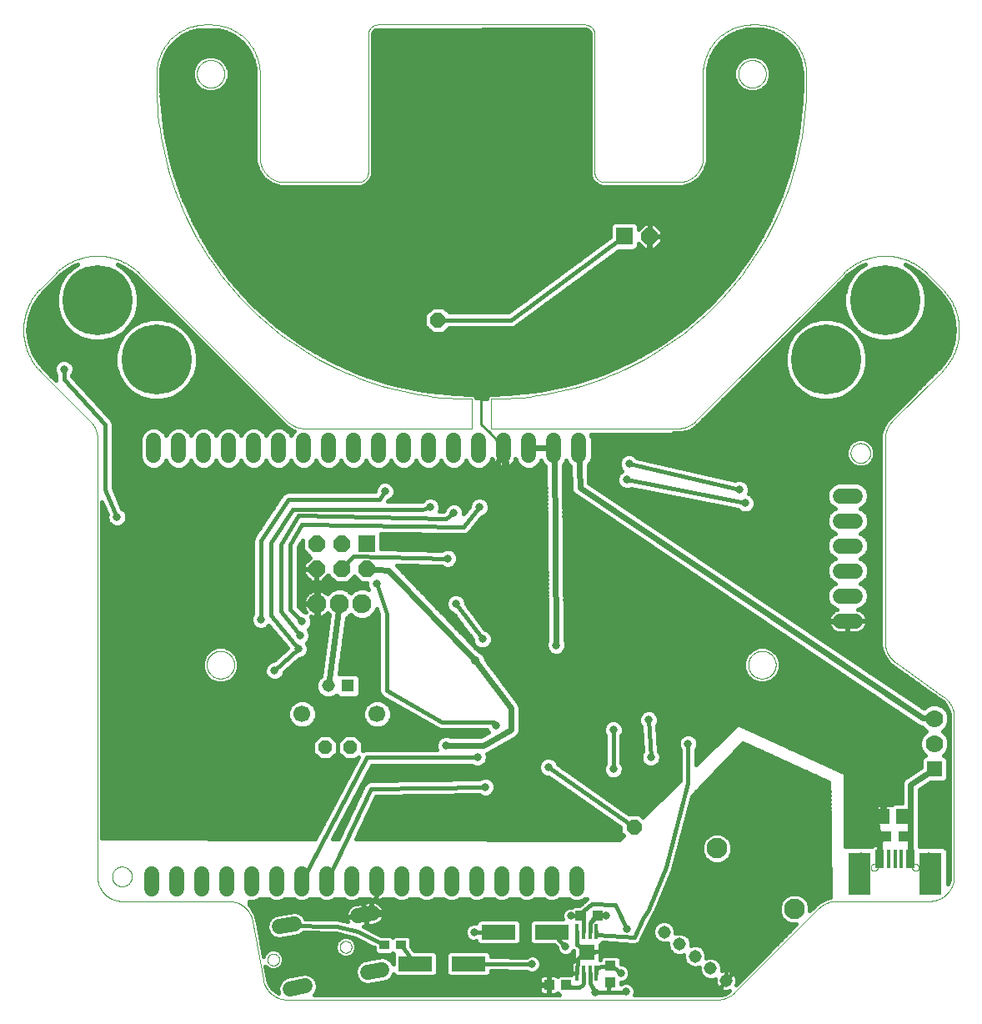
<source format=gbl>
G75*
%MOIN*%
%OFA0B0*%
%FSLAX25Y25*%
%IPPOS*%
%LPD*%
%AMOC8*
5,1,8,0,0,1.08239X$1,22.5*
%
%ADD10C,0.00000*%
%ADD11C,0.28000*%
%ADD12R,0.05150X0.05150*%
%ADD13C,0.05150*%
%ADD14OC8,0.06000*%
%ADD15C,0.07600*%
%ADD16C,0.06693*%
%ADD17OC8,0.05200*%
%ADD18C,0.06000*%
%ADD19R,0.03200X0.07600*%
%ADD20R,0.01378X0.07480*%
%ADD21R,0.09000X0.17000*%
%ADD22C,0.05937*%
%ADD23R,0.06000X0.06000*%
%ADD24C,0.07000*%
%ADD25R,0.06600X0.06600*%
%ADD26OC8,0.06600*%
%ADD27R,0.04134X0.04252*%
%ADD28R,0.05118X0.05906*%
%ADD29C,0.08268*%
%ADD30R,0.06496X0.05906*%
%ADD31R,0.01400X0.06200*%
%ADD32C,0.05937*%
%ADD33R,0.03937X0.03543*%
%ADD34R,0.04252X0.04134*%
%ADD35R,0.13780X0.06299*%
%ADD36C,0.01600*%
%ADD37C,0.02400*%
%ADD38C,0.03169*%
%ADD39C,0.03562*%
%ADD40C,0.01000*%
D10*
X0036446Y0055626D02*
X0036446Y0230683D01*
X0033563Y0237643D02*
X0013779Y0257427D01*
X0013380Y0257835D01*
X0012991Y0258253D01*
X0012613Y0258680D01*
X0012245Y0259117D01*
X0011887Y0259562D01*
X0011541Y0260015D01*
X0011205Y0260477D01*
X0010881Y0260947D01*
X0010568Y0261425D01*
X0010267Y0261909D01*
X0009977Y0262401D01*
X0009700Y0262900D01*
X0009435Y0263406D01*
X0009182Y0263918D01*
X0008941Y0264435D01*
X0008713Y0264959D01*
X0008498Y0265487D01*
X0008295Y0266021D01*
X0008106Y0266559D01*
X0007930Y0267102D01*
X0007766Y0267649D01*
X0007616Y0268200D01*
X0007480Y0268754D01*
X0007357Y0269312D01*
X0007247Y0269872D01*
X0007151Y0270435D01*
X0007068Y0271000D01*
X0007000Y0271566D01*
X0006944Y0272134D01*
X0006903Y0272704D01*
X0006876Y0273274D01*
X0006862Y0273845D01*
X0006862Y0274415D01*
X0006876Y0274986D01*
X0006903Y0275556D01*
X0006944Y0276126D01*
X0007000Y0276694D01*
X0007068Y0277260D01*
X0007151Y0277825D01*
X0007247Y0278388D01*
X0007357Y0278948D01*
X0007480Y0279506D01*
X0007616Y0280060D01*
X0007766Y0280611D01*
X0007930Y0281158D01*
X0008106Y0281701D01*
X0008295Y0282239D01*
X0008498Y0282773D01*
X0008713Y0283301D01*
X0008941Y0283825D01*
X0009182Y0284342D01*
X0009435Y0284854D01*
X0009700Y0285360D01*
X0009977Y0285859D01*
X0010267Y0286351D01*
X0010568Y0286835D01*
X0010881Y0287313D01*
X0011205Y0287783D01*
X0011541Y0288245D01*
X0011887Y0288698D01*
X0012245Y0289143D01*
X0012613Y0289580D01*
X0012991Y0290007D01*
X0013380Y0290425D01*
X0013779Y0290833D01*
X0019742Y0296797D01*
X0019743Y0296796D02*
X0020151Y0297195D01*
X0020569Y0297584D01*
X0020996Y0297962D01*
X0021433Y0298330D01*
X0021878Y0298688D01*
X0022331Y0299034D01*
X0022793Y0299370D01*
X0023263Y0299694D01*
X0023741Y0300007D01*
X0024225Y0300308D01*
X0024717Y0300598D01*
X0025216Y0300875D01*
X0025722Y0301140D01*
X0026234Y0301393D01*
X0026751Y0301634D01*
X0027275Y0301862D01*
X0027803Y0302077D01*
X0028337Y0302280D01*
X0028875Y0302469D01*
X0029418Y0302645D01*
X0029965Y0302809D01*
X0030516Y0302959D01*
X0031070Y0303095D01*
X0031628Y0303218D01*
X0032188Y0303328D01*
X0032751Y0303424D01*
X0033316Y0303507D01*
X0033882Y0303575D01*
X0034450Y0303631D01*
X0035020Y0303672D01*
X0035590Y0303699D01*
X0036161Y0303713D01*
X0036731Y0303713D01*
X0037302Y0303699D01*
X0037872Y0303672D01*
X0038442Y0303631D01*
X0039010Y0303575D01*
X0039576Y0303507D01*
X0040141Y0303424D01*
X0040704Y0303328D01*
X0041264Y0303218D01*
X0041822Y0303095D01*
X0042376Y0302959D01*
X0042927Y0302809D01*
X0043474Y0302645D01*
X0044017Y0302469D01*
X0044555Y0302280D01*
X0045089Y0302077D01*
X0045617Y0301862D01*
X0046141Y0301634D01*
X0046658Y0301393D01*
X0047170Y0301140D01*
X0047676Y0300875D01*
X0048175Y0300598D01*
X0048667Y0300308D01*
X0049151Y0300007D01*
X0049629Y0299694D01*
X0050099Y0299370D01*
X0050561Y0299034D01*
X0051014Y0298688D01*
X0051459Y0298330D01*
X0051896Y0297962D01*
X0052323Y0297584D01*
X0052741Y0297195D01*
X0053149Y0296796D01*
X0053149Y0296797D02*
X0112303Y0237643D01*
X0119263Y0234760D02*
X0186052Y0234760D01*
X0186052Y0246571D01*
X0193926Y0246571D02*
X0193926Y0234760D01*
X0268589Y0234760D01*
X0268589Y0234759D02*
X0268823Y0234762D01*
X0269057Y0234770D01*
X0269291Y0234784D01*
X0269525Y0234804D01*
X0269758Y0234829D01*
X0269990Y0234859D01*
X0270221Y0234895D01*
X0270452Y0234937D01*
X0270681Y0234984D01*
X0270910Y0235036D01*
X0271137Y0235094D01*
X0271362Y0235158D01*
X0271586Y0235226D01*
X0271808Y0235300D01*
X0272029Y0235380D01*
X0272247Y0235464D01*
X0272464Y0235554D01*
X0272678Y0235648D01*
X0272890Y0235748D01*
X0273099Y0235853D01*
X0273306Y0235963D01*
X0273511Y0236078D01*
X0273712Y0236197D01*
X0273911Y0236322D01*
X0274106Y0236451D01*
X0274299Y0236584D01*
X0274488Y0236722D01*
X0274674Y0236865D01*
X0274856Y0237012D01*
X0275035Y0237163D01*
X0275210Y0237319D01*
X0275381Y0237478D01*
X0275549Y0237642D01*
X0275549Y0237643D02*
X0334703Y0296797D01*
X0334703Y0296796D02*
X0335111Y0297195D01*
X0335529Y0297584D01*
X0335956Y0297962D01*
X0336393Y0298330D01*
X0336838Y0298688D01*
X0337291Y0299034D01*
X0337753Y0299370D01*
X0338223Y0299694D01*
X0338701Y0300007D01*
X0339185Y0300308D01*
X0339677Y0300598D01*
X0340176Y0300875D01*
X0340682Y0301140D01*
X0341194Y0301393D01*
X0341711Y0301634D01*
X0342235Y0301862D01*
X0342763Y0302077D01*
X0343297Y0302280D01*
X0343835Y0302469D01*
X0344378Y0302645D01*
X0344925Y0302809D01*
X0345476Y0302959D01*
X0346030Y0303095D01*
X0346588Y0303218D01*
X0347148Y0303328D01*
X0347711Y0303424D01*
X0348276Y0303507D01*
X0348842Y0303575D01*
X0349410Y0303631D01*
X0349980Y0303672D01*
X0350550Y0303699D01*
X0351121Y0303713D01*
X0351691Y0303713D01*
X0352262Y0303699D01*
X0352832Y0303672D01*
X0353402Y0303631D01*
X0353970Y0303575D01*
X0354536Y0303507D01*
X0355101Y0303424D01*
X0355664Y0303328D01*
X0356224Y0303218D01*
X0356782Y0303095D01*
X0357336Y0302959D01*
X0357887Y0302809D01*
X0358434Y0302645D01*
X0358977Y0302469D01*
X0359515Y0302280D01*
X0360049Y0302077D01*
X0360577Y0301862D01*
X0361101Y0301634D01*
X0361618Y0301393D01*
X0362130Y0301140D01*
X0362636Y0300875D01*
X0363135Y0300598D01*
X0363627Y0300308D01*
X0364111Y0300007D01*
X0364589Y0299694D01*
X0365059Y0299370D01*
X0365521Y0299034D01*
X0365974Y0298688D01*
X0366419Y0298330D01*
X0366856Y0297962D01*
X0367283Y0297584D01*
X0367701Y0297195D01*
X0368109Y0296796D01*
X0368110Y0296797D02*
X0374073Y0290833D01*
X0374472Y0290425D01*
X0374861Y0290007D01*
X0375239Y0289580D01*
X0375607Y0289143D01*
X0375965Y0288698D01*
X0376311Y0288245D01*
X0376647Y0287783D01*
X0376971Y0287313D01*
X0377284Y0286835D01*
X0377585Y0286351D01*
X0377875Y0285859D01*
X0378152Y0285360D01*
X0378417Y0284854D01*
X0378670Y0284342D01*
X0378911Y0283825D01*
X0379139Y0283301D01*
X0379354Y0282773D01*
X0379557Y0282239D01*
X0379746Y0281701D01*
X0379922Y0281158D01*
X0380086Y0280611D01*
X0380236Y0280060D01*
X0380372Y0279506D01*
X0380495Y0278948D01*
X0380605Y0278388D01*
X0380701Y0277825D01*
X0380784Y0277260D01*
X0380852Y0276694D01*
X0380908Y0276126D01*
X0380949Y0275556D01*
X0380976Y0274986D01*
X0380990Y0274415D01*
X0380990Y0273845D01*
X0380976Y0273274D01*
X0380949Y0272704D01*
X0380908Y0272134D01*
X0380852Y0271566D01*
X0380784Y0271000D01*
X0380701Y0270435D01*
X0380605Y0269872D01*
X0380495Y0269312D01*
X0380372Y0268754D01*
X0380236Y0268200D01*
X0380086Y0267649D01*
X0379922Y0267102D01*
X0379746Y0266559D01*
X0379557Y0266021D01*
X0379354Y0265487D01*
X0379139Y0264959D01*
X0378911Y0264435D01*
X0378670Y0263918D01*
X0378417Y0263406D01*
X0378152Y0262900D01*
X0377875Y0262401D01*
X0377585Y0261909D01*
X0377284Y0261425D01*
X0376971Y0260947D01*
X0376647Y0260477D01*
X0376311Y0260015D01*
X0375965Y0259562D01*
X0375607Y0259117D01*
X0375239Y0258680D01*
X0374861Y0258253D01*
X0374472Y0257835D01*
X0374073Y0257427D01*
X0354289Y0237643D01*
X0351406Y0230683D02*
X0351406Y0149274D01*
X0355528Y0141265D02*
X0374844Y0127468D01*
X0378965Y0119459D02*
X0378965Y0055626D01*
X0378966Y0055626D02*
X0378963Y0055388D01*
X0378955Y0055150D01*
X0378940Y0054913D01*
X0378920Y0054676D01*
X0378894Y0054440D01*
X0378863Y0054204D01*
X0378826Y0053969D01*
X0378783Y0053735D01*
X0378734Y0053502D01*
X0378680Y0053270D01*
X0378620Y0053040D01*
X0378555Y0052811D01*
X0378484Y0052584D01*
X0378408Y0052359D01*
X0378326Y0052136D01*
X0378239Y0051914D01*
X0378147Y0051695D01*
X0378049Y0051478D01*
X0377947Y0051264D01*
X0377839Y0051052D01*
X0377725Y0050842D01*
X0377607Y0050636D01*
X0377484Y0050432D01*
X0377356Y0050232D01*
X0377224Y0050035D01*
X0377086Y0049840D01*
X0376944Y0049650D01*
X0376797Y0049462D01*
X0376646Y0049279D01*
X0376491Y0049099D01*
X0376331Y0048923D01*
X0376167Y0048751D01*
X0375998Y0048582D01*
X0375826Y0048418D01*
X0375650Y0048258D01*
X0375470Y0048103D01*
X0375287Y0047952D01*
X0375099Y0047805D01*
X0374909Y0047663D01*
X0374714Y0047525D01*
X0374517Y0047393D01*
X0374317Y0047265D01*
X0374113Y0047142D01*
X0373907Y0047024D01*
X0373697Y0046910D01*
X0373485Y0046802D01*
X0373271Y0046700D01*
X0373054Y0046602D01*
X0372835Y0046510D01*
X0372613Y0046423D01*
X0372390Y0046341D01*
X0372165Y0046265D01*
X0371938Y0046194D01*
X0371709Y0046129D01*
X0371479Y0046069D01*
X0371247Y0046015D01*
X0371014Y0045966D01*
X0370780Y0045923D01*
X0370545Y0045886D01*
X0370309Y0045855D01*
X0370073Y0045829D01*
X0369836Y0045809D01*
X0369599Y0045794D01*
X0369361Y0045786D01*
X0369123Y0045783D01*
X0369123Y0045784D02*
X0331861Y0045784D01*
X0324901Y0042901D02*
X0291297Y0009296D01*
X0284337Y0006413D02*
X0112391Y0006413D01*
X0112151Y0006416D01*
X0111910Y0006425D01*
X0111670Y0006439D01*
X0111431Y0006460D01*
X0111192Y0006486D01*
X0110953Y0006519D01*
X0110716Y0006557D01*
X0110479Y0006600D01*
X0110244Y0006650D01*
X0110010Y0006705D01*
X0109777Y0006766D01*
X0109546Y0006833D01*
X0109317Y0006905D01*
X0109089Y0006983D01*
X0108864Y0007067D01*
X0108640Y0007156D01*
X0108419Y0007250D01*
X0108200Y0007350D01*
X0107984Y0007455D01*
X0107770Y0007565D01*
X0107559Y0007681D01*
X0107351Y0007801D01*
X0107146Y0007927D01*
X0106944Y0008057D01*
X0106746Y0008193D01*
X0106550Y0008333D01*
X0106358Y0008478D01*
X0106170Y0008628D01*
X0105986Y0008782D01*
X0105805Y0008941D01*
X0105628Y0009104D01*
X0105456Y0009271D01*
X0105287Y0009443D01*
X0105123Y0009619D01*
X0104963Y0009798D01*
X0104807Y0009982D01*
X0104656Y0010169D01*
X0104510Y0010359D01*
X0104368Y0010554D01*
X0104231Y0010751D01*
X0104099Y0010952D01*
X0103972Y0011157D01*
X0103850Y0011364D01*
X0103733Y0011574D01*
X0103621Y0011787D01*
X0103514Y0012002D01*
X0103413Y0012221D01*
X0103317Y0012441D01*
X0103227Y0012664D01*
X0103142Y0012889D01*
X0103062Y0013116D01*
X0102988Y0013345D01*
X0102920Y0013575D01*
X0102857Y0013808D01*
X0102800Y0014041D01*
X0102749Y0014276D01*
X0102704Y0014512D01*
X0098533Y0037685D01*
X0104437Y0022396D02*
X0104439Y0022493D01*
X0104445Y0022590D01*
X0104455Y0022686D01*
X0104469Y0022782D01*
X0104487Y0022878D01*
X0104508Y0022972D01*
X0104534Y0023066D01*
X0104563Y0023158D01*
X0104597Y0023249D01*
X0104633Y0023339D01*
X0104674Y0023427D01*
X0104718Y0023513D01*
X0104766Y0023598D01*
X0104817Y0023680D01*
X0104871Y0023761D01*
X0104929Y0023839D01*
X0104990Y0023914D01*
X0105053Y0023987D01*
X0105120Y0024058D01*
X0105190Y0024125D01*
X0105262Y0024190D01*
X0105337Y0024251D01*
X0105415Y0024310D01*
X0105494Y0024365D01*
X0105576Y0024417D01*
X0105660Y0024465D01*
X0105746Y0024510D01*
X0105834Y0024552D01*
X0105923Y0024590D01*
X0106014Y0024624D01*
X0106106Y0024654D01*
X0106199Y0024681D01*
X0106294Y0024703D01*
X0106389Y0024722D01*
X0106485Y0024737D01*
X0106581Y0024748D01*
X0106678Y0024755D01*
X0106775Y0024758D01*
X0106872Y0024757D01*
X0106969Y0024752D01*
X0107065Y0024743D01*
X0107161Y0024730D01*
X0107257Y0024713D01*
X0107352Y0024692D01*
X0107445Y0024668D01*
X0107538Y0024639D01*
X0107630Y0024607D01*
X0107720Y0024571D01*
X0107808Y0024532D01*
X0107895Y0024488D01*
X0107980Y0024442D01*
X0108063Y0024391D01*
X0108144Y0024338D01*
X0108222Y0024281D01*
X0108299Y0024221D01*
X0108372Y0024158D01*
X0108443Y0024092D01*
X0108511Y0024023D01*
X0108577Y0023951D01*
X0108639Y0023877D01*
X0108698Y0023800D01*
X0108754Y0023721D01*
X0108807Y0023639D01*
X0108857Y0023556D01*
X0108902Y0023470D01*
X0108945Y0023383D01*
X0108984Y0023294D01*
X0109019Y0023204D01*
X0109050Y0023112D01*
X0109077Y0023019D01*
X0109101Y0022925D01*
X0109121Y0022830D01*
X0109137Y0022734D01*
X0109149Y0022638D01*
X0109157Y0022541D01*
X0109161Y0022444D01*
X0109161Y0022348D01*
X0109157Y0022251D01*
X0109149Y0022154D01*
X0109137Y0022058D01*
X0109121Y0021962D01*
X0109101Y0021867D01*
X0109077Y0021773D01*
X0109050Y0021680D01*
X0109019Y0021588D01*
X0108984Y0021498D01*
X0108945Y0021409D01*
X0108902Y0021322D01*
X0108857Y0021236D01*
X0108807Y0021153D01*
X0108754Y0021071D01*
X0108698Y0020992D01*
X0108639Y0020915D01*
X0108577Y0020841D01*
X0108511Y0020769D01*
X0108443Y0020700D01*
X0108372Y0020634D01*
X0108299Y0020571D01*
X0108222Y0020511D01*
X0108144Y0020454D01*
X0108063Y0020401D01*
X0107980Y0020350D01*
X0107895Y0020304D01*
X0107808Y0020260D01*
X0107720Y0020221D01*
X0107630Y0020185D01*
X0107538Y0020153D01*
X0107445Y0020124D01*
X0107352Y0020100D01*
X0107257Y0020079D01*
X0107161Y0020062D01*
X0107065Y0020049D01*
X0106969Y0020040D01*
X0106872Y0020035D01*
X0106775Y0020034D01*
X0106678Y0020037D01*
X0106581Y0020044D01*
X0106485Y0020055D01*
X0106389Y0020070D01*
X0106294Y0020089D01*
X0106199Y0020111D01*
X0106106Y0020138D01*
X0106014Y0020168D01*
X0105923Y0020202D01*
X0105834Y0020240D01*
X0105746Y0020282D01*
X0105660Y0020327D01*
X0105576Y0020375D01*
X0105494Y0020427D01*
X0105415Y0020482D01*
X0105337Y0020541D01*
X0105262Y0020602D01*
X0105190Y0020667D01*
X0105120Y0020734D01*
X0105053Y0020805D01*
X0104990Y0020878D01*
X0104929Y0020953D01*
X0104871Y0021031D01*
X0104817Y0021112D01*
X0104766Y0021194D01*
X0104718Y0021279D01*
X0104674Y0021365D01*
X0104633Y0021453D01*
X0104597Y0021543D01*
X0104563Y0021634D01*
X0104534Y0021726D01*
X0104508Y0021820D01*
X0104487Y0021914D01*
X0104469Y0022010D01*
X0104455Y0022106D01*
X0104445Y0022202D01*
X0104439Y0022299D01*
X0104437Y0022396D01*
X0098534Y0037685D02*
X0098489Y0037921D01*
X0098438Y0038156D01*
X0098381Y0038389D01*
X0098318Y0038622D01*
X0098250Y0038852D01*
X0098176Y0039081D01*
X0098096Y0039308D01*
X0098011Y0039533D01*
X0097921Y0039756D01*
X0097825Y0039976D01*
X0097724Y0040195D01*
X0097617Y0040410D01*
X0097505Y0040623D01*
X0097388Y0040833D01*
X0097266Y0041040D01*
X0097139Y0041245D01*
X0097007Y0041446D01*
X0096870Y0041643D01*
X0096728Y0041838D01*
X0096582Y0042028D01*
X0096431Y0042215D01*
X0096275Y0042399D01*
X0096115Y0042578D01*
X0095951Y0042754D01*
X0095782Y0042926D01*
X0095610Y0043093D01*
X0095433Y0043256D01*
X0095252Y0043415D01*
X0095068Y0043569D01*
X0094880Y0043719D01*
X0094688Y0043864D01*
X0094492Y0044004D01*
X0094294Y0044140D01*
X0094092Y0044270D01*
X0093887Y0044396D01*
X0093679Y0044516D01*
X0093468Y0044632D01*
X0093254Y0044742D01*
X0093038Y0044847D01*
X0092819Y0044947D01*
X0092598Y0045041D01*
X0092374Y0045130D01*
X0092149Y0045214D01*
X0091921Y0045292D01*
X0091692Y0045364D01*
X0091461Y0045431D01*
X0091228Y0045492D01*
X0090994Y0045547D01*
X0090759Y0045597D01*
X0090522Y0045640D01*
X0090285Y0045678D01*
X0090046Y0045711D01*
X0089807Y0045737D01*
X0089568Y0045758D01*
X0089328Y0045772D01*
X0089087Y0045781D01*
X0088847Y0045784D01*
X0046288Y0045784D01*
X0042351Y0055626D02*
X0042353Y0055751D01*
X0042359Y0055876D01*
X0042369Y0056000D01*
X0042383Y0056124D01*
X0042400Y0056248D01*
X0042422Y0056371D01*
X0042448Y0056493D01*
X0042477Y0056615D01*
X0042510Y0056735D01*
X0042548Y0056854D01*
X0042588Y0056973D01*
X0042633Y0057089D01*
X0042681Y0057204D01*
X0042733Y0057318D01*
X0042789Y0057430D01*
X0042848Y0057540D01*
X0042910Y0057648D01*
X0042976Y0057755D01*
X0043045Y0057859D01*
X0043118Y0057960D01*
X0043193Y0058060D01*
X0043272Y0058157D01*
X0043354Y0058251D01*
X0043439Y0058343D01*
X0043526Y0058432D01*
X0043617Y0058518D01*
X0043710Y0058601D01*
X0043806Y0058682D01*
X0043904Y0058759D01*
X0044004Y0058833D01*
X0044107Y0058904D01*
X0044212Y0058971D01*
X0044320Y0059036D01*
X0044429Y0059096D01*
X0044540Y0059154D01*
X0044653Y0059207D01*
X0044767Y0059257D01*
X0044883Y0059304D01*
X0045000Y0059346D01*
X0045119Y0059385D01*
X0045239Y0059421D01*
X0045360Y0059452D01*
X0045482Y0059480D01*
X0045604Y0059503D01*
X0045728Y0059523D01*
X0045852Y0059539D01*
X0045976Y0059551D01*
X0046101Y0059559D01*
X0046226Y0059563D01*
X0046350Y0059563D01*
X0046475Y0059559D01*
X0046600Y0059551D01*
X0046724Y0059539D01*
X0046848Y0059523D01*
X0046972Y0059503D01*
X0047094Y0059480D01*
X0047216Y0059452D01*
X0047337Y0059421D01*
X0047457Y0059385D01*
X0047576Y0059346D01*
X0047693Y0059304D01*
X0047809Y0059257D01*
X0047923Y0059207D01*
X0048036Y0059154D01*
X0048147Y0059096D01*
X0048257Y0059036D01*
X0048364Y0058971D01*
X0048469Y0058904D01*
X0048572Y0058833D01*
X0048672Y0058759D01*
X0048770Y0058682D01*
X0048866Y0058601D01*
X0048959Y0058518D01*
X0049050Y0058432D01*
X0049137Y0058343D01*
X0049222Y0058251D01*
X0049304Y0058157D01*
X0049383Y0058060D01*
X0049458Y0057960D01*
X0049531Y0057859D01*
X0049600Y0057755D01*
X0049666Y0057648D01*
X0049728Y0057540D01*
X0049787Y0057430D01*
X0049843Y0057318D01*
X0049895Y0057204D01*
X0049943Y0057089D01*
X0049988Y0056973D01*
X0050028Y0056854D01*
X0050066Y0056735D01*
X0050099Y0056615D01*
X0050128Y0056493D01*
X0050154Y0056371D01*
X0050176Y0056248D01*
X0050193Y0056124D01*
X0050207Y0056000D01*
X0050217Y0055876D01*
X0050223Y0055751D01*
X0050225Y0055626D01*
X0050223Y0055501D01*
X0050217Y0055376D01*
X0050207Y0055252D01*
X0050193Y0055128D01*
X0050176Y0055004D01*
X0050154Y0054881D01*
X0050128Y0054759D01*
X0050099Y0054637D01*
X0050066Y0054517D01*
X0050028Y0054398D01*
X0049988Y0054279D01*
X0049943Y0054163D01*
X0049895Y0054048D01*
X0049843Y0053934D01*
X0049787Y0053822D01*
X0049728Y0053712D01*
X0049666Y0053604D01*
X0049600Y0053497D01*
X0049531Y0053393D01*
X0049458Y0053292D01*
X0049383Y0053192D01*
X0049304Y0053095D01*
X0049222Y0053001D01*
X0049137Y0052909D01*
X0049050Y0052820D01*
X0048959Y0052734D01*
X0048866Y0052651D01*
X0048770Y0052570D01*
X0048672Y0052493D01*
X0048572Y0052419D01*
X0048469Y0052348D01*
X0048364Y0052281D01*
X0048256Y0052216D01*
X0048147Y0052156D01*
X0048036Y0052098D01*
X0047923Y0052045D01*
X0047809Y0051995D01*
X0047693Y0051948D01*
X0047576Y0051906D01*
X0047457Y0051867D01*
X0047337Y0051831D01*
X0047216Y0051800D01*
X0047094Y0051772D01*
X0046972Y0051749D01*
X0046848Y0051729D01*
X0046724Y0051713D01*
X0046600Y0051701D01*
X0046475Y0051693D01*
X0046350Y0051689D01*
X0046226Y0051689D01*
X0046101Y0051693D01*
X0045976Y0051701D01*
X0045852Y0051713D01*
X0045728Y0051729D01*
X0045604Y0051749D01*
X0045482Y0051772D01*
X0045360Y0051800D01*
X0045239Y0051831D01*
X0045119Y0051867D01*
X0045000Y0051906D01*
X0044883Y0051948D01*
X0044767Y0051995D01*
X0044653Y0052045D01*
X0044540Y0052098D01*
X0044429Y0052156D01*
X0044319Y0052216D01*
X0044212Y0052281D01*
X0044107Y0052348D01*
X0044004Y0052419D01*
X0043904Y0052493D01*
X0043806Y0052570D01*
X0043710Y0052651D01*
X0043617Y0052734D01*
X0043526Y0052820D01*
X0043439Y0052909D01*
X0043354Y0053001D01*
X0043272Y0053095D01*
X0043193Y0053192D01*
X0043118Y0053292D01*
X0043045Y0053393D01*
X0042976Y0053497D01*
X0042910Y0053604D01*
X0042848Y0053712D01*
X0042789Y0053822D01*
X0042733Y0053934D01*
X0042681Y0054048D01*
X0042633Y0054163D01*
X0042588Y0054279D01*
X0042548Y0054398D01*
X0042510Y0054517D01*
X0042477Y0054637D01*
X0042448Y0054759D01*
X0042422Y0054881D01*
X0042400Y0055004D01*
X0042383Y0055128D01*
X0042369Y0055252D01*
X0042359Y0055376D01*
X0042353Y0055501D01*
X0042351Y0055626D01*
X0036445Y0055626D02*
X0036448Y0055388D01*
X0036456Y0055150D01*
X0036471Y0054913D01*
X0036491Y0054676D01*
X0036517Y0054440D01*
X0036548Y0054204D01*
X0036585Y0053969D01*
X0036628Y0053735D01*
X0036677Y0053502D01*
X0036731Y0053270D01*
X0036791Y0053040D01*
X0036856Y0052811D01*
X0036927Y0052584D01*
X0037003Y0052359D01*
X0037085Y0052136D01*
X0037172Y0051914D01*
X0037264Y0051695D01*
X0037362Y0051478D01*
X0037464Y0051264D01*
X0037572Y0051052D01*
X0037686Y0050842D01*
X0037804Y0050636D01*
X0037927Y0050432D01*
X0038055Y0050232D01*
X0038187Y0050035D01*
X0038325Y0049840D01*
X0038467Y0049650D01*
X0038614Y0049462D01*
X0038765Y0049279D01*
X0038920Y0049099D01*
X0039080Y0048923D01*
X0039244Y0048751D01*
X0039413Y0048582D01*
X0039585Y0048418D01*
X0039761Y0048258D01*
X0039941Y0048103D01*
X0040124Y0047952D01*
X0040312Y0047805D01*
X0040502Y0047663D01*
X0040697Y0047525D01*
X0040894Y0047393D01*
X0041094Y0047265D01*
X0041298Y0047142D01*
X0041504Y0047024D01*
X0041714Y0046910D01*
X0041926Y0046802D01*
X0042140Y0046700D01*
X0042357Y0046602D01*
X0042576Y0046510D01*
X0042798Y0046423D01*
X0043021Y0046341D01*
X0043246Y0046265D01*
X0043473Y0046194D01*
X0043702Y0046129D01*
X0043932Y0046069D01*
X0044164Y0046015D01*
X0044397Y0045966D01*
X0044631Y0045923D01*
X0044866Y0045886D01*
X0045102Y0045855D01*
X0045338Y0045829D01*
X0045575Y0045809D01*
X0045812Y0045794D01*
X0046050Y0045786D01*
X0046288Y0045783D01*
X0080146Y0140272D02*
X0080148Y0140420D01*
X0080154Y0140568D01*
X0080164Y0140716D01*
X0080178Y0140863D01*
X0080196Y0141010D01*
X0080217Y0141156D01*
X0080243Y0141302D01*
X0080273Y0141447D01*
X0080306Y0141591D01*
X0080344Y0141734D01*
X0080385Y0141876D01*
X0080430Y0142017D01*
X0080478Y0142157D01*
X0080531Y0142296D01*
X0080587Y0142433D01*
X0080647Y0142568D01*
X0080710Y0142702D01*
X0080777Y0142834D01*
X0080848Y0142964D01*
X0080922Y0143092D01*
X0080999Y0143218D01*
X0081080Y0143342D01*
X0081164Y0143464D01*
X0081251Y0143583D01*
X0081342Y0143700D01*
X0081436Y0143815D01*
X0081532Y0143927D01*
X0081632Y0144037D01*
X0081734Y0144143D01*
X0081840Y0144247D01*
X0081948Y0144348D01*
X0082059Y0144446D01*
X0082172Y0144542D01*
X0082288Y0144634D01*
X0082406Y0144723D01*
X0082527Y0144808D01*
X0082650Y0144891D01*
X0082775Y0144970D01*
X0082902Y0145046D01*
X0083031Y0145118D01*
X0083162Y0145187D01*
X0083295Y0145252D01*
X0083430Y0145313D01*
X0083566Y0145371D01*
X0083703Y0145426D01*
X0083842Y0145476D01*
X0083983Y0145523D01*
X0084124Y0145566D01*
X0084267Y0145606D01*
X0084411Y0145641D01*
X0084555Y0145673D01*
X0084701Y0145700D01*
X0084847Y0145724D01*
X0084994Y0145744D01*
X0085141Y0145760D01*
X0085288Y0145772D01*
X0085436Y0145780D01*
X0085584Y0145784D01*
X0085732Y0145784D01*
X0085880Y0145780D01*
X0086028Y0145772D01*
X0086175Y0145760D01*
X0086322Y0145744D01*
X0086469Y0145724D01*
X0086615Y0145700D01*
X0086761Y0145673D01*
X0086905Y0145641D01*
X0087049Y0145606D01*
X0087192Y0145566D01*
X0087333Y0145523D01*
X0087474Y0145476D01*
X0087613Y0145426D01*
X0087750Y0145371D01*
X0087886Y0145313D01*
X0088021Y0145252D01*
X0088154Y0145187D01*
X0088285Y0145118D01*
X0088414Y0145046D01*
X0088541Y0144970D01*
X0088666Y0144891D01*
X0088789Y0144808D01*
X0088910Y0144723D01*
X0089028Y0144634D01*
X0089144Y0144542D01*
X0089257Y0144446D01*
X0089368Y0144348D01*
X0089476Y0144247D01*
X0089582Y0144143D01*
X0089684Y0144037D01*
X0089784Y0143927D01*
X0089880Y0143815D01*
X0089974Y0143700D01*
X0090065Y0143583D01*
X0090152Y0143464D01*
X0090236Y0143342D01*
X0090317Y0143218D01*
X0090394Y0143092D01*
X0090468Y0142964D01*
X0090539Y0142834D01*
X0090606Y0142702D01*
X0090669Y0142568D01*
X0090729Y0142433D01*
X0090785Y0142296D01*
X0090838Y0142157D01*
X0090886Y0142017D01*
X0090931Y0141876D01*
X0090972Y0141734D01*
X0091010Y0141591D01*
X0091043Y0141447D01*
X0091073Y0141302D01*
X0091099Y0141156D01*
X0091120Y0141010D01*
X0091138Y0140863D01*
X0091152Y0140716D01*
X0091162Y0140568D01*
X0091168Y0140420D01*
X0091170Y0140272D01*
X0091168Y0140124D01*
X0091162Y0139976D01*
X0091152Y0139828D01*
X0091138Y0139681D01*
X0091120Y0139534D01*
X0091099Y0139388D01*
X0091073Y0139242D01*
X0091043Y0139097D01*
X0091010Y0138953D01*
X0090972Y0138810D01*
X0090931Y0138668D01*
X0090886Y0138527D01*
X0090838Y0138387D01*
X0090785Y0138248D01*
X0090729Y0138111D01*
X0090669Y0137976D01*
X0090606Y0137842D01*
X0090539Y0137710D01*
X0090468Y0137580D01*
X0090394Y0137452D01*
X0090317Y0137326D01*
X0090236Y0137202D01*
X0090152Y0137080D01*
X0090065Y0136961D01*
X0089974Y0136844D01*
X0089880Y0136729D01*
X0089784Y0136617D01*
X0089684Y0136507D01*
X0089582Y0136401D01*
X0089476Y0136297D01*
X0089368Y0136196D01*
X0089257Y0136098D01*
X0089144Y0136002D01*
X0089028Y0135910D01*
X0088910Y0135821D01*
X0088789Y0135736D01*
X0088666Y0135653D01*
X0088541Y0135574D01*
X0088414Y0135498D01*
X0088285Y0135426D01*
X0088154Y0135357D01*
X0088021Y0135292D01*
X0087886Y0135231D01*
X0087750Y0135173D01*
X0087613Y0135118D01*
X0087474Y0135068D01*
X0087333Y0135021D01*
X0087192Y0134978D01*
X0087049Y0134938D01*
X0086905Y0134903D01*
X0086761Y0134871D01*
X0086615Y0134844D01*
X0086469Y0134820D01*
X0086322Y0134800D01*
X0086175Y0134784D01*
X0086028Y0134772D01*
X0085880Y0134764D01*
X0085732Y0134760D01*
X0085584Y0134760D01*
X0085436Y0134764D01*
X0085288Y0134772D01*
X0085141Y0134784D01*
X0084994Y0134800D01*
X0084847Y0134820D01*
X0084701Y0134844D01*
X0084555Y0134871D01*
X0084411Y0134903D01*
X0084267Y0134938D01*
X0084124Y0134978D01*
X0083983Y0135021D01*
X0083842Y0135068D01*
X0083703Y0135118D01*
X0083566Y0135173D01*
X0083430Y0135231D01*
X0083295Y0135292D01*
X0083162Y0135357D01*
X0083031Y0135426D01*
X0082902Y0135498D01*
X0082775Y0135574D01*
X0082650Y0135653D01*
X0082527Y0135736D01*
X0082406Y0135821D01*
X0082288Y0135910D01*
X0082172Y0136002D01*
X0082059Y0136098D01*
X0081948Y0136196D01*
X0081840Y0136297D01*
X0081734Y0136401D01*
X0081632Y0136507D01*
X0081532Y0136617D01*
X0081436Y0136729D01*
X0081342Y0136844D01*
X0081251Y0136961D01*
X0081164Y0137080D01*
X0081080Y0137202D01*
X0080999Y0137326D01*
X0080922Y0137452D01*
X0080848Y0137580D01*
X0080777Y0137710D01*
X0080710Y0137842D01*
X0080647Y0137976D01*
X0080587Y0138111D01*
X0080531Y0138248D01*
X0080478Y0138387D01*
X0080430Y0138527D01*
X0080385Y0138668D01*
X0080344Y0138810D01*
X0080306Y0138953D01*
X0080273Y0139097D01*
X0080243Y0139242D01*
X0080217Y0139388D01*
X0080196Y0139534D01*
X0080178Y0139681D01*
X0080164Y0139828D01*
X0080154Y0139976D01*
X0080148Y0140124D01*
X0080146Y0140272D01*
X0036446Y0230683D02*
X0036443Y0230917D01*
X0036435Y0231151D01*
X0036421Y0231385D01*
X0036401Y0231619D01*
X0036376Y0231852D01*
X0036346Y0232084D01*
X0036310Y0232315D01*
X0036268Y0232546D01*
X0036221Y0232775D01*
X0036169Y0233004D01*
X0036111Y0233231D01*
X0036047Y0233456D01*
X0035979Y0233680D01*
X0035905Y0233902D01*
X0035825Y0234123D01*
X0035741Y0234341D01*
X0035651Y0234558D01*
X0035557Y0234772D01*
X0035457Y0234984D01*
X0035352Y0235193D01*
X0035242Y0235400D01*
X0035127Y0235605D01*
X0035008Y0235806D01*
X0034883Y0236005D01*
X0034754Y0236200D01*
X0034621Y0236393D01*
X0034483Y0236582D01*
X0034340Y0236768D01*
X0034193Y0236950D01*
X0034042Y0237129D01*
X0033886Y0237304D01*
X0033727Y0237475D01*
X0033563Y0237643D01*
X0101406Y0343028D02*
X0101406Y0376492D01*
X0101400Y0376968D01*
X0101383Y0377443D01*
X0101354Y0377918D01*
X0101314Y0378392D01*
X0101262Y0378865D01*
X0101199Y0379336D01*
X0101125Y0379806D01*
X0101039Y0380274D01*
X0100942Y0380740D01*
X0100834Y0381203D01*
X0100715Y0381663D01*
X0100584Y0382121D01*
X0100443Y0382575D01*
X0100290Y0383026D01*
X0100127Y0383472D01*
X0099953Y0383915D01*
X0099768Y0384353D01*
X0099573Y0384787D01*
X0099367Y0385216D01*
X0099151Y0385640D01*
X0098925Y0386059D01*
X0098689Y0386472D01*
X0098443Y0386879D01*
X0098187Y0387280D01*
X0097921Y0387674D01*
X0097646Y0388063D01*
X0097362Y0388444D01*
X0097069Y0388818D01*
X0096767Y0389186D01*
X0096455Y0389546D01*
X0096136Y0389898D01*
X0095808Y0390242D01*
X0095471Y0390579D01*
X0095127Y0390907D01*
X0094775Y0391226D01*
X0094415Y0391538D01*
X0094047Y0391840D01*
X0093673Y0392133D01*
X0093292Y0392417D01*
X0092903Y0392692D01*
X0092509Y0392958D01*
X0092108Y0393214D01*
X0091701Y0393460D01*
X0091288Y0393696D01*
X0090869Y0393922D01*
X0090445Y0394138D01*
X0090016Y0394344D01*
X0089582Y0394539D01*
X0089144Y0394724D01*
X0088701Y0394898D01*
X0088255Y0395061D01*
X0087804Y0395214D01*
X0087350Y0395355D01*
X0086892Y0395486D01*
X0086432Y0395605D01*
X0085969Y0395713D01*
X0085503Y0395810D01*
X0085035Y0395896D01*
X0084565Y0395970D01*
X0084094Y0396033D01*
X0083621Y0396085D01*
X0083147Y0396125D01*
X0082672Y0396154D01*
X0082197Y0396171D01*
X0081721Y0396177D01*
X0079753Y0396177D01*
X0079277Y0396171D01*
X0078802Y0396154D01*
X0078327Y0396125D01*
X0077853Y0396085D01*
X0077380Y0396033D01*
X0076909Y0395970D01*
X0076439Y0395896D01*
X0075971Y0395810D01*
X0075505Y0395713D01*
X0075042Y0395605D01*
X0074582Y0395486D01*
X0074124Y0395355D01*
X0073670Y0395214D01*
X0073219Y0395061D01*
X0072773Y0394898D01*
X0072330Y0394724D01*
X0071892Y0394539D01*
X0071458Y0394344D01*
X0071029Y0394138D01*
X0070605Y0393922D01*
X0070186Y0393696D01*
X0069773Y0393460D01*
X0069366Y0393214D01*
X0068965Y0392958D01*
X0068571Y0392692D01*
X0068182Y0392417D01*
X0067801Y0392133D01*
X0067427Y0391840D01*
X0067059Y0391538D01*
X0066699Y0391226D01*
X0066347Y0390907D01*
X0066003Y0390579D01*
X0065666Y0390242D01*
X0065338Y0389898D01*
X0065019Y0389546D01*
X0064707Y0389186D01*
X0064405Y0388818D01*
X0064112Y0388444D01*
X0063828Y0388063D01*
X0063553Y0387674D01*
X0063287Y0387280D01*
X0063031Y0386879D01*
X0062785Y0386472D01*
X0062549Y0386059D01*
X0062323Y0385640D01*
X0062107Y0385216D01*
X0061901Y0384787D01*
X0061706Y0384353D01*
X0061521Y0383915D01*
X0061347Y0383472D01*
X0061184Y0383026D01*
X0061031Y0382575D01*
X0060890Y0382121D01*
X0060759Y0381663D01*
X0060640Y0381203D01*
X0060532Y0380740D01*
X0060435Y0380274D01*
X0060349Y0379806D01*
X0060275Y0379336D01*
X0060212Y0378865D01*
X0060160Y0378392D01*
X0060120Y0377918D01*
X0060091Y0377443D01*
X0060074Y0376968D01*
X0060068Y0376492D01*
X0060068Y0372555D01*
X0076209Y0376492D02*
X0076211Y0376640D01*
X0076217Y0376788D01*
X0076227Y0376936D01*
X0076241Y0377083D01*
X0076259Y0377230D01*
X0076280Y0377376D01*
X0076306Y0377522D01*
X0076336Y0377667D01*
X0076369Y0377811D01*
X0076407Y0377954D01*
X0076448Y0378096D01*
X0076493Y0378237D01*
X0076541Y0378377D01*
X0076594Y0378516D01*
X0076650Y0378653D01*
X0076710Y0378788D01*
X0076773Y0378922D01*
X0076840Y0379054D01*
X0076911Y0379184D01*
X0076985Y0379312D01*
X0077062Y0379438D01*
X0077143Y0379562D01*
X0077227Y0379684D01*
X0077314Y0379803D01*
X0077405Y0379920D01*
X0077499Y0380035D01*
X0077595Y0380147D01*
X0077695Y0380257D01*
X0077797Y0380363D01*
X0077903Y0380467D01*
X0078011Y0380568D01*
X0078122Y0380666D01*
X0078235Y0380762D01*
X0078351Y0380854D01*
X0078469Y0380943D01*
X0078590Y0381028D01*
X0078713Y0381111D01*
X0078838Y0381190D01*
X0078965Y0381266D01*
X0079094Y0381338D01*
X0079225Y0381407D01*
X0079358Y0381472D01*
X0079493Y0381533D01*
X0079629Y0381591D01*
X0079766Y0381646D01*
X0079905Y0381696D01*
X0080046Y0381743D01*
X0080187Y0381786D01*
X0080330Y0381826D01*
X0080474Y0381861D01*
X0080618Y0381893D01*
X0080764Y0381920D01*
X0080910Y0381944D01*
X0081057Y0381964D01*
X0081204Y0381980D01*
X0081351Y0381992D01*
X0081499Y0382000D01*
X0081647Y0382004D01*
X0081795Y0382004D01*
X0081943Y0382000D01*
X0082091Y0381992D01*
X0082238Y0381980D01*
X0082385Y0381964D01*
X0082532Y0381944D01*
X0082678Y0381920D01*
X0082824Y0381893D01*
X0082968Y0381861D01*
X0083112Y0381826D01*
X0083255Y0381786D01*
X0083396Y0381743D01*
X0083537Y0381696D01*
X0083676Y0381646D01*
X0083813Y0381591D01*
X0083949Y0381533D01*
X0084084Y0381472D01*
X0084217Y0381407D01*
X0084348Y0381338D01*
X0084477Y0381266D01*
X0084604Y0381190D01*
X0084729Y0381111D01*
X0084852Y0381028D01*
X0084973Y0380943D01*
X0085091Y0380854D01*
X0085207Y0380762D01*
X0085320Y0380666D01*
X0085431Y0380568D01*
X0085539Y0380467D01*
X0085645Y0380363D01*
X0085747Y0380257D01*
X0085847Y0380147D01*
X0085943Y0380035D01*
X0086037Y0379920D01*
X0086128Y0379803D01*
X0086215Y0379684D01*
X0086299Y0379562D01*
X0086380Y0379438D01*
X0086457Y0379312D01*
X0086531Y0379184D01*
X0086602Y0379054D01*
X0086669Y0378922D01*
X0086732Y0378788D01*
X0086792Y0378653D01*
X0086848Y0378516D01*
X0086901Y0378377D01*
X0086949Y0378237D01*
X0086994Y0378096D01*
X0087035Y0377954D01*
X0087073Y0377811D01*
X0087106Y0377667D01*
X0087136Y0377522D01*
X0087162Y0377376D01*
X0087183Y0377230D01*
X0087201Y0377083D01*
X0087215Y0376936D01*
X0087225Y0376788D01*
X0087231Y0376640D01*
X0087233Y0376492D01*
X0087231Y0376344D01*
X0087225Y0376196D01*
X0087215Y0376048D01*
X0087201Y0375901D01*
X0087183Y0375754D01*
X0087162Y0375608D01*
X0087136Y0375462D01*
X0087106Y0375317D01*
X0087073Y0375173D01*
X0087035Y0375030D01*
X0086994Y0374888D01*
X0086949Y0374747D01*
X0086901Y0374607D01*
X0086848Y0374468D01*
X0086792Y0374331D01*
X0086732Y0374196D01*
X0086669Y0374062D01*
X0086602Y0373930D01*
X0086531Y0373800D01*
X0086457Y0373672D01*
X0086380Y0373546D01*
X0086299Y0373422D01*
X0086215Y0373300D01*
X0086128Y0373181D01*
X0086037Y0373064D01*
X0085943Y0372949D01*
X0085847Y0372837D01*
X0085747Y0372727D01*
X0085645Y0372621D01*
X0085539Y0372517D01*
X0085431Y0372416D01*
X0085320Y0372318D01*
X0085207Y0372222D01*
X0085091Y0372130D01*
X0084973Y0372041D01*
X0084852Y0371956D01*
X0084729Y0371873D01*
X0084604Y0371794D01*
X0084477Y0371718D01*
X0084348Y0371646D01*
X0084217Y0371577D01*
X0084084Y0371512D01*
X0083949Y0371451D01*
X0083813Y0371393D01*
X0083676Y0371338D01*
X0083537Y0371288D01*
X0083396Y0371241D01*
X0083255Y0371198D01*
X0083112Y0371158D01*
X0082968Y0371123D01*
X0082824Y0371091D01*
X0082678Y0371064D01*
X0082532Y0371040D01*
X0082385Y0371020D01*
X0082238Y0371004D01*
X0082091Y0370992D01*
X0081943Y0370984D01*
X0081795Y0370980D01*
X0081647Y0370980D01*
X0081499Y0370984D01*
X0081351Y0370992D01*
X0081204Y0371004D01*
X0081057Y0371020D01*
X0080910Y0371040D01*
X0080764Y0371064D01*
X0080618Y0371091D01*
X0080474Y0371123D01*
X0080330Y0371158D01*
X0080187Y0371198D01*
X0080046Y0371241D01*
X0079905Y0371288D01*
X0079766Y0371338D01*
X0079629Y0371393D01*
X0079493Y0371451D01*
X0079358Y0371512D01*
X0079225Y0371577D01*
X0079094Y0371646D01*
X0078965Y0371718D01*
X0078838Y0371794D01*
X0078713Y0371873D01*
X0078590Y0371956D01*
X0078469Y0372041D01*
X0078351Y0372130D01*
X0078235Y0372222D01*
X0078122Y0372318D01*
X0078011Y0372416D01*
X0077903Y0372517D01*
X0077797Y0372621D01*
X0077695Y0372727D01*
X0077595Y0372837D01*
X0077499Y0372949D01*
X0077405Y0373064D01*
X0077314Y0373181D01*
X0077227Y0373300D01*
X0077143Y0373422D01*
X0077062Y0373546D01*
X0076985Y0373672D01*
X0076911Y0373800D01*
X0076840Y0373930D01*
X0076773Y0374062D01*
X0076710Y0374196D01*
X0076650Y0374331D01*
X0076594Y0374468D01*
X0076541Y0374607D01*
X0076493Y0374747D01*
X0076448Y0374888D01*
X0076407Y0375030D01*
X0076369Y0375173D01*
X0076336Y0375317D01*
X0076306Y0375462D01*
X0076280Y0375608D01*
X0076259Y0375754D01*
X0076241Y0375901D01*
X0076227Y0376048D01*
X0076217Y0376196D01*
X0076211Y0376344D01*
X0076209Y0376492D01*
X0101406Y0343028D02*
X0101409Y0342790D01*
X0101417Y0342552D01*
X0101432Y0342315D01*
X0101452Y0342078D01*
X0101478Y0341842D01*
X0101509Y0341606D01*
X0101546Y0341371D01*
X0101589Y0341137D01*
X0101638Y0340904D01*
X0101692Y0340672D01*
X0101752Y0340442D01*
X0101817Y0340213D01*
X0101888Y0339986D01*
X0101964Y0339761D01*
X0102046Y0339538D01*
X0102133Y0339316D01*
X0102225Y0339097D01*
X0102323Y0338880D01*
X0102425Y0338666D01*
X0102533Y0338454D01*
X0102647Y0338244D01*
X0102765Y0338038D01*
X0102888Y0337834D01*
X0103016Y0337634D01*
X0103148Y0337437D01*
X0103286Y0337242D01*
X0103428Y0337052D01*
X0103575Y0336864D01*
X0103726Y0336681D01*
X0103881Y0336501D01*
X0104041Y0336325D01*
X0104205Y0336153D01*
X0104374Y0335984D01*
X0104546Y0335820D01*
X0104722Y0335660D01*
X0104902Y0335505D01*
X0105085Y0335354D01*
X0105273Y0335207D01*
X0105463Y0335065D01*
X0105658Y0334927D01*
X0105855Y0334795D01*
X0106055Y0334667D01*
X0106259Y0334544D01*
X0106465Y0334426D01*
X0106675Y0334312D01*
X0106887Y0334204D01*
X0107101Y0334102D01*
X0107318Y0334004D01*
X0107537Y0333912D01*
X0107759Y0333825D01*
X0107982Y0333743D01*
X0108207Y0333667D01*
X0108434Y0333596D01*
X0108663Y0333531D01*
X0108893Y0333471D01*
X0109125Y0333417D01*
X0109358Y0333368D01*
X0109592Y0333325D01*
X0109827Y0333288D01*
X0110063Y0333257D01*
X0110299Y0333231D01*
X0110536Y0333211D01*
X0110773Y0333196D01*
X0111011Y0333188D01*
X0111249Y0333185D01*
X0140776Y0333185D01*
X0140900Y0333187D01*
X0141023Y0333193D01*
X0141147Y0333202D01*
X0141269Y0333216D01*
X0141392Y0333233D01*
X0141514Y0333255D01*
X0141635Y0333280D01*
X0141755Y0333309D01*
X0141874Y0333341D01*
X0141993Y0333378D01*
X0142110Y0333418D01*
X0142225Y0333461D01*
X0142340Y0333509D01*
X0142452Y0333560D01*
X0142563Y0333614D01*
X0142673Y0333672D01*
X0142780Y0333733D01*
X0142886Y0333798D01*
X0142989Y0333866D01*
X0143090Y0333937D01*
X0143189Y0334011D01*
X0143286Y0334088D01*
X0143380Y0334169D01*
X0143471Y0334252D01*
X0143560Y0334338D01*
X0143646Y0334427D01*
X0143729Y0334518D01*
X0143810Y0334612D01*
X0143887Y0334709D01*
X0143961Y0334808D01*
X0144032Y0334909D01*
X0144100Y0335012D01*
X0144165Y0335118D01*
X0144226Y0335225D01*
X0144284Y0335335D01*
X0144338Y0335446D01*
X0144389Y0335558D01*
X0144437Y0335673D01*
X0144480Y0335788D01*
X0144520Y0335905D01*
X0144557Y0336024D01*
X0144589Y0336143D01*
X0144618Y0336263D01*
X0144643Y0336384D01*
X0144665Y0336506D01*
X0144682Y0336629D01*
X0144696Y0336751D01*
X0144705Y0336875D01*
X0144711Y0336998D01*
X0144713Y0337122D01*
X0144713Y0392240D01*
X0144715Y0392364D01*
X0144721Y0392487D01*
X0144730Y0392611D01*
X0144744Y0392733D01*
X0144761Y0392856D01*
X0144783Y0392978D01*
X0144808Y0393099D01*
X0144837Y0393219D01*
X0144869Y0393338D01*
X0144906Y0393457D01*
X0144946Y0393574D01*
X0144989Y0393689D01*
X0145037Y0393804D01*
X0145088Y0393916D01*
X0145142Y0394027D01*
X0145200Y0394137D01*
X0145261Y0394244D01*
X0145326Y0394350D01*
X0145394Y0394453D01*
X0145465Y0394554D01*
X0145539Y0394653D01*
X0145616Y0394750D01*
X0145697Y0394844D01*
X0145780Y0394935D01*
X0145866Y0395024D01*
X0145955Y0395110D01*
X0146046Y0395193D01*
X0146140Y0395274D01*
X0146237Y0395351D01*
X0146336Y0395425D01*
X0146437Y0395496D01*
X0146540Y0395564D01*
X0146646Y0395629D01*
X0146753Y0395690D01*
X0146863Y0395748D01*
X0146974Y0395802D01*
X0147086Y0395853D01*
X0147201Y0395901D01*
X0147316Y0395944D01*
X0147433Y0395984D01*
X0147552Y0396021D01*
X0147671Y0396053D01*
X0147791Y0396082D01*
X0147912Y0396107D01*
X0148034Y0396129D01*
X0148157Y0396146D01*
X0148279Y0396160D01*
X0148403Y0396169D01*
X0148526Y0396175D01*
X0148650Y0396177D01*
X0231328Y0396177D01*
X0231452Y0396175D01*
X0231575Y0396169D01*
X0231699Y0396160D01*
X0231821Y0396146D01*
X0231944Y0396129D01*
X0232066Y0396107D01*
X0232187Y0396082D01*
X0232307Y0396053D01*
X0232426Y0396021D01*
X0232545Y0395984D01*
X0232662Y0395944D01*
X0232777Y0395901D01*
X0232892Y0395853D01*
X0233004Y0395802D01*
X0233115Y0395748D01*
X0233225Y0395690D01*
X0233332Y0395629D01*
X0233438Y0395564D01*
X0233541Y0395496D01*
X0233642Y0395425D01*
X0233741Y0395351D01*
X0233838Y0395274D01*
X0233932Y0395193D01*
X0234023Y0395110D01*
X0234112Y0395024D01*
X0234198Y0394935D01*
X0234281Y0394844D01*
X0234362Y0394750D01*
X0234439Y0394653D01*
X0234513Y0394554D01*
X0234584Y0394453D01*
X0234652Y0394350D01*
X0234717Y0394244D01*
X0234778Y0394137D01*
X0234836Y0394027D01*
X0234890Y0393916D01*
X0234941Y0393804D01*
X0234989Y0393689D01*
X0235032Y0393574D01*
X0235072Y0393457D01*
X0235109Y0393338D01*
X0235141Y0393219D01*
X0235170Y0393099D01*
X0235195Y0392978D01*
X0235217Y0392856D01*
X0235234Y0392733D01*
X0235248Y0392611D01*
X0235257Y0392487D01*
X0235263Y0392364D01*
X0235265Y0392240D01*
X0235265Y0337122D01*
X0235267Y0336998D01*
X0235273Y0336875D01*
X0235282Y0336751D01*
X0235296Y0336629D01*
X0235313Y0336506D01*
X0235335Y0336384D01*
X0235360Y0336263D01*
X0235389Y0336143D01*
X0235421Y0336024D01*
X0235458Y0335905D01*
X0235498Y0335788D01*
X0235541Y0335673D01*
X0235589Y0335558D01*
X0235640Y0335446D01*
X0235694Y0335335D01*
X0235752Y0335225D01*
X0235813Y0335118D01*
X0235878Y0335012D01*
X0235946Y0334909D01*
X0236017Y0334808D01*
X0236091Y0334709D01*
X0236168Y0334612D01*
X0236249Y0334518D01*
X0236332Y0334427D01*
X0236418Y0334338D01*
X0236507Y0334252D01*
X0236598Y0334169D01*
X0236692Y0334088D01*
X0236789Y0334011D01*
X0236888Y0333937D01*
X0236989Y0333866D01*
X0237092Y0333798D01*
X0237198Y0333733D01*
X0237305Y0333672D01*
X0237415Y0333614D01*
X0237526Y0333560D01*
X0237638Y0333509D01*
X0237753Y0333461D01*
X0237868Y0333418D01*
X0237985Y0333378D01*
X0238104Y0333341D01*
X0238223Y0333309D01*
X0238343Y0333280D01*
X0238464Y0333255D01*
X0238586Y0333233D01*
X0238709Y0333216D01*
X0238831Y0333202D01*
X0238955Y0333193D01*
X0239078Y0333187D01*
X0239202Y0333185D01*
X0268729Y0333185D01*
X0268967Y0333188D01*
X0269205Y0333196D01*
X0269442Y0333211D01*
X0269679Y0333231D01*
X0269915Y0333257D01*
X0270151Y0333288D01*
X0270386Y0333325D01*
X0270620Y0333368D01*
X0270853Y0333417D01*
X0271085Y0333471D01*
X0271315Y0333531D01*
X0271544Y0333596D01*
X0271771Y0333667D01*
X0271996Y0333743D01*
X0272219Y0333825D01*
X0272441Y0333912D01*
X0272660Y0334004D01*
X0272877Y0334102D01*
X0273091Y0334204D01*
X0273303Y0334312D01*
X0273513Y0334426D01*
X0273719Y0334544D01*
X0273923Y0334667D01*
X0274123Y0334795D01*
X0274320Y0334927D01*
X0274515Y0335065D01*
X0274705Y0335207D01*
X0274893Y0335354D01*
X0275076Y0335505D01*
X0275256Y0335660D01*
X0275432Y0335820D01*
X0275604Y0335984D01*
X0275773Y0336153D01*
X0275937Y0336325D01*
X0276097Y0336501D01*
X0276252Y0336681D01*
X0276403Y0336864D01*
X0276550Y0337052D01*
X0276692Y0337242D01*
X0276830Y0337437D01*
X0276962Y0337634D01*
X0277090Y0337834D01*
X0277213Y0338038D01*
X0277331Y0338244D01*
X0277445Y0338454D01*
X0277553Y0338666D01*
X0277655Y0338880D01*
X0277753Y0339097D01*
X0277845Y0339316D01*
X0277932Y0339538D01*
X0278014Y0339761D01*
X0278090Y0339986D01*
X0278161Y0340213D01*
X0278226Y0340442D01*
X0278286Y0340672D01*
X0278340Y0340904D01*
X0278389Y0341137D01*
X0278432Y0341371D01*
X0278469Y0341606D01*
X0278500Y0341842D01*
X0278526Y0342078D01*
X0278546Y0342315D01*
X0278561Y0342552D01*
X0278569Y0342790D01*
X0278572Y0343028D01*
X0278572Y0376492D01*
X0278578Y0376968D01*
X0278595Y0377443D01*
X0278624Y0377918D01*
X0278664Y0378392D01*
X0278716Y0378865D01*
X0278779Y0379336D01*
X0278853Y0379806D01*
X0278939Y0380274D01*
X0279036Y0380740D01*
X0279144Y0381203D01*
X0279263Y0381663D01*
X0279394Y0382121D01*
X0279535Y0382575D01*
X0279688Y0383026D01*
X0279851Y0383472D01*
X0280025Y0383915D01*
X0280210Y0384353D01*
X0280405Y0384787D01*
X0280611Y0385216D01*
X0280827Y0385640D01*
X0281053Y0386059D01*
X0281289Y0386472D01*
X0281535Y0386879D01*
X0281791Y0387280D01*
X0282057Y0387674D01*
X0282332Y0388063D01*
X0282616Y0388444D01*
X0282909Y0388818D01*
X0283211Y0389186D01*
X0283523Y0389546D01*
X0283842Y0389898D01*
X0284170Y0390242D01*
X0284507Y0390579D01*
X0284851Y0390907D01*
X0285203Y0391226D01*
X0285563Y0391538D01*
X0285931Y0391840D01*
X0286305Y0392133D01*
X0286686Y0392417D01*
X0287075Y0392692D01*
X0287469Y0392958D01*
X0287870Y0393214D01*
X0288277Y0393460D01*
X0288690Y0393696D01*
X0289109Y0393922D01*
X0289533Y0394138D01*
X0289962Y0394344D01*
X0290396Y0394539D01*
X0290834Y0394724D01*
X0291277Y0394898D01*
X0291723Y0395061D01*
X0292174Y0395214D01*
X0292628Y0395355D01*
X0293086Y0395486D01*
X0293546Y0395605D01*
X0294009Y0395713D01*
X0294475Y0395810D01*
X0294943Y0395896D01*
X0295413Y0395970D01*
X0295884Y0396033D01*
X0296357Y0396085D01*
X0296831Y0396125D01*
X0297306Y0396154D01*
X0297781Y0396171D01*
X0298257Y0396177D01*
X0300225Y0396177D01*
X0300701Y0396171D01*
X0301176Y0396154D01*
X0301651Y0396125D01*
X0302125Y0396085D01*
X0302598Y0396033D01*
X0303069Y0395970D01*
X0303539Y0395896D01*
X0304007Y0395810D01*
X0304473Y0395713D01*
X0304936Y0395605D01*
X0305396Y0395486D01*
X0305854Y0395355D01*
X0306308Y0395214D01*
X0306759Y0395061D01*
X0307205Y0394898D01*
X0307648Y0394724D01*
X0308086Y0394539D01*
X0308520Y0394344D01*
X0308949Y0394138D01*
X0309373Y0393922D01*
X0309792Y0393696D01*
X0310205Y0393460D01*
X0310612Y0393214D01*
X0311013Y0392958D01*
X0311407Y0392692D01*
X0311796Y0392417D01*
X0312177Y0392133D01*
X0312551Y0391840D01*
X0312919Y0391538D01*
X0313279Y0391226D01*
X0313631Y0390907D01*
X0313975Y0390579D01*
X0314312Y0390242D01*
X0314640Y0389898D01*
X0314959Y0389546D01*
X0315271Y0389186D01*
X0315573Y0388818D01*
X0315866Y0388444D01*
X0316150Y0388063D01*
X0316425Y0387674D01*
X0316691Y0387280D01*
X0316947Y0386879D01*
X0317193Y0386472D01*
X0317429Y0386059D01*
X0317655Y0385640D01*
X0317871Y0385216D01*
X0318077Y0384787D01*
X0318272Y0384353D01*
X0318457Y0383915D01*
X0318631Y0383472D01*
X0318794Y0383026D01*
X0318947Y0382575D01*
X0319088Y0382121D01*
X0319219Y0381663D01*
X0319338Y0381203D01*
X0319446Y0380740D01*
X0319543Y0380274D01*
X0319629Y0379806D01*
X0319703Y0379336D01*
X0319766Y0378865D01*
X0319818Y0378392D01*
X0319858Y0377918D01*
X0319887Y0377443D01*
X0319904Y0376968D01*
X0319910Y0376492D01*
X0319910Y0372555D01*
X0292745Y0376492D02*
X0292747Y0376640D01*
X0292753Y0376788D01*
X0292763Y0376936D01*
X0292777Y0377083D01*
X0292795Y0377230D01*
X0292816Y0377376D01*
X0292842Y0377522D01*
X0292872Y0377667D01*
X0292905Y0377811D01*
X0292943Y0377954D01*
X0292984Y0378096D01*
X0293029Y0378237D01*
X0293077Y0378377D01*
X0293130Y0378516D01*
X0293186Y0378653D01*
X0293246Y0378788D01*
X0293309Y0378922D01*
X0293376Y0379054D01*
X0293447Y0379184D01*
X0293521Y0379312D01*
X0293598Y0379438D01*
X0293679Y0379562D01*
X0293763Y0379684D01*
X0293850Y0379803D01*
X0293941Y0379920D01*
X0294035Y0380035D01*
X0294131Y0380147D01*
X0294231Y0380257D01*
X0294333Y0380363D01*
X0294439Y0380467D01*
X0294547Y0380568D01*
X0294658Y0380666D01*
X0294771Y0380762D01*
X0294887Y0380854D01*
X0295005Y0380943D01*
X0295126Y0381028D01*
X0295249Y0381111D01*
X0295374Y0381190D01*
X0295501Y0381266D01*
X0295630Y0381338D01*
X0295761Y0381407D01*
X0295894Y0381472D01*
X0296029Y0381533D01*
X0296165Y0381591D01*
X0296302Y0381646D01*
X0296441Y0381696D01*
X0296582Y0381743D01*
X0296723Y0381786D01*
X0296866Y0381826D01*
X0297010Y0381861D01*
X0297154Y0381893D01*
X0297300Y0381920D01*
X0297446Y0381944D01*
X0297593Y0381964D01*
X0297740Y0381980D01*
X0297887Y0381992D01*
X0298035Y0382000D01*
X0298183Y0382004D01*
X0298331Y0382004D01*
X0298479Y0382000D01*
X0298627Y0381992D01*
X0298774Y0381980D01*
X0298921Y0381964D01*
X0299068Y0381944D01*
X0299214Y0381920D01*
X0299360Y0381893D01*
X0299504Y0381861D01*
X0299648Y0381826D01*
X0299791Y0381786D01*
X0299932Y0381743D01*
X0300073Y0381696D01*
X0300212Y0381646D01*
X0300349Y0381591D01*
X0300485Y0381533D01*
X0300620Y0381472D01*
X0300753Y0381407D01*
X0300884Y0381338D01*
X0301013Y0381266D01*
X0301140Y0381190D01*
X0301265Y0381111D01*
X0301388Y0381028D01*
X0301509Y0380943D01*
X0301627Y0380854D01*
X0301743Y0380762D01*
X0301856Y0380666D01*
X0301967Y0380568D01*
X0302075Y0380467D01*
X0302181Y0380363D01*
X0302283Y0380257D01*
X0302383Y0380147D01*
X0302479Y0380035D01*
X0302573Y0379920D01*
X0302664Y0379803D01*
X0302751Y0379684D01*
X0302835Y0379562D01*
X0302916Y0379438D01*
X0302993Y0379312D01*
X0303067Y0379184D01*
X0303138Y0379054D01*
X0303205Y0378922D01*
X0303268Y0378788D01*
X0303328Y0378653D01*
X0303384Y0378516D01*
X0303437Y0378377D01*
X0303485Y0378237D01*
X0303530Y0378096D01*
X0303571Y0377954D01*
X0303609Y0377811D01*
X0303642Y0377667D01*
X0303672Y0377522D01*
X0303698Y0377376D01*
X0303719Y0377230D01*
X0303737Y0377083D01*
X0303751Y0376936D01*
X0303761Y0376788D01*
X0303767Y0376640D01*
X0303769Y0376492D01*
X0303767Y0376344D01*
X0303761Y0376196D01*
X0303751Y0376048D01*
X0303737Y0375901D01*
X0303719Y0375754D01*
X0303698Y0375608D01*
X0303672Y0375462D01*
X0303642Y0375317D01*
X0303609Y0375173D01*
X0303571Y0375030D01*
X0303530Y0374888D01*
X0303485Y0374747D01*
X0303437Y0374607D01*
X0303384Y0374468D01*
X0303328Y0374331D01*
X0303268Y0374196D01*
X0303205Y0374062D01*
X0303138Y0373930D01*
X0303067Y0373800D01*
X0302993Y0373672D01*
X0302916Y0373546D01*
X0302835Y0373422D01*
X0302751Y0373300D01*
X0302664Y0373181D01*
X0302573Y0373064D01*
X0302479Y0372949D01*
X0302383Y0372837D01*
X0302283Y0372727D01*
X0302181Y0372621D01*
X0302075Y0372517D01*
X0301967Y0372416D01*
X0301856Y0372318D01*
X0301743Y0372222D01*
X0301627Y0372130D01*
X0301509Y0372041D01*
X0301388Y0371956D01*
X0301265Y0371873D01*
X0301140Y0371794D01*
X0301013Y0371718D01*
X0300884Y0371646D01*
X0300753Y0371577D01*
X0300620Y0371512D01*
X0300485Y0371451D01*
X0300349Y0371393D01*
X0300212Y0371338D01*
X0300073Y0371288D01*
X0299932Y0371241D01*
X0299791Y0371198D01*
X0299648Y0371158D01*
X0299504Y0371123D01*
X0299360Y0371091D01*
X0299214Y0371064D01*
X0299068Y0371040D01*
X0298921Y0371020D01*
X0298774Y0371004D01*
X0298627Y0370992D01*
X0298479Y0370984D01*
X0298331Y0370980D01*
X0298183Y0370980D01*
X0298035Y0370984D01*
X0297887Y0370992D01*
X0297740Y0371004D01*
X0297593Y0371020D01*
X0297446Y0371040D01*
X0297300Y0371064D01*
X0297154Y0371091D01*
X0297010Y0371123D01*
X0296866Y0371158D01*
X0296723Y0371198D01*
X0296582Y0371241D01*
X0296441Y0371288D01*
X0296302Y0371338D01*
X0296165Y0371393D01*
X0296029Y0371451D01*
X0295894Y0371512D01*
X0295761Y0371577D01*
X0295630Y0371646D01*
X0295501Y0371718D01*
X0295374Y0371794D01*
X0295249Y0371873D01*
X0295126Y0371956D01*
X0295005Y0372041D01*
X0294887Y0372130D01*
X0294771Y0372222D01*
X0294658Y0372318D01*
X0294547Y0372416D01*
X0294439Y0372517D01*
X0294333Y0372621D01*
X0294231Y0372727D01*
X0294131Y0372837D01*
X0294035Y0372949D01*
X0293941Y0373064D01*
X0293850Y0373181D01*
X0293763Y0373300D01*
X0293679Y0373422D01*
X0293598Y0373546D01*
X0293521Y0373672D01*
X0293447Y0373800D01*
X0293376Y0373930D01*
X0293309Y0374062D01*
X0293246Y0374196D01*
X0293186Y0374331D01*
X0293130Y0374468D01*
X0293077Y0374607D01*
X0293029Y0374747D01*
X0292984Y0374888D01*
X0292943Y0375030D01*
X0292905Y0375173D01*
X0292872Y0375317D01*
X0292842Y0375462D01*
X0292816Y0375608D01*
X0292795Y0375754D01*
X0292777Y0375901D01*
X0292763Y0376048D01*
X0292753Y0376196D01*
X0292747Y0376344D01*
X0292745Y0376492D01*
X0319910Y0372555D02*
X0319873Y0369511D01*
X0319763Y0366468D01*
X0319579Y0363429D01*
X0319322Y0360396D01*
X0318991Y0357369D01*
X0318588Y0354352D01*
X0318112Y0351345D01*
X0317563Y0348350D01*
X0316942Y0345370D01*
X0316249Y0342405D01*
X0315485Y0339458D01*
X0314650Y0336530D01*
X0313744Y0333624D01*
X0312768Y0330740D01*
X0311723Y0327880D01*
X0310609Y0325047D01*
X0309427Y0322241D01*
X0308178Y0319465D01*
X0306861Y0316720D01*
X0305479Y0314007D01*
X0304032Y0311329D01*
X0302520Y0308686D01*
X0300945Y0306081D01*
X0299308Y0303514D01*
X0297609Y0300988D01*
X0295849Y0298503D01*
X0294030Y0296062D01*
X0292152Y0293666D01*
X0290218Y0291315D01*
X0288226Y0289012D01*
X0286180Y0286758D01*
X0284080Y0284554D01*
X0281927Y0282401D01*
X0279723Y0280301D01*
X0277469Y0278255D01*
X0275166Y0276263D01*
X0272815Y0274329D01*
X0270419Y0272451D01*
X0267978Y0270632D01*
X0265493Y0268872D01*
X0262967Y0267173D01*
X0260400Y0265536D01*
X0257795Y0263961D01*
X0255152Y0262449D01*
X0252474Y0261002D01*
X0249761Y0259620D01*
X0247016Y0258303D01*
X0244240Y0257054D01*
X0241434Y0255872D01*
X0238601Y0254758D01*
X0235741Y0253713D01*
X0232857Y0252737D01*
X0229951Y0251831D01*
X0227023Y0250996D01*
X0224076Y0250232D01*
X0221111Y0249539D01*
X0218131Y0248918D01*
X0215136Y0248369D01*
X0212129Y0247893D01*
X0209112Y0247490D01*
X0206085Y0247159D01*
X0203052Y0246902D01*
X0200013Y0246718D01*
X0196970Y0246608D01*
X0193926Y0246571D01*
X0119263Y0234759D02*
X0119029Y0234762D01*
X0118795Y0234770D01*
X0118561Y0234784D01*
X0118327Y0234804D01*
X0118094Y0234829D01*
X0117862Y0234859D01*
X0117631Y0234895D01*
X0117400Y0234937D01*
X0117171Y0234984D01*
X0116942Y0235036D01*
X0116715Y0235094D01*
X0116490Y0235158D01*
X0116266Y0235226D01*
X0116044Y0235300D01*
X0115823Y0235380D01*
X0115605Y0235464D01*
X0115388Y0235554D01*
X0115174Y0235648D01*
X0114962Y0235748D01*
X0114753Y0235853D01*
X0114546Y0235963D01*
X0114341Y0236078D01*
X0114140Y0236197D01*
X0113941Y0236322D01*
X0113746Y0236451D01*
X0113553Y0236584D01*
X0113364Y0236722D01*
X0113178Y0236865D01*
X0112996Y0237012D01*
X0112817Y0237163D01*
X0112642Y0237319D01*
X0112471Y0237478D01*
X0112303Y0237642D01*
X0186052Y0246571D02*
X0183008Y0246608D01*
X0179965Y0246718D01*
X0176926Y0246902D01*
X0173893Y0247159D01*
X0170866Y0247490D01*
X0167849Y0247893D01*
X0164842Y0248369D01*
X0161847Y0248918D01*
X0158867Y0249539D01*
X0155902Y0250232D01*
X0152955Y0250996D01*
X0150027Y0251831D01*
X0147121Y0252737D01*
X0144237Y0253713D01*
X0141377Y0254758D01*
X0138544Y0255872D01*
X0135738Y0257054D01*
X0132962Y0258303D01*
X0130217Y0259620D01*
X0127504Y0261002D01*
X0124826Y0262449D01*
X0122183Y0263961D01*
X0119578Y0265536D01*
X0117011Y0267173D01*
X0114485Y0268872D01*
X0112000Y0270632D01*
X0109559Y0272451D01*
X0107163Y0274329D01*
X0104812Y0276263D01*
X0102509Y0278255D01*
X0100255Y0280301D01*
X0098051Y0282401D01*
X0095898Y0284554D01*
X0093798Y0286758D01*
X0091752Y0289012D01*
X0089760Y0291315D01*
X0087826Y0293666D01*
X0085948Y0296062D01*
X0084129Y0298503D01*
X0082369Y0300988D01*
X0080670Y0303514D01*
X0079033Y0306081D01*
X0077458Y0308686D01*
X0075946Y0311329D01*
X0074499Y0314007D01*
X0073117Y0316720D01*
X0071800Y0319465D01*
X0070551Y0322241D01*
X0069369Y0325047D01*
X0068255Y0327880D01*
X0067210Y0330740D01*
X0066234Y0333624D01*
X0065328Y0336530D01*
X0064493Y0339458D01*
X0063729Y0342405D01*
X0063036Y0345370D01*
X0062415Y0348350D01*
X0061866Y0351345D01*
X0061390Y0354352D01*
X0060987Y0357369D01*
X0060656Y0360396D01*
X0060399Y0363429D01*
X0060215Y0366468D01*
X0060105Y0369511D01*
X0060068Y0372555D01*
X0296682Y0140272D02*
X0296684Y0140420D01*
X0296690Y0140568D01*
X0296700Y0140716D01*
X0296714Y0140863D01*
X0296732Y0141010D01*
X0296753Y0141156D01*
X0296779Y0141302D01*
X0296809Y0141447D01*
X0296842Y0141591D01*
X0296880Y0141734D01*
X0296921Y0141876D01*
X0296966Y0142017D01*
X0297014Y0142157D01*
X0297067Y0142296D01*
X0297123Y0142433D01*
X0297183Y0142568D01*
X0297246Y0142702D01*
X0297313Y0142834D01*
X0297384Y0142964D01*
X0297458Y0143092D01*
X0297535Y0143218D01*
X0297616Y0143342D01*
X0297700Y0143464D01*
X0297787Y0143583D01*
X0297878Y0143700D01*
X0297972Y0143815D01*
X0298068Y0143927D01*
X0298168Y0144037D01*
X0298270Y0144143D01*
X0298376Y0144247D01*
X0298484Y0144348D01*
X0298595Y0144446D01*
X0298708Y0144542D01*
X0298824Y0144634D01*
X0298942Y0144723D01*
X0299063Y0144808D01*
X0299186Y0144891D01*
X0299311Y0144970D01*
X0299438Y0145046D01*
X0299567Y0145118D01*
X0299698Y0145187D01*
X0299831Y0145252D01*
X0299966Y0145313D01*
X0300102Y0145371D01*
X0300239Y0145426D01*
X0300378Y0145476D01*
X0300519Y0145523D01*
X0300660Y0145566D01*
X0300803Y0145606D01*
X0300947Y0145641D01*
X0301091Y0145673D01*
X0301237Y0145700D01*
X0301383Y0145724D01*
X0301530Y0145744D01*
X0301677Y0145760D01*
X0301824Y0145772D01*
X0301972Y0145780D01*
X0302120Y0145784D01*
X0302268Y0145784D01*
X0302416Y0145780D01*
X0302564Y0145772D01*
X0302711Y0145760D01*
X0302858Y0145744D01*
X0303005Y0145724D01*
X0303151Y0145700D01*
X0303297Y0145673D01*
X0303441Y0145641D01*
X0303585Y0145606D01*
X0303728Y0145566D01*
X0303869Y0145523D01*
X0304010Y0145476D01*
X0304149Y0145426D01*
X0304286Y0145371D01*
X0304422Y0145313D01*
X0304557Y0145252D01*
X0304690Y0145187D01*
X0304821Y0145118D01*
X0304950Y0145046D01*
X0305077Y0144970D01*
X0305202Y0144891D01*
X0305325Y0144808D01*
X0305446Y0144723D01*
X0305564Y0144634D01*
X0305680Y0144542D01*
X0305793Y0144446D01*
X0305904Y0144348D01*
X0306012Y0144247D01*
X0306118Y0144143D01*
X0306220Y0144037D01*
X0306320Y0143927D01*
X0306416Y0143815D01*
X0306510Y0143700D01*
X0306601Y0143583D01*
X0306688Y0143464D01*
X0306772Y0143342D01*
X0306853Y0143218D01*
X0306930Y0143092D01*
X0307004Y0142964D01*
X0307075Y0142834D01*
X0307142Y0142702D01*
X0307205Y0142568D01*
X0307265Y0142433D01*
X0307321Y0142296D01*
X0307374Y0142157D01*
X0307422Y0142017D01*
X0307467Y0141876D01*
X0307508Y0141734D01*
X0307546Y0141591D01*
X0307579Y0141447D01*
X0307609Y0141302D01*
X0307635Y0141156D01*
X0307656Y0141010D01*
X0307674Y0140863D01*
X0307688Y0140716D01*
X0307698Y0140568D01*
X0307704Y0140420D01*
X0307706Y0140272D01*
X0307704Y0140124D01*
X0307698Y0139976D01*
X0307688Y0139828D01*
X0307674Y0139681D01*
X0307656Y0139534D01*
X0307635Y0139388D01*
X0307609Y0139242D01*
X0307579Y0139097D01*
X0307546Y0138953D01*
X0307508Y0138810D01*
X0307467Y0138668D01*
X0307422Y0138527D01*
X0307374Y0138387D01*
X0307321Y0138248D01*
X0307265Y0138111D01*
X0307205Y0137976D01*
X0307142Y0137842D01*
X0307075Y0137710D01*
X0307004Y0137580D01*
X0306930Y0137452D01*
X0306853Y0137326D01*
X0306772Y0137202D01*
X0306688Y0137080D01*
X0306601Y0136961D01*
X0306510Y0136844D01*
X0306416Y0136729D01*
X0306320Y0136617D01*
X0306220Y0136507D01*
X0306118Y0136401D01*
X0306012Y0136297D01*
X0305904Y0136196D01*
X0305793Y0136098D01*
X0305680Y0136002D01*
X0305564Y0135910D01*
X0305446Y0135821D01*
X0305325Y0135736D01*
X0305202Y0135653D01*
X0305077Y0135574D01*
X0304950Y0135498D01*
X0304821Y0135426D01*
X0304690Y0135357D01*
X0304557Y0135292D01*
X0304422Y0135231D01*
X0304286Y0135173D01*
X0304149Y0135118D01*
X0304010Y0135068D01*
X0303869Y0135021D01*
X0303728Y0134978D01*
X0303585Y0134938D01*
X0303441Y0134903D01*
X0303297Y0134871D01*
X0303151Y0134844D01*
X0303005Y0134820D01*
X0302858Y0134800D01*
X0302711Y0134784D01*
X0302564Y0134772D01*
X0302416Y0134764D01*
X0302268Y0134760D01*
X0302120Y0134760D01*
X0301972Y0134764D01*
X0301824Y0134772D01*
X0301677Y0134784D01*
X0301530Y0134800D01*
X0301383Y0134820D01*
X0301237Y0134844D01*
X0301091Y0134871D01*
X0300947Y0134903D01*
X0300803Y0134938D01*
X0300660Y0134978D01*
X0300519Y0135021D01*
X0300378Y0135068D01*
X0300239Y0135118D01*
X0300102Y0135173D01*
X0299966Y0135231D01*
X0299831Y0135292D01*
X0299698Y0135357D01*
X0299567Y0135426D01*
X0299438Y0135498D01*
X0299311Y0135574D01*
X0299186Y0135653D01*
X0299063Y0135736D01*
X0298942Y0135821D01*
X0298824Y0135910D01*
X0298708Y0136002D01*
X0298595Y0136098D01*
X0298484Y0136196D01*
X0298376Y0136297D01*
X0298270Y0136401D01*
X0298168Y0136507D01*
X0298068Y0136617D01*
X0297972Y0136729D01*
X0297878Y0136844D01*
X0297787Y0136961D01*
X0297700Y0137080D01*
X0297616Y0137202D01*
X0297535Y0137326D01*
X0297458Y0137452D01*
X0297384Y0137580D01*
X0297313Y0137710D01*
X0297246Y0137842D01*
X0297183Y0137976D01*
X0297123Y0138111D01*
X0297067Y0138248D01*
X0297014Y0138387D01*
X0296966Y0138527D01*
X0296921Y0138668D01*
X0296880Y0138810D01*
X0296842Y0138953D01*
X0296809Y0139097D01*
X0296779Y0139242D01*
X0296753Y0139388D01*
X0296732Y0139534D01*
X0296714Y0139681D01*
X0296700Y0139828D01*
X0296690Y0139976D01*
X0296684Y0140124D01*
X0296682Y0140272D01*
X0345715Y0059295D02*
X0345717Y0059369D01*
X0345723Y0059443D01*
X0345733Y0059516D01*
X0345747Y0059589D01*
X0345764Y0059661D01*
X0345786Y0059731D01*
X0345811Y0059801D01*
X0345840Y0059869D01*
X0345873Y0059935D01*
X0345909Y0060000D01*
X0345949Y0060062D01*
X0345991Y0060123D01*
X0346037Y0060181D01*
X0346086Y0060236D01*
X0346138Y0060289D01*
X0346193Y0060339D01*
X0346250Y0060385D01*
X0346310Y0060429D01*
X0346372Y0060469D01*
X0346436Y0060506D01*
X0346502Y0060540D01*
X0346570Y0060570D01*
X0346639Y0060596D01*
X0346710Y0060619D01*
X0346781Y0060637D01*
X0346854Y0060652D01*
X0346927Y0060663D01*
X0347001Y0060670D01*
X0347075Y0060673D01*
X0347148Y0060672D01*
X0347222Y0060667D01*
X0347296Y0060658D01*
X0347369Y0060645D01*
X0347441Y0060628D01*
X0347512Y0060608D01*
X0347582Y0060583D01*
X0347650Y0060555D01*
X0347717Y0060524D01*
X0347782Y0060488D01*
X0347845Y0060450D01*
X0347906Y0060408D01*
X0347965Y0060362D01*
X0348021Y0060314D01*
X0348074Y0060263D01*
X0348124Y0060209D01*
X0348172Y0060152D01*
X0348216Y0060093D01*
X0348258Y0060031D01*
X0348296Y0059968D01*
X0348330Y0059902D01*
X0348361Y0059835D01*
X0348388Y0059766D01*
X0348411Y0059696D01*
X0348431Y0059625D01*
X0348447Y0059552D01*
X0348459Y0059479D01*
X0348467Y0059406D01*
X0348471Y0059332D01*
X0348471Y0059258D01*
X0348467Y0059184D01*
X0348459Y0059111D01*
X0348447Y0059038D01*
X0348431Y0058965D01*
X0348411Y0058894D01*
X0348388Y0058824D01*
X0348361Y0058755D01*
X0348330Y0058688D01*
X0348296Y0058622D01*
X0348258Y0058559D01*
X0348216Y0058497D01*
X0348172Y0058438D01*
X0348124Y0058381D01*
X0348074Y0058327D01*
X0348021Y0058276D01*
X0347965Y0058228D01*
X0347906Y0058182D01*
X0347845Y0058140D01*
X0347782Y0058102D01*
X0347717Y0058066D01*
X0347650Y0058035D01*
X0347582Y0058007D01*
X0347512Y0057982D01*
X0347441Y0057962D01*
X0347369Y0057945D01*
X0347296Y0057932D01*
X0347222Y0057923D01*
X0347148Y0057918D01*
X0347075Y0057917D01*
X0347001Y0057920D01*
X0346927Y0057927D01*
X0346854Y0057938D01*
X0346781Y0057953D01*
X0346710Y0057971D01*
X0346639Y0057994D01*
X0346570Y0058020D01*
X0346502Y0058050D01*
X0346436Y0058084D01*
X0346372Y0058121D01*
X0346310Y0058161D01*
X0346250Y0058205D01*
X0346193Y0058251D01*
X0346138Y0058301D01*
X0346086Y0058354D01*
X0346037Y0058409D01*
X0345991Y0058467D01*
X0345949Y0058528D01*
X0345909Y0058590D01*
X0345873Y0058655D01*
X0345840Y0058721D01*
X0345811Y0058789D01*
X0345786Y0058859D01*
X0345764Y0058929D01*
X0345747Y0059001D01*
X0345733Y0059074D01*
X0345723Y0059147D01*
X0345717Y0059221D01*
X0345715Y0059295D01*
X0331861Y0045784D02*
X0331627Y0045781D01*
X0331393Y0045773D01*
X0331159Y0045759D01*
X0330925Y0045739D01*
X0330692Y0045714D01*
X0330460Y0045684D01*
X0330229Y0045648D01*
X0329998Y0045606D01*
X0329769Y0045559D01*
X0329540Y0045507D01*
X0329313Y0045449D01*
X0329088Y0045385D01*
X0328864Y0045317D01*
X0328642Y0045243D01*
X0328421Y0045163D01*
X0328203Y0045079D01*
X0327986Y0044989D01*
X0327772Y0044895D01*
X0327560Y0044795D01*
X0327351Y0044690D01*
X0327144Y0044580D01*
X0326939Y0044465D01*
X0326738Y0044346D01*
X0326539Y0044221D01*
X0326344Y0044092D01*
X0326151Y0043959D01*
X0325962Y0043821D01*
X0325776Y0043678D01*
X0325594Y0043531D01*
X0325415Y0043380D01*
X0325240Y0043224D01*
X0325069Y0043065D01*
X0324901Y0042901D01*
X0362215Y0059295D02*
X0362217Y0059369D01*
X0362223Y0059443D01*
X0362233Y0059516D01*
X0362247Y0059589D01*
X0362264Y0059661D01*
X0362286Y0059731D01*
X0362311Y0059801D01*
X0362340Y0059869D01*
X0362373Y0059935D01*
X0362409Y0060000D01*
X0362449Y0060062D01*
X0362491Y0060123D01*
X0362537Y0060181D01*
X0362586Y0060236D01*
X0362638Y0060289D01*
X0362693Y0060339D01*
X0362750Y0060385D01*
X0362810Y0060429D01*
X0362872Y0060469D01*
X0362936Y0060506D01*
X0363002Y0060540D01*
X0363070Y0060570D01*
X0363139Y0060596D01*
X0363210Y0060619D01*
X0363281Y0060637D01*
X0363354Y0060652D01*
X0363427Y0060663D01*
X0363501Y0060670D01*
X0363575Y0060673D01*
X0363648Y0060672D01*
X0363722Y0060667D01*
X0363796Y0060658D01*
X0363869Y0060645D01*
X0363941Y0060628D01*
X0364012Y0060608D01*
X0364082Y0060583D01*
X0364150Y0060555D01*
X0364217Y0060524D01*
X0364282Y0060488D01*
X0364345Y0060450D01*
X0364406Y0060408D01*
X0364465Y0060362D01*
X0364521Y0060314D01*
X0364574Y0060263D01*
X0364624Y0060209D01*
X0364672Y0060152D01*
X0364716Y0060093D01*
X0364758Y0060031D01*
X0364796Y0059968D01*
X0364830Y0059902D01*
X0364861Y0059835D01*
X0364888Y0059766D01*
X0364911Y0059696D01*
X0364931Y0059625D01*
X0364947Y0059552D01*
X0364959Y0059479D01*
X0364967Y0059406D01*
X0364971Y0059332D01*
X0364971Y0059258D01*
X0364967Y0059184D01*
X0364959Y0059111D01*
X0364947Y0059038D01*
X0364931Y0058965D01*
X0364911Y0058894D01*
X0364888Y0058824D01*
X0364861Y0058755D01*
X0364830Y0058688D01*
X0364796Y0058622D01*
X0364758Y0058559D01*
X0364716Y0058497D01*
X0364672Y0058438D01*
X0364624Y0058381D01*
X0364574Y0058327D01*
X0364521Y0058276D01*
X0364465Y0058228D01*
X0364406Y0058182D01*
X0364345Y0058140D01*
X0364282Y0058102D01*
X0364217Y0058066D01*
X0364150Y0058035D01*
X0364082Y0058007D01*
X0364012Y0057982D01*
X0363941Y0057962D01*
X0363869Y0057945D01*
X0363796Y0057932D01*
X0363722Y0057923D01*
X0363648Y0057918D01*
X0363575Y0057917D01*
X0363501Y0057920D01*
X0363427Y0057927D01*
X0363354Y0057938D01*
X0363281Y0057953D01*
X0363210Y0057971D01*
X0363139Y0057994D01*
X0363070Y0058020D01*
X0363002Y0058050D01*
X0362936Y0058084D01*
X0362872Y0058121D01*
X0362810Y0058161D01*
X0362750Y0058205D01*
X0362693Y0058251D01*
X0362638Y0058301D01*
X0362586Y0058354D01*
X0362537Y0058409D01*
X0362491Y0058467D01*
X0362449Y0058528D01*
X0362409Y0058590D01*
X0362373Y0058655D01*
X0362340Y0058721D01*
X0362311Y0058789D01*
X0362286Y0058859D01*
X0362264Y0058929D01*
X0362247Y0059001D01*
X0362233Y0059074D01*
X0362223Y0059147D01*
X0362217Y0059221D01*
X0362215Y0059295D01*
X0378966Y0119459D02*
X0378963Y0119699D01*
X0378954Y0119939D01*
X0378940Y0120178D01*
X0378919Y0120417D01*
X0378893Y0120656D01*
X0378861Y0120893D01*
X0378823Y0121130D01*
X0378779Y0121366D01*
X0378730Y0121601D01*
X0378675Y0121834D01*
X0378614Y0122066D01*
X0378548Y0122297D01*
X0378476Y0122526D01*
X0378399Y0122753D01*
X0378315Y0122978D01*
X0378227Y0123201D01*
X0378133Y0123422D01*
X0378034Y0123640D01*
X0377929Y0123856D01*
X0377820Y0124069D01*
X0377705Y0124280D01*
X0377585Y0124488D01*
X0377460Y0124692D01*
X0377329Y0124894D01*
X0377195Y0125092D01*
X0377055Y0125287D01*
X0376911Y0125479D01*
X0376762Y0125667D01*
X0376608Y0125851D01*
X0376450Y0126032D01*
X0376288Y0126208D01*
X0376121Y0126381D01*
X0375950Y0126549D01*
X0375775Y0126714D01*
X0375597Y0126874D01*
X0375414Y0127029D01*
X0375228Y0127180D01*
X0375038Y0127327D01*
X0374844Y0127469D01*
X0355528Y0141264D02*
X0355334Y0141406D01*
X0355144Y0141553D01*
X0354958Y0141704D01*
X0354775Y0141859D01*
X0354597Y0142019D01*
X0354422Y0142184D01*
X0354251Y0142352D01*
X0354084Y0142525D01*
X0353922Y0142701D01*
X0353764Y0142882D01*
X0353610Y0143066D01*
X0353461Y0143254D01*
X0353317Y0143446D01*
X0353177Y0143641D01*
X0353043Y0143839D01*
X0352912Y0144041D01*
X0352787Y0144245D01*
X0352667Y0144453D01*
X0352552Y0144664D01*
X0352443Y0144877D01*
X0352338Y0145093D01*
X0352239Y0145311D01*
X0352145Y0145532D01*
X0352057Y0145755D01*
X0351973Y0145980D01*
X0351896Y0146207D01*
X0351824Y0146436D01*
X0351758Y0146667D01*
X0351697Y0146899D01*
X0351642Y0147132D01*
X0351593Y0147367D01*
X0351549Y0147603D01*
X0351511Y0147840D01*
X0351479Y0148077D01*
X0351453Y0148316D01*
X0351432Y0148555D01*
X0351418Y0148794D01*
X0351409Y0149034D01*
X0351406Y0149274D01*
X0337627Y0224917D02*
X0337629Y0225042D01*
X0337635Y0225167D01*
X0337645Y0225291D01*
X0337659Y0225415D01*
X0337676Y0225539D01*
X0337698Y0225662D01*
X0337724Y0225784D01*
X0337753Y0225906D01*
X0337786Y0226026D01*
X0337824Y0226145D01*
X0337864Y0226264D01*
X0337909Y0226380D01*
X0337957Y0226495D01*
X0338009Y0226609D01*
X0338065Y0226721D01*
X0338124Y0226831D01*
X0338186Y0226939D01*
X0338252Y0227046D01*
X0338321Y0227150D01*
X0338394Y0227251D01*
X0338469Y0227351D01*
X0338548Y0227448D01*
X0338630Y0227542D01*
X0338715Y0227634D01*
X0338802Y0227723D01*
X0338893Y0227809D01*
X0338986Y0227892D01*
X0339082Y0227973D01*
X0339180Y0228050D01*
X0339280Y0228124D01*
X0339383Y0228195D01*
X0339488Y0228262D01*
X0339596Y0228327D01*
X0339705Y0228387D01*
X0339816Y0228445D01*
X0339929Y0228498D01*
X0340043Y0228548D01*
X0340159Y0228595D01*
X0340276Y0228637D01*
X0340395Y0228676D01*
X0340515Y0228712D01*
X0340636Y0228743D01*
X0340758Y0228771D01*
X0340880Y0228794D01*
X0341004Y0228814D01*
X0341128Y0228830D01*
X0341252Y0228842D01*
X0341377Y0228850D01*
X0341502Y0228854D01*
X0341626Y0228854D01*
X0341751Y0228850D01*
X0341876Y0228842D01*
X0342000Y0228830D01*
X0342124Y0228814D01*
X0342248Y0228794D01*
X0342370Y0228771D01*
X0342492Y0228743D01*
X0342613Y0228712D01*
X0342733Y0228676D01*
X0342852Y0228637D01*
X0342969Y0228595D01*
X0343085Y0228548D01*
X0343199Y0228498D01*
X0343312Y0228445D01*
X0343423Y0228387D01*
X0343533Y0228327D01*
X0343640Y0228262D01*
X0343745Y0228195D01*
X0343848Y0228124D01*
X0343948Y0228050D01*
X0344046Y0227973D01*
X0344142Y0227892D01*
X0344235Y0227809D01*
X0344326Y0227723D01*
X0344413Y0227634D01*
X0344498Y0227542D01*
X0344580Y0227448D01*
X0344659Y0227351D01*
X0344734Y0227251D01*
X0344807Y0227150D01*
X0344876Y0227046D01*
X0344942Y0226939D01*
X0345004Y0226831D01*
X0345063Y0226721D01*
X0345119Y0226609D01*
X0345171Y0226495D01*
X0345219Y0226380D01*
X0345264Y0226264D01*
X0345304Y0226145D01*
X0345342Y0226026D01*
X0345375Y0225906D01*
X0345404Y0225784D01*
X0345430Y0225662D01*
X0345452Y0225539D01*
X0345469Y0225415D01*
X0345483Y0225291D01*
X0345493Y0225167D01*
X0345499Y0225042D01*
X0345501Y0224917D01*
X0345499Y0224792D01*
X0345493Y0224667D01*
X0345483Y0224543D01*
X0345469Y0224419D01*
X0345452Y0224295D01*
X0345430Y0224172D01*
X0345404Y0224050D01*
X0345375Y0223928D01*
X0345342Y0223808D01*
X0345304Y0223689D01*
X0345264Y0223570D01*
X0345219Y0223454D01*
X0345171Y0223339D01*
X0345119Y0223225D01*
X0345063Y0223113D01*
X0345004Y0223003D01*
X0344942Y0222895D01*
X0344876Y0222788D01*
X0344807Y0222684D01*
X0344734Y0222583D01*
X0344659Y0222483D01*
X0344580Y0222386D01*
X0344498Y0222292D01*
X0344413Y0222200D01*
X0344326Y0222111D01*
X0344235Y0222025D01*
X0344142Y0221942D01*
X0344046Y0221861D01*
X0343948Y0221784D01*
X0343848Y0221710D01*
X0343745Y0221639D01*
X0343640Y0221572D01*
X0343532Y0221507D01*
X0343423Y0221447D01*
X0343312Y0221389D01*
X0343199Y0221336D01*
X0343085Y0221286D01*
X0342969Y0221239D01*
X0342852Y0221197D01*
X0342733Y0221158D01*
X0342613Y0221122D01*
X0342492Y0221091D01*
X0342370Y0221063D01*
X0342248Y0221040D01*
X0342124Y0221020D01*
X0342000Y0221004D01*
X0341876Y0220992D01*
X0341751Y0220984D01*
X0341626Y0220980D01*
X0341502Y0220980D01*
X0341377Y0220984D01*
X0341252Y0220992D01*
X0341128Y0221004D01*
X0341004Y0221020D01*
X0340880Y0221040D01*
X0340758Y0221063D01*
X0340636Y0221091D01*
X0340515Y0221122D01*
X0340395Y0221158D01*
X0340276Y0221197D01*
X0340159Y0221239D01*
X0340043Y0221286D01*
X0339929Y0221336D01*
X0339816Y0221389D01*
X0339705Y0221447D01*
X0339595Y0221507D01*
X0339488Y0221572D01*
X0339383Y0221639D01*
X0339280Y0221710D01*
X0339180Y0221784D01*
X0339082Y0221861D01*
X0338986Y0221942D01*
X0338893Y0222025D01*
X0338802Y0222111D01*
X0338715Y0222200D01*
X0338630Y0222292D01*
X0338548Y0222386D01*
X0338469Y0222483D01*
X0338394Y0222583D01*
X0338321Y0222684D01*
X0338252Y0222788D01*
X0338186Y0222895D01*
X0338124Y0223003D01*
X0338065Y0223113D01*
X0338009Y0223225D01*
X0337957Y0223339D01*
X0337909Y0223454D01*
X0337864Y0223570D01*
X0337824Y0223689D01*
X0337786Y0223808D01*
X0337753Y0223928D01*
X0337724Y0224050D01*
X0337698Y0224172D01*
X0337676Y0224295D01*
X0337659Y0224419D01*
X0337645Y0224543D01*
X0337635Y0224667D01*
X0337629Y0224792D01*
X0337627Y0224917D01*
X0351406Y0230683D02*
X0351409Y0230917D01*
X0351417Y0231151D01*
X0351431Y0231385D01*
X0351451Y0231619D01*
X0351476Y0231852D01*
X0351506Y0232084D01*
X0351542Y0232315D01*
X0351584Y0232546D01*
X0351631Y0232775D01*
X0351683Y0233004D01*
X0351741Y0233231D01*
X0351805Y0233456D01*
X0351873Y0233680D01*
X0351947Y0233902D01*
X0352027Y0234123D01*
X0352111Y0234341D01*
X0352201Y0234558D01*
X0352295Y0234772D01*
X0352395Y0234984D01*
X0352500Y0235193D01*
X0352610Y0235400D01*
X0352725Y0235605D01*
X0352844Y0235806D01*
X0352969Y0236005D01*
X0353098Y0236200D01*
X0353231Y0236393D01*
X0353369Y0236582D01*
X0353512Y0236768D01*
X0353659Y0236950D01*
X0353810Y0237129D01*
X0353966Y0237304D01*
X0354125Y0237475D01*
X0354289Y0237643D01*
X0291297Y0009296D02*
X0291129Y0009132D01*
X0290958Y0008973D01*
X0290783Y0008817D01*
X0290604Y0008666D01*
X0290422Y0008519D01*
X0290236Y0008376D01*
X0290047Y0008238D01*
X0289854Y0008105D01*
X0289659Y0007976D01*
X0289460Y0007851D01*
X0289259Y0007732D01*
X0289054Y0007617D01*
X0288847Y0007507D01*
X0288638Y0007402D01*
X0288426Y0007302D01*
X0288212Y0007208D01*
X0287995Y0007118D01*
X0287777Y0007034D01*
X0287556Y0006954D01*
X0287334Y0006880D01*
X0287110Y0006812D01*
X0286885Y0006748D01*
X0286658Y0006690D01*
X0286429Y0006638D01*
X0286200Y0006591D01*
X0285969Y0006549D01*
X0285738Y0006513D01*
X0285506Y0006483D01*
X0285273Y0006458D01*
X0285039Y0006438D01*
X0284805Y0006424D01*
X0284571Y0006416D01*
X0284337Y0006413D01*
X0133361Y0027496D02*
X0133363Y0027593D01*
X0133369Y0027690D01*
X0133379Y0027786D01*
X0133393Y0027882D01*
X0133411Y0027978D01*
X0133432Y0028072D01*
X0133458Y0028166D01*
X0133487Y0028258D01*
X0133521Y0028349D01*
X0133557Y0028439D01*
X0133598Y0028527D01*
X0133642Y0028613D01*
X0133690Y0028698D01*
X0133741Y0028780D01*
X0133795Y0028861D01*
X0133853Y0028939D01*
X0133914Y0029014D01*
X0133977Y0029087D01*
X0134044Y0029158D01*
X0134114Y0029225D01*
X0134186Y0029290D01*
X0134261Y0029351D01*
X0134339Y0029410D01*
X0134418Y0029465D01*
X0134500Y0029517D01*
X0134584Y0029565D01*
X0134670Y0029610D01*
X0134758Y0029652D01*
X0134847Y0029690D01*
X0134938Y0029724D01*
X0135030Y0029754D01*
X0135123Y0029781D01*
X0135218Y0029803D01*
X0135313Y0029822D01*
X0135409Y0029837D01*
X0135505Y0029848D01*
X0135602Y0029855D01*
X0135699Y0029858D01*
X0135796Y0029857D01*
X0135893Y0029852D01*
X0135989Y0029843D01*
X0136085Y0029830D01*
X0136181Y0029813D01*
X0136276Y0029792D01*
X0136369Y0029768D01*
X0136462Y0029739D01*
X0136554Y0029707D01*
X0136644Y0029671D01*
X0136732Y0029632D01*
X0136819Y0029588D01*
X0136904Y0029542D01*
X0136987Y0029491D01*
X0137068Y0029438D01*
X0137146Y0029381D01*
X0137223Y0029321D01*
X0137296Y0029258D01*
X0137367Y0029192D01*
X0137435Y0029123D01*
X0137501Y0029051D01*
X0137563Y0028977D01*
X0137622Y0028900D01*
X0137678Y0028821D01*
X0137731Y0028739D01*
X0137781Y0028656D01*
X0137826Y0028570D01*
X0137869Y0028483D01*
X0137908Y0028394D01*
X0137943Y0028304D01*
X0137974Y0028212D01*
X0138001Y0028119D01*
X0138025Y0028025D01*
X0138045Y0027930D01*
X0138061Y0027834D01*
X0138073Y0027738D01*
X0138081Y0027641D01*
X0138085Y0027544D01*
X0138085Y0027448D01*
X0138081Y0027351D01*
X0138073Y0027254D01*
X0138061Y0027158D01*
X0138045Y0027062D01*
X0138025Y0026967D01*
X0138001Y0026873D01*
X0137974Y0026780D01*
X0137943Y0026688D01*
X0137908Y0026598D01*
X0137869Y0026509D01*
X0137826Y0026422D01*
X0137781Y0026336D01*
X0137731Y0026253D01*
X0137678Y0026171D01*
X0137622Y0026092D01*
X0137563Y0026015D01*
X0137501Y0025941D01*
X0137435Y0025869D01*
X0137367Y0025800D01*
X0137296Y0025734D01*
X0137223Y0025671D01*
X0137146Y0025611D01*
X0137068Y0025554D01*
X0136987Y0025501D01*
X0136904Y0025450D01*
X0136819Y0025404D01*
X0136732Y0025360D01*
X0136644Y0025321D01*
X0136554Y0025285D01*
X0136462Y0025253D01*
X0136369Y0025224D01*
X0136276Y0025200D01*
X0136181Y0025179D01*
X0136085Y0025162D01*
X0135989Y0025149D01*
X0135893Y0025140D01*
X0135796Y0025135D01*
X0135699Y0025134D01*
X0135602Y0025137D01*
X0135505Y0025144D01*
X0135409Y0025155D01*
X0135313Y0025170D01*
X0135218Y0025189D01*
X0135123Y0025211D01*
X0135030Y0025238D01*
X0134938Y0025268D01*
X0134847Y0025302D01*
X0134758Y0025340D01*
X0134670Y0025382D01*
X0134584Y0025427D01*
X0134500Y0025475D01*
X0134418Y0025527D01*
X0134339Y0025582D01*
X0134261Y0025641D01*
X0134186Y0025702D01*
X0134114Y0025767D01*
X0134044Y0025834D01*
X0133977Y0025905D01*
X0133914Y0025978D01*
X0133853Y0026053D01*
X0133795Y0026131D01*
X0133741Y0026212D01*
X0133690Y0026294D01*
X0133642Y0026379D01*
X0133598Y0026465D01*
X0133557Y0026553D01*
X0133521Y0026643D01*
X0133487Y0026734D01*
X0133458Y0026826D01*
X0133432Y0026920D01*
X0133411Y0027014D01*
X0133393Y0027110D01*
X0133379Y0027206D01*
X0133369Y0027302D01*
X0133363Y0027399D01*
X0133361Y0027496D01*
D11*
X0060068Y0262319D03*
X0036446Y0285941D03*
X0327784Y0262319D03*
X0351406Y0285941D03*
D12*
X0136662Y0131847D03*
D13*
X0128788Y0131847D03*
X0263012Y0033432D03*
X0269217Y0028584D03*
X0275422Y0023736D03*
X0281627Y0018889D03*
X0287832Y0014041D03*
D14*
X0251013Y0075311D03*
X0172666Y0278067D03*
D15*
X0142296Y0164681D03*
X0133296Y0164681D03*
X0124296Y0164681D03*
D16*
X0118296Y0120587D03*
X0148296Y0120587D03*
D17*
X0137509Y0107201D03*
X0127509Y0107201D03*
D18*
X0128119Y0056658D02*
X0128119Y0050658D01*
X0118119Y0050658D02*
X0118119Y0056658D01*
X0108119Y0056658D02*
X0108119Y0050658D01*
X0098119Y0050658D02*
X0098119Y0056658D01*
X0088119Y0056658D02*
X0088119Y0050658D01*
X0078119Y0050658D02*
X0078119Y0056658D01*
X0068119Y0056658D02*
X0068119Y0050658D01*
X0058119Y0050658D02*
X0058119Y0056658D01*
X0138119Y0056658D02*
X0138119Y0050658D01*
X0148119Y0050658D02*
X0148119Y0056658D01*
X0158119Y0056658D02*
X0158119Y0050658D01*
X0168119Y0050658D02*
X0168119Y0056658D01*
X0178119Y0056658D02*
X0178119Y0050658D01*
X0188119Y0050658D02*
X0188119Y0056658D01*
X0198119Y0056658D02*
X0198119Y0050658D01*
X0208119Y0050658D02*
X0208119Y0056658D01*
X0218119Y0056658D02*
X0218119Y0050658D01*
X0228119Y0050658D02*
X0228119Y0056658D01*
X0333446Y0157791D02*
X0339446Y0157791D01*
X0339446Y0167791D02*
X0333446Y0167791D01*
X0333446Y0177791D02*
X0339446Y0177791D01*
X0339446Y0187791D02*
X0333446Y0187791D01*
X0333446Y0197791D02*
X0339446Y0197791D01*
X0339446Y0207791D02*
X0333446Y0207791D01*
X0228946Y0223886D02*
X0228946Y0229886D01*
X0218946Y0229886D02*
X0218946Y0223886D01*
X0208946Y0223886D02*
X0208946Y0229886D01*
X0198946Y0229886D02*
X0198946Y0223886D01*
X0188946Y0223886D02*
X0188946Y0229886D01*
X0178946Y0229886D02*
X0178946Y0223886D01*
X0168946Y0223886D02*
X0168946Y0229886D01*
X0158946Y0229886D02*
X0158946Y0223886D01*
X0148946Y0223886D02*
X0148946Y0229886D01*
X0138946Y0229886D02*
X0138946Y0223886D01*
X0128946Y0223886D02*
X0128946Y0229886D01*
X0118946Y0229886D02*
X0118946Y0223886D01*
X0108946Y0223886D02*
X0108946Y0229886D01*
X0098946Y0229886D02*
X0098946Y0223886D01*
X0088946Y0223886D02*
X0088946Y0229886D01*
X0078946Y0229886D02*
X0078946Y0223886D01*
X0068946Y0223886D02*
X0068946Y0229886D01*
X0058946Y0229886D02*
X0058946Y0223886D01*
D19*
X0349275Y0062828D03*
X0361411Y0062828D03*
D20*
X0357902Y0062728D03*
X0355343Y0062728D03*
X0352784Y0062728D03*
D21*
X0341091Y0056795D03*
X0369591Y0056795D03*
D22*
X0368843Y0051295D03*
X0368843Y0062295D03*
X0341843Y0062295D03*
X0341843Y0051295D03*
D23*
X0371091Y0098776D03*
D24*
X0371091Y0108776D03*
X0371091Y0118776D03*
D25*
X0247194Y0311532D03*
X0144083Y0188579D03*
D26*
X0134083Y0188579D03*
X0134083Y0178579D03*
X0144083Y0178579D03*
X0124083Y0178579D03*
X0124083Y0188579D03*
X0257194Y0311532D03*
D27*
X0351898Y0071768D03*
X0358788Y0071768D03*
X0236347Y0039878D03*
X0229457Y0039878D03*
X0223946Y0012319D03*
X0217056Y0012319D03*
D28*
X0350816Y0079642D03*
X0358296Y0079642D03*
D29*
X0315173Y0042641D03*
X0284149Y0066880D03*
D30*
X0232118Y0025261D03*
D31*
X0230882Y0017025D03*
X0233441Y0017025D03*
X0236000Y0017025D03*
X0228323Y0017025D03*
X0228323Y0033511D03*
X0230882Y0033511D03*
X0233441Y0033511D03*
X0236000Y0033511D03*
D32*
X0150322Y0018477D02*
X0144475Y0017446D01*
X0140510Y0039934D02*
X0146357Y0040965D01*
X0119510Y0011845D02*
X0113663Y0010814D01*
X0109287Y0035628D02*
X0115134Y0036659D01*
D33*
X0151209Y0028264D03*
X0157902Y0028264D03*
D34*
X0241564Y0020095D03*
X0241564Y0013205D03*
D35*
X0218139Y0033382D03*
X0196879Y0033382D03*
X0184871Y0020784D03*
X0163611Y0020784D03*
D36*
X0157902Y0028264D01*
X0161871Y0028793D02*
X0188600Y0028793D01*
X0189161Y0028232D02*
X0187989Y0029404D01*
X0187989Y0029897D01*
X0187749Y0029798D01*
X0186323Y0029798D01*
X0185006Y0030343D01*
X0183998Y0031352D01*
X0183452Y0032669D01*
X0183452Y0034095D01*
X0183998Y0035412D01*
X0185006Y0036421D01*
X0186323Y0036966D01*
X0187749Y0036966D01*
X0187989Y0036867D01*
X0187989Y0037360D01*
X0189161Y0038532D01*
X0204597Y0038532D01*
X0205768Y0037360D01*
X0205768Y0029404D01*
X0204597Y0028232D01*
X0189161Y0028232D01*
X0192589Y0025933D02*
X0177153Y0025933D01*
X0175981Y0024762D01*
X0175981Y0016805D01*
X0177153Y0015634D01*
X0192589Y0015634D01*
X0193761Y0016805D01*
X0193761Y0017915D01*
X0207978Y0017804D01*
X0208234Y0017548D01*
X0209552Y0017002D01*
X0210978Y0017002D01*
X0212295Y0017548D01*
X0213303Y0018556D01*
X0213849Y0019874D01*
X0213849Y0021300D01*
X0213303Y0022617D01*
X0212295Y0023625D01*
X0210978Y0024171D01*
X0209552Y0024171D01*
X0208234Y0023625D01*
X0208013Y0023404D01*
X0193761Y0023515D01*
X0193761Y0024762D01*
X0192589Y0025933D01*
X0192927Y0025596D02*
X0220659Y0025596D01*
X0220612Y0025643D02*
X0221620Y0024635D01*
X0222937Y0024089D01*
X0224363Y0024089D01*
X0225681Y0024635D01*
X0226689Y0025643D01*
X0226870Y0026080D01*
X0226870Y0021769D01*
X0226518Y0021565D01*
X0226182Y0021230D01*
X0225945Y0020820D01*
X0225823Y0020362D01*
X0225823Y0017025D01*
X0228082Y0017025D01*
X0228082Y0017025D01*
X0225823Y0017025D01*
X0225823Y0016445D01*
X0221050Y0016445D01*
X0220359Y0015754D01*
X0220228Y0015885D01*
X0219818Y0016122D01*
X0219360Y0016245D01*
X0217289Y0016245D01*
X0217289Y0012552D01*
X0216822Y0012552D01*
X0216822Y0012085D01*
X0217289Y0012085D01*
X0217289Y0008393D01*
X0219360Y0008393D01*
X0219818Y0008516D01*
X0220228Y0008753D01*
X0220359Y0008884D01*
X0221030Y0008213D01*
X0123032Y0008213D01*
X0124146Y0009804D01*
X0124574Y0011734D01*
X0124231Y0013681D01*
X0123169Y0015348D01*
X0121550Y0016482D01*
X0119620Y0016909D01*
X0111827Y0015535D01*
X0110160Y0014473D01*
X0109026Y0012854D01*
X0108598Y0010924D01*
X0108922Y0009089D01*
X0108379Y0009286D01*
X0106242Y0011073D01*
X0104842Y0013482D01*
X0104476Y0014831D01*
X0103597Y0019712D01*
X0104441Y0018868D01*
X0105971Y0018234D01*
X0107627Y0018234D01*
X0109157Y0018868D01*
X0110328Y0020039D01*
X0110961Y0021568D01*
X0110961Y0023224D01*
X0110328Y0024754D01*
X0109157Y0025925D01*
X0107627Y0026558D01*
X0105971Y0026558D01*
X0104441Y0025925D01*
X0103271Y0024754D01*
X0102866Y0023777D01*
X0100437Y0037270D01*
X0100305Y0038003D01*
X0099942Y0040019D01*
X0097885Y0043560D01*
X0097076Y0044237D01*
X0097076Y0045678D01*
X0097124Y0045658D01*
X0099113Y0045658D01*
X0100951Y0046419D01*
X0101103Y0046571D01*
X0105134Y0046571D01*
X0105287Y0046419D01*
X0107124Y0045658D01*
X0109113Y0045658D01*
X0110951Y0046419D01*
X0111103Y0046571D01*
X0115134Y0046571D01*
X0115287Y0046419D01*
X0117124Y0045658D01*
X0119113Y0045658D01*
X0120951Y0046419D01*
X0121103Y0046571D01*
X0125134Y0046571D01*
X0125287Y0046419D01*
X0127124Y0045658D01*
X0129113Y0045658D01*
X0130951Y0046419D01*
X0131103Y0046571D01*
X0135134Y0046571D01*
X0135287Y0046419D01*
X0137124Y0045658D01*
X0139113Y0045658D01*
X0140951Y0046419D01*
X0141103Y0046571D01*
X0142745Y0046571D01*
X0142942Y0046768D01*
X0145313Y0046763D01*
X0145603Y0046552D01*
X0146276Y0046209D01*
X0146995Y0045976D01*
X0147741Y0045858D01*
X0147919Y0045858D01*
X0147919Y0046757D01*
X0148319Y0046756D01*
X0148319Y0045858D01*
X0148497Y0045858D01*
X0149243Y0045976D01*
X0149961Y0046209D01*
X0150635Y0046552D01*
X0150908Y0046751D01*
X0154963Y0046742D01*
X0155287Y0046419D01*
X0157124Y0045658D01*
X0159113Y0045658D01*
X0160951Y0046419D01*
X0161262Y0046729D01*
X0164984Y0046721D01*
X0165287Y0046419D01*
X0167124Y0045658D01*
X0169113Y0045658D01*
X0170951Y0046419D01*
X0171240Y0046708D01*
X0175005Y0046700D01*
X0175287Y0046419D01*
X0177124Y0045658D01*
X0179113Y0045658D01*
X0180951Y0046419D01*
X0181219Y0046687D01*
X0185026Y0046679D01*
X0185287Y0046419D01*
X0187124Y0045658D01*
X0189113Y0045658D01*
X0190951Y0046419D01*
X0191198Y0046666D01*
X0195048Y0046658D01*
X0195287Y0046419D01*
X0197124Y0045658D01*
X0199113Y0045658D01*
X0200951Y0046419D01*
X0201177Y0046645D01*
X0205069Y0046637D01*
X0205287Y0046419D01*
X0207124Y0045658D01*
X0209113Y0045658D01*
X0210951Y0046419D01*
X0211156Y0046624D01*
X0215090Y0046616D01*
X0215287Y0046419D01*
X0217124Y0045658D01*
X0219113Y0045658D01*
X0220951Y0046419D01*
X0221135Y0046603D01*
X0225111Y0046594D01*
X0225287Y0046419D01*
X0227124Y0045658D01*
X0229113Y0045658D01*
X0230951Y0046419D01*
X0231114Y0046582D01*
X0232091Y0046580D01*
X0229437Y0044257D01*
X0229348Y0044220D01*
X0229204Y0044076D01*
X0229082Y0044004D01*
X0226562Y0044004D01*
X0226020Y0043462D01*
X0225103Y0043462D01*
X0223785Y0042917D01*
X0222777Y0041908D01*
X0222231Y0040591D01*
X0222231Y0039165D01*
X0222494Y0038532D01*
X0210420Y0038532D01*
X0209249Y0037360D01*
X0209249Y0029404D01*
X0210420Y0028232D01*
X0219218Y0028232D01*
X0220066Y0027354D01*
X0220066Y0026960D01*
X0220612Y0025643D01*
X0220066Y0027194D02*
X0162241Y0027194D01*
X0161871Y0027679D02*
X0163203Y0025933D01*
X0171329Y0025933D01*
X0172501Y0024762D01*
X0172501Y0016805D01*
X0171329Y0015634D01*
X0155893Y0015634D01*
X0154983Y0016544D01*
X0154959Y0016437D01*
X0153825Y0014818D01*
X0152158Y0013756D01*
X0144365Y0012382D01*
X0142435Y0012809D01*
X0140816Y0013943D01*
X0139754Y0015610D01*
X0139411Y0017557D01*
X0139838Y0019486D01*
X0140972Y0021106D01*
X0142639Y0022168D01*
X0150433Y0023542D01*
X0152362Y0023114D01*
X0153981Y0021980D01*
X0154721Y0020819D01*
X0154721Y0024762D01*
X0154779Y0024819D01*
X0154556Y0025042D01*
X0154006Y0024492D01*
X0148413Y0024492D01*
X0147241Y0025664D01*
X0147241Y0027118D01*
X0139588Y0030944D01*
X0131924Y0032951D01*
X0118786Y0033212D01*
X0118637Y0032999D01*
X0116970Y0031937D01*
X0109177Y0030563D01*
X0107247Y0030991D01*
X0105628Y0032125D01*
X0104566Y0033792D01*
X0104223Y0035738D01*
X0104651Y0037668D01*
X0105784Y0039287D01*
X0107451Y0040349D01*
X0115245Y0041723D01*
X0117174Y0041296D01*
X0118794Y0040162D01*
X0119664Y0038796D01*
X0132148Y0038548D01*
X0132482Y0038594D01*
X0132700Y0038537D01*
X0132924Y0038533D01*
X0133233Y0038397D01*
X0136362Y0037578D01*
X0136123Y0038027D01*
X0135879Y0038736D01*
X0135846Y0038924D01*
X0143284Y0040236D01*
X0143220Y0040599D01*
X0142424Y0045113D01*
X0139312Y0044565D01*
X0138603Y0044320D01*
X0137940Y0043968D01*
X0137341Y0043516D01*
X0136819Y0042976D01*
X0136389Y0042362D01*
X0136060Y0041687D01*
X0135840Y0040969D01*
X0135736Y0040226D01*
X0135749Y0039475D01*
X0135782Y0039287D01*
X0143220Y0040599D01*
X0143583Y0040663D01*
X0151021Y0041974D01*
X0150988Y0042162D01*
X0150743Y0042872D01*
X0150391Y0043535D01*
X0149939Y0044134D01*
X0149399Y0044656D01*
X0148784Y0045086D01*
X0148110Y0045415D01*
X0147392Y0045635D01*
X0146649Y0045739D01*
X0145898Y0045726D01*
X0142787Y0045177D01*
X0143583Y0040663D01*
X0143647Y0040300D01*
X0151085Y0041611D01*
X0151118Y0041423D01*
X0151131Y0040673D01*
X0151027Y0039930D01*
X0150807Y0039212D01*
X0150478Y0038537D01*
X0150048Y0037922D01*
X0149526Y0037382D01*
X0148927Y0036931D01*
X0148264Y0036578D01*
X0147554Y0036334D01*
X0144443Y0035785D01*
X0143647Y0040300D01*
X0143284Y0040236D01*
X0144080Y0035721D01*
X0142953Y0035523D01*
X0149927Y0032035D01*
X0154006Y0032035D01*
X0154556Y0031486D01*
X0155105Y0032035D01*
X0160699Y0032035D01*
X0161871Y0030864D01*
X0161871Y0027679D01*
X0161871Y0030391D02*
X0184958Y0030391D01*
X0183733Y0031990D02*
X0160745Y0031990D01*
X0155060Y0031990D02*
X0154052Y0031990D01*
X0151209Y0028264D02*
X0140580Y0033579D01*
X0132312Y0035744D01*
X0112211Y0036143D01*
X0114435Y0041581D02*
X0099035Y0041581D01*
X0099942Y0040019D02*
X0099942Y0040019D01*
X0099949Y0039982D02*
X0106875Y0039982D01*
X0105152Y0038384D02*
X0100236Y0038384D01*
X0100437Y0037270D02*
X0100437Y0037270D01*
X0100524Y0036785D02*
X0104455Y0036785D01*
X0104320Y0035187D02*
X0100812Y0035187D01*
X0101100Y0033588D02*
X0104696Y0033588D01*
X0105821Y0031990D02*
X0101387Y0031990D01*
X0101675Y0030391D02*
X0132732Y0030391D01*
X0132194Y0029854D02*
X0131561Y0028324D01*
X0131561Y0026668D01*
X0132194Y0025139D01*
X0133365Y0023968D01*
X0134895Y0023334D01*
X0136551Y0023334D01*
X0138081Y0023968D01*
X0139252Y0025139D01*
X0139885Y0026668D01*
X0139885Y0028324D01*
X0139252Y0029854D01*
X0138081Y0031025D01*
X0136551Y0031659D01*
X0134895Y0031659D01*
X0133365Y0031025D01*
X0132194Y0029854D01*
X0131755Y0028793D02*
X0101963Y0028793D01*
X0102251Y0027194D02*
X0131561Y0027194D01*
X0132005Y0025596D02*
X0109486Y0025596D01*
X0110641Y0023997D02*
X0133336Y0023997D01*
X0135596Y0031990D02*
X0117052Y0031990D01*
X0110961Y0022399D02*
X0143949Y0022399D01*
X0140758Y0020800D02*
X0110643Y0020800D01*
X0109491Y0019202D02*
X0139775Y0019202D01*
X0139421Y0017603D02*
X0103977Y0017603D01*
X0104108Y0019202D02*
X0103689Y0019202D01*
X0104265Y0016005D02*
X0114488Y0016005D01*
X0110113Y0014406D02*
X0104591Y0014406D01*
X0105234Y0012807D02*
X0109016Y0012807D01*
X0108661Y0011209D02*
X0106163Y0011209D01*
X0107991Y0009610D02*
X0108830Y0009610D01*
X0102957Y0023997D02*
X0102826Y0023997D01*
X0102538Y0025596D02*
X0104112Y0025596D01*
X0098106Y0043179D02*
X0137015Y0043179D01*
X0136027Y0041581D02*
X0115888Y0041581D01*
X0118908Y0039982D02*
X0135740Y0039982D01*
X0136001Y0038384D02*
X0133285Y0038384D01*
X0135389Y0046376D02*
X0130849Y0046376D01*
X0128119Y0053658D02*
X0145894Y0090665D01*
X0191564Y0091453D01*
X0194320Y0094332D02*
X0218311Y0094332D01*
X0216869Y0095343D02*
X0245613Y0075189D01*
X0245613Y0073074D01*
X0246815Y0071872D01*
X0245107Y0070193D01*
X0139775Y0070534D01*
X0147924Y0087500D01*
X0189171Y0088211D01*
X0189307Y0088075D01*
X0190771Y0087469D01*
X0192356Y0087469D01*
X0193821Y0088075D01*
X0194941Y0089196D01*
X0195548Y0090660D01*
X0195548Y0092245D01*
X0194941Y0093710D01*
X0193821Y0094830D01*
X0192356Y0095437D01*
X0190771Y0095437D01*
X0189307Y0094830D01*
X0189087Y0094611D01*
X0145955Y0093867D01*
X0145435Y0093896D01*
X0145322Y0093856D01*
X0145203Y0093854D01*
X0144725Y0093646D01*
X0144234Y0093474D01*
X0144145Y0093394D01*
X0144035Y0093347D01*
X0143674Y0092972D01*
X0143286Y0092625D01*
X0143234Y0092517D01*
X0143151Y0092431D01*
X0142960Y0091947D01*
X0132686Y0070557D01*
X0130667Y0070563D01*
X0146248Y0100064D01*
X0185980Y0100064D01*
X0186157Y0099886D01*
X0187622Y0099280D01*
X0189207Y0099280D01*
X0190671Y0099886D01*
X0191792Y0101007D01*
X0192398Y0102471D01*
X0192398Y0104056D01*
X0192160Y0104632D01*
X0192365Y0104749D01*
X0192816Y0104936D01*
X0192981Y0105102D01*
X0203388Y0111049D01*
X0203839Y0111236D01*
X0204005Y0111401D01*
X0204208Y0111517D01*
X0204507Y0111903D01*
X0204852Y0112248D01*
X0204941Y0112464D01*
X0205085Y0112649D01*
X0205213Y0113120D01*
X0205400Y0113571D01*
X0205400Y0113805D01*
X0205462Y0114031D01*
X0205400Y0114515D01*
X0205400Y0122693D01*
X0205465Y0123149D01*
X0205400Y0123403D01*
X0205400Y0123665D01*
X0205224Y0124090D01*
X0205110Y0124536D01*
X0204952Y0124746D01*
X0204852Y0124988D01*
X0204526Y0125314D01*
X0191808Y0142272D01*
X0191808Y0142678D01*
X0191171Y0144215D01*
X0189995Y0145391D01*
X0188708Y0145924D01*
X0156097Y0180018D01*
X0174117Y0179642D01*
X0174346Y0179414D01*
X0175811Y0178807D01*
X0177396Y0178807D01*
X0178860Y0179414D01*
X0179981Y0180534D01*
X0180587Y0181999D01*
X0180587Y0183584D01*
X0179981Y0185048D01*
X0178860Y0186169D01*
X0177396Y0186776D01*
X0175811Y0186776D01*
X0174346Y0186169D01*
X0174219Y0186042D01*
X0149783Y0186551D01*
X0149783Y0192356D01*
X0149685Y0192595D01*
X0182429Y0192195D01*
X0182623Y0192139D01*
X0183060Y0192188D01*
X0183500Y0192182D01*
X0183687Y0192257D01*
X0183888Y0192280D01*
X0184274Y0192492D01*
X0184682Y0192655D01*
X0184826Y0192796D01*
X0185004Y0192894D01*
X0185278Y0193237D01*
X0185593Y0193544D01*
X0185672Y0193730D01*
X0190171Y0199353D01*
X0191458Y0199886D01*
X0192579Y0201007D01*
X0193186Y0202471D01*
X0193186Y0204056D01*
X0192579Y0205521D01*
X0191458Y0206641D01*
X0189994Y0207248D01*
X0188409Y0207248D01*
X0186945Y0206641D01*
X0185824Y0205521D01*
X0185217Y0204056D01*
X0185217Y0203406D01*
X0182950Y0200571D01*
X0182950Y0201694D01*
X0182343Y0203159D01*
X0181222Y0204279D01*
X0179758Y0204886D01*
X0178173Y0204886D01*
X0176708Y0204279D01*
X0175588Y0203159D01*
X0175113Y0202012D01*
X0174787Y0201768D01*
X0173227Y0201810D01*
X0173501Y0202471D01*
X0173501Y0204056D01*
X0172894Y0205521D01*
X0171773Y0206641D01*
X0170309Y0207248D01*
X0168724Y0207248D01*
X0167260Y0206641D01*
X0166402Y0205784D01*
X0165973Y0205676D01*
X0152491Y0205676D01*
X0152517Y0205711D01*
X0153663Y0206185D01*
X0154784Y0207306D01*
X0155391Y0208771D01*
X0155391Y0210356D01*
X0154784Y0211820D01*
X0153663Y0212941D01*
X0152199Y0213547D01*
X0150614Y0213547D01*
X0149149Y0212941D01*
X0148029Y0211820D01*
X0147422Y0210356D01*
X0147422Y0209613D01*
X0113137Y0209613D01*
X0112820Y0209676D01*
X0112507Y0209613D01*
X0112187Y0209613D01*
X0111889Y0209490D01*
X0111572Y0209426D01*
X0111306Y0209249D01*
X0111011Y0209126D01*
X0110783Y0208898D01*
X0110514Y0208718D01*
X0110337Y0208452D01*
X0110111Y0208226D01*
X0109987Y0207928D01*
X0099313Y0191917D01*
X0099087Y0191691D01*
X0098964Y0191392D01*
X0098784Y0191123D01*
X0098722Y0190810D01*
X0098600Y0190515D01*
X0098600Y0190191D01*
X0098537Y0189875D01*
X0098600Y0189561D01*
X0098600Y0160817D01*
X0098422Y0160639D01*
X0097816Y0159174D01*
X0097816Y0157589D01*
X0098422Y0156125D01*
X0099543Y0155004D01*
X0101007Y0154398D01*
X0102593Y0154398D01*
X0104057Y0155004D01*
X0104942Y0155889D01*
X0112361Y0146879D01*
X0106923Y0141894D01*
X0106519Y0141894D01*
X0105055Y0141287D01*
X0103934Y0140166D01*
X0103328Y0138702D01*
X0103328Y0137117D01*
X0103934Y0135653D01*
X0105055Y0134532D01*
X0106519Y0133925D01*
X0108104Y0133925D01*
X0109569Y0134532D01*
X0110689Y0135653D01*
X0111296Y0137117D01*
X0111296Y0137221D01*
X0117150Y0142587D01*
X0117553Y0142587D01*
X0119018Y0143193D01*
X0120138Y0144314D01*
X0120745Y0145778D01*
X0120745Y0147363D01*
X0120138Y0148828D01*
X0120033Y0148933D01*
X0120926Y0149826D01*
X0121532Y0151290D01*
X0121532Y0152875D01*
X0120926Y0154340D01*
X0120820Y0154445D01*
X0121713Y0155338D01*
X0122320Y0156802D01*
X0122320Y0158387D01*
X0121786Y0159675D01*
X0122146Y0159491D01*
X0122985Y0159219D01*
X0123855Y0159081D01*
X0123915Y0159081D01*
X0123915Y0164300D01*
X0124677Y0164300D01*
X0124677Y0159081D01*
X0124737Y0159081D01*
X0125607Y0159219D01*
X0126446Y0159491D01*
X0127231Y0159892D01*
X0127944Y0160410D01*
X0128372Y0160837D01*
X0129042Y0160167D01*
X0125696Y0135789D01*
X0124571Y0134664D01*
X0123813Y0132836D01*
X0123813Y0130857D01*
X0124571Y0129029D01*
X0125970Y0127629D01*
X0127799Y0126872D01*
X0129778Y0126872D01*
X0131606Y0127629D01*
X0132005Y0128028D01*
X0132053Y0127912D01*
X0132728Y0127237D01*
X0133610Y0126872D01*
X0139714Y0126872D01*
X0140596Y0127237D01*
X0141272Y0127912D01*
X0141637Y0128794D01*
X0141637Y0134899D01*
X0141272Y0135781D01*
X0140596Y0136456D01*
X0139714Y0136821D01*
X0133610Y0136821D01*
X0133074Y0136599D01*
X0136172Y0159162D01*
X0136808Y0159425D01*
X0137796Y0160413D01*
X0138784Y0159425D01*
X0141063Y0158481D01*
X0143529Y0158481D01*
X0145808Y0159425D01*
X0147552Y0161169D01*
X0148177Y0162676D01*
X0148994Y0160225D01*
X0148994Y0130238D01*
X0148939Y0129808D01*
X0148994Y0129607D01*
X0148994Y0129399D01*
X0149160Y0128998D01*
X0149274Y0128579D01*
X0149401Y0128415D01*
X0149481Y0128223D01*
X0149788Y0127916D01*
X0150053Y0127573D01*
X0150234Y0127470D01*
X0150381Y0127323D01*
X0150782Y0127157D01*
X0172281Y0114871D01*
X0172428Y0114724D01*
X0172829Y0114558D01*
X0173206Y0114343D01*
X0173412Y0114317D01*
X0173604Y0114237D01*
X0174038Y0114237D01*
X0174469Y0114182D01*
X0174669Y0114237D01*
X0192255Y0114237D01*
X0192517Y0113605D01*
X0192820Y0113302D01*
X0189820Y0111588D01*
X0177536Y0111588D01*
X0176608Y0111972D01*
X0175023Y0111972D01*
X0173559Y0111366D01*
X0172438Y0110245D01*
X0171831Y0108781D01*
X0171831Y0107196D01*
X0172135Y0106464D01*
X0144469Y0106464D01*
X0143984Y0106509D01*
X0143837Y0106464D01*
X0143683Y0106464D01*
X0143233Y0106277D01*
X0142767Y0106134D01*
X0142649Y0106035D01*
X0142509Y0105977D01*
X0142509Y0109272D01*
X0139580Y0112201D01*
X0135438Y0112201D01*
X0132509Y0109272D01*
X0132509Y0105130D01*
X0135438Y0102201D01*
X0139580Y0102201D01*
X0140766Y0103387D01*
X0123442Y0070587D01*
X0038246Y0070862D01*
X0038246Y0205376D01*
X0040416Y0200313D01*
X0040335Y0200119D01*
X0040335Y0198534D01*
X0040942Y0197070D01*
X0042063Y0195949D01*
X0043527Y0195343D01*
X0045112Y0195343D01*
X0046577Y0195949D01*
X0047697Y0197070D01*
X0048304Y0198534D01*
X0048304Y0200119D01*
X0047697Y0201584D01*
X0046577Y0202704D01*
X0046305Y0202817D01*
X0042795Y0211007D01*
X0042795Y0236262D01*
X0042821Y0236825D01*
X0042795Y0236896D01*
X0042795Y0236971D01*
X0042579Y0237492D01*
X0042388Y0238022D01*
X0042337Y0238078D01*
X0042308Y0238147D01*
X0041909Y0238546D01*
X0026260Y0255686D01*
X0026260Y0255947D01*
X0026438Y0256125D01*
X0027044Y0257589D01*
X0027044Y0259174D01*
X0026438Y0260639D01*
X0025317Y0261760D01*
X0023852Y0262366D01*
X0022267Y0262366D01*
X0020803Y0261760D01*
X0019682Y0260639D01*
X0019076Y0259174D01*
X0019076Y0257589D01*
X0019682Y0256125D01*
X0019860Y0255947D01*
X0019860Y0254518D01*
X0019834Y0253954D01*
X0019856Y0253896D01*
X0015579Y0258172D01*
X0015052Y0258699D01*
X0013421Y0260524D01*
X0010821Y0264662D01*
X0009207Y0269274D01*
X0008660Y0274130D01*
X0009207Y0278986D01*
X0010821Y0283598D01*
X0013421Y0287736D01*
X0015052Y0289560D01*
X0021015Y0295524D01*
X0022840Y0297155D01*
X0026977Y0299754D01*
X0028485Y0300282D01*
X0026376Y0299064D01*
X0023322Y0296011D01*
X0021163Y0292271D01*
X0020046Y0288100D01*
X0020046Y0283782D01*
X0021163Y0279611D01*
X0023322Y0275871D01*
X0026376Y0272818D01*
X0030116Y0270659D01*
X0034287Y0269541D01*
X0038605Y0269541D01*
X0042776Y0270659D01*
X0046516Y0272818D01*
X0049569Y0275871D01*
X0051728Y0279611D01*
X0052846Y0283782D01*
X0052846Y0288100D01*
X0051728Y0292271D01*
X0049569Y0296011D01*
X0046516Y0299064D01*
X0044406Y0300282D01*
X0045914Y0299754D01*
X0050052Y0297155D01*
X0051876Y0295524D01*
X0051876Y0295524D01*
X0052403Y0294997D01*
X0052403Y0294997D01*
X0110503Y0236897D01*
X0110786Y0236614D01*
X0111557Y0235843D01*
X0112114Y0235286D01*
X0114769Y0233753D01*
X0115090Y0233667D01*
X0114368Y0232945D01*
X0113946Y0231926D01*
X0113524Y0232945D01*
X0112005Y0234464D01*
X0110020Y0235286D01*
X0107872Y0235286D01*
X0105887Y0234464D01*
X0104368Y0232945D01*
X0103946Y0231926D01*
X0103524Y0232945D01*
X0102005Y0234464D01*
X0100020Y0235286D01*
X0097872Y0235286D01*
X0095887Y0234464D01*
X0094368Y0232945D01*
X0093946Y0231926D01*
X0093524Y0232945D01*
X0092005Y0234464D01*
X0090020Y0235286D01*
X0087872Y0235286D01*
X0085887Y0234464D01*
X0084368Y0232945D01*
X0083946Y0231926D01*
X0083524Y0232945D01*
X0082005Y0234464D01*
X0080020Y0235286D01*
X0077872Y0235286D01*
X0075887Y0234464D01*
X0074368Y0232945D01*
X0073946Y0231926D01*
X0073524Y0232945D01*
X0072005Y0234464D01*
X0070020Y0235286D01*
X0067872Y0235286D01*
X0065887Y0234464D01*
X0064368Y0232945D01*
X0063946Y0231926D01*
X0063524Y0232945D01*
X0062005Y0234464D01*
X0060020Y0235286D01*
X0057872Y0235286D01*
X0055887Y0234464D01*
X0054368Y0232945D01*
X0053546Y0230960D01*
X0053546Y0222812D01*
X0054368Y0220827D01*
X0055887Y0219308D01*
X0057872Y0218486D01*
X0060020Y0218486D01*
X0062005Y0219308D01*
X0063524Y0220827D01*
X0063946Y0221846D01*
X0064368Y0220827D01*
X0065887Y0219308D01*
X0067872Y0218486D01*
X0070020Y0218486D01*
X0072005Y0219308D01*
X0073524Y0220827D01*
X0073946Y0221846D01*
X0074368Y0220827D01*
X0075887Y0219308D01*
X0077872Y0218486D01*
X0080020Y0218486D01*
X0082005Y0219308D01*
X0083524Y0220827D01*
X0083946Y0221846D01*
X0084368Y0220827D01*
X0085887Y0219308D01*
X0087872Y0218486D01*
X0090020Y0218486D01*
X0092005Y0219308D01*
X0093524Y0220827D01*
X0093946Y0221846D01*
X0094368Y0220827D01*
X0095887Y0219308D01*
X0097872Y0218486D01*
X0100020Y0218486D01*
X0102005Y0219308D01*
X0103524Y0220827D01*
X0103946Y0221846D01*
X0104368Y0220827D01*
X0105887Y0219308D01*
X0107872Y0218486D01*
X0110020Y0218486D01*
X0112005Y0219308D01*
X0113524Y0220827D01*
X0113946Y0221846D01*
X0114368Y0220827D01*
X0115887Y0219308D01*
X0117872Y0218486D01*
X0120020Y0218486D01*
X0122005Y0219308D01*
X0123524Y0220827D01*
X0123946Y0221846D01*
X0124368Y0220827D01*
X0125887Y0219308D01*
X0127872Y0218486D01*
X0130020Y0218486D01*
X0132005Y0219308D01*
X0133524Y0220827D01*
X0133946Y0221846D01*
X0134368Y0220827D01*
X0135887Y0219308D01*
X0137872Y0218486D01*
X0140020Y0218486D01*
X0142005Y0219308D01*
X0143524Y0220827D01*
X0143946Y0221846D01*
X0144368Y0220827D01*
X0145887Y0219308D01*
X0147872Y0218486D01*
X0150020Y0218486D01*
X0152005Y0219308D01*
X0153524Y0220827D01*
X0153946Y0221846D01*
X0154368Y0220827D01*
X0155887Y0219308D01*
X0157872Y0218486D01*
X0160020Y0218486D01*
X0162005Y0219308D01*
X0163524Y0220827D01*
X0163946Y0221846D01*
X0164368Y0220827D01*
X0165887Y0219308D01*
X0167872Y0218486D01*
X0170020Y0218486D01*
X0172005Y0219308D01*
X0173524Y0220827D01*
X0173946Y0221846D01*
X0174368Y0220827D01*
X0175887Y0219308D01*
X0177872Y0218486D01*
X0180020Y0218486D01*
X0182005Y0219308D01*
X0183524Y0220827D01*
X0183946Y0221846D01*
X0184368Y0220827D01*
X0185887Y0219308D01*
X0187872Y0218486D01*
X0190020Y0218486D01*
X0192005Y0219308D01*
X0193524Y0220827D01*
X0194291Y0222679D01*
X0194497Y0222043D01*
X0194840Y0221370D01*
X0195284Y0220759D01*
X0195819Y0220225D01*
X0196430Y0219781D01*
X0197103Y0219438D01*
X0197822Y0219204D01*
X0198568Y0219086D01*
X0198746Y0219086D01*
X0198746Y0226686D01*
X0199146Y0226686D01*
X0199146Y0219086D01*
X0199323Y0219086D01*
X0200070Y0219204D01*
X0200788Y0219438D01*
X0201461Y0219781D01*
X0202073Y0220225D01*
X0202607Y0220759D01*
X0203051Y0221370D01*
X0203394Y0222043D01*
X0203601Y0222679D01*
X0204368Y0220827D01*
X0205887Y0219308D01*
X0207872Y0218486D01*
X0210020Y0218486D01*
X0212005Y0219308D01*
X0213524Y0220827D01*
X0213946Y0221846D01*
X0214368Y0220827D01*
X0215596Y0219599D01*
X0216293Y0149825D01*
X0215926Y0148938D01*
X0215926Y0147353D01*
X0216533Y0145889D01*
X0217653Y0144768D01*
X0219118Y0144161D01*
X0220703Y0144161D01*
X0222167Y0144768D01*
X0223288Y0145889D01*
X0223894Y0147353D01*
X0223894Y0148938D01*
X0223493Y0149908D01*
X0222791Y0220094D01*
X0223524Y0220827D01*
X0223946Y0221846D01*
X0224368Y0220827D01*
X0225534Y0219661D01*
X0225750Y0211451D01*
X0225689Y0211149D01*
X0225768Y0210742D01*
X0225779Y0210328D01*
X0225905Y0210046D01*
X0225964Y0209743D01*
X0226193Y0209398D01*
X0226362Y0209019D01*
X0226585Y0208807D01*
X0226756Y0208550D01*
X0227100Y0208319D01*
X0227401Y0208033D01*
X0227689Y0207923D01*
X0363993Y0116270D01*
X0364178Y0116066D01*
X0364582Y0115874D01*
X0364952Y0115625D01*
X0365223Y0115570D01*
X0365472Y0115452D01*
X0365918Y0115430D01*
X0366138Y0115385D01*
X0367747Y0113776D01*
X0366090Y0112118D01*
X0365191Y0109949D01*
X0365191Y0107602D01*
X0366090Y0105434D01*
X0367426Y0104098D01*
X0366732Y0103810D01*
X0366057Y0103135D01*
X0365691Y0102253D01*
X0365691Y0099418D01*
X0359910Y0095419D01*
X0359603Y0095292D01*
X0359327Y0095016D01*
X0359006Y0094794D01*
X0358826Y0094514D01*
X0358591Y0094279D01*
X0358441Y0093918D01*
X0358229Y0093590D01*
X0358170Y0093263D01*
X0358043Y0092956D01*
X0358043Y0092566D01*
X0357972Y0092181D01*
X0358043Y0091856D01*
X0358043Y0084995D01*
X0355260Y0084995D01*
X0354378Y0084629D01*
X0354031Y0084282D01*
X0353612Y0084395D01*
X0351295Y0084395D01*
X0351295Y0080121D01*
X0350336Y0080121D01*
X0350336Y0079162D01*
X0346457Y0079162D01*
X0346457Y0076452D01*
X0346579Y0075994D01*
X0346816Y0075584D01*
X0347151Y0075249D01*
X0347562Y0075012D01*
X0348020Y0074889D01*
X0348328Y0074889D01*
X0348154Y0074589D01*
X0348031Y0074131D01*
X0348031Y0072001D01*
X0351665Y0072001D01*
X0351665Y0071534D01*
X0348031Y0071534D01*
X0348031Y0069405D01*
X0348154Y0068947D01*
X0348391Y0068537D01*
X0348499Y0068428D01*
X0347438Y0068428D01*
X0346980Y0068306D01*
X0346570Y0068069D01*
X0346235Y0067734D01*
X0346185Y0067647D01*
X0346069Y0067695D01*
X0336114Y0067695D01*
X0335658Y0067507D01*
X0335658Y0096965D01*
X0292351Y0116650D01*
X0275866Y0100439D01*
X0275866Y0106341D01*
X0276044Y0106519D01*
X0276650Y0107983D01*
X0276650Y0109568D01*
X0276044Y0111033D01*
X0274923Y0112153D01*
X0273459Y0112760D01*
X0271874Y0112760D01*
X0270409Y0112153D01*
X0269288Y0111033D01*
X0268682Y0109568D01*
X0268682Y0107983D01*
X0269288Y0106519D01*
X0269466Y0106341D01*
X0269466Y0094146D01*
X0254516Y0079445D01*
X0253249Y0080711D01*
X0248885Y0080711D01*
X0220557Y0100573D01*
X0220138Y0101584D01*
X0219018Y0102704D01*
X0217553Y0103311D01*
X0215968Y0103311D01*
X0214504Y0102704D01*
X0213383Y0101584D01*
X0212776Y0100119D01*
X0212776Y0098534D01*
X0213383Y0097070D01*
X0214504Y0095949D01*
X0215968Y0095343D01*
X0216869Y0095343D01*
X0214550Y0095930D02*
X0144065Y0095930D01*
X0143221Y0094332D02*
X0172905Y0094332D01*
X0173304Y0087938D02*
X0189639Y0087938D01*
X0193488Y0087938D02*
X0227430Y0087938D01*
X0225151Y0089536D02*
X0195082Y0089536D01*
X0195548Y0091135D02*
X0222871Y0091135D01*
X0220591Y0092733D02*
X0195346Y0092733D01*
X0191511Y0100726D02*
X0213028Y0100726D01*
X0212776Y0099127D02*
X0145754Y0099127D01*
X0144909Y0097529D02*
X0213193Y0097529D01*
X0216761Y0099327D02*
X0251013Y0075311D01*
X0245613Y0075149D02*
X0141992Y0075149D01*
X0141224Y0073551D02*
X0245613Y0073551D01*
X0246735Y0071952D02*
X0140456Y0071952D01*
X0142760Y0076748D02*
X0243389Y0076748D01*
X0241109Y0078346D02*
X0143527Y0078346D01*
X0144295Y0079945D02*
X0238830Y0079945D01*
X0236550Y0081543D02*
X0145063Y0081543D01*
X0145831Y0083142D02*
X0234270Y0083142D01*
X0231990Y0084740D02*
X0146599Y0084740D01*
X0147366Y0086339D02*
X0229710Y0086339D01*
X0234019Y0091135D02*
X0266404Y0091135D01*
X0268029Y0092733D02*
X0231739Y0092733D01*
X0229459Y0094332D02*
X0269466Y0094332D01*
X0269466Y0095930D02*
X0245770Y0095930D01*
X0246123Y0096283D02*
X0246729Y0097747D01*
X0246729Y0099332D01*
X0246123Y0100796D01*
X0245945Y0100974D01*
X0245945Y0111853D01*
X0246123Y0112031D01*
X0246729Y0113495D01*
X0246729Y0115080D01*
X0246123Y0116544D01*
X0245002Y0117665D01*
X0243537Y0118272D01*
X0241952Y0118272D01*
X0240488Y0117665D01*
X0239367Y0116544D01*
X0238761Y0115080D01*
X0238761Y0113495D01*
X0239367Y0112031D01*
X0239545Y0111853D01*
X0239545Y0100974D01*
X0239367Y0100796D01*
X0238761Y0099332D01*
X0238761Y0097747D01*
X0239367Y0096283D01*
X0240488Y0095162D01*
X0241952Y0094555D01*
X0243537Y0094555D01*
X0245002Y0095162D01*
X0246123Y0096283D01*
X0246639Y0097529D02*
X0269466Y0097529D01*
X0269466Y0099127D02*
X0246729Y0099127D01*
X0246152Y0100726D02*
X0254609Y0100726D01*
X0254328Y0101007D02*
X0255449Y0099886D01*
X0256913Y0099280D01*
X0258498Y0099280D01*
X0259962Y0099886D01*
X0261083Y0101007D01*
X0261690Y0102471D01*
X0261690Y0104056D01*
X0261083Y0105521D01*
X0269466Y0105521D01*
X0269466Y0103923D02*
X0261690Y0103923D01*
X0261629Y0102324D02*
X0269466Y0102324D01*
X0269466Y0100726D02*
X0260802Y0100726D01*
X0257706Y0103264D02*
X0256918Y0118224D01*
X0253233Y0116711D02*
X0245956Y0116711D01*
X0246716Y0115112D02*
X0253877Y0115112D01*
X0253849Y0115659D02*
X0254380Y0105572D01*
X0254328Y0105521D01*
X0245945Y0105521D01*
X0245945Y0103923D02*
X0253721Y0103923D01*
X0253721Y0104056D02*
X0253721Y0102471D01*
X0254328Y0101007D01*
X0253782Y0102324D02*
X0245945Y0102324D01*
X0245945Y0107120D02*
X0254298Y0107120D01*
X0254328Y0105521D02*
X0253721Y0104056D01*
X0254214Y0108718D02*
X0245945Y0108718D01*
X0245945Y0110317D02*
X0254130Y0110317D01*
X0254046Y0111915D02*
X0246007Y0111915D01*
X0246729Y0113514D02*
X0253962Y0113514D01*
X0253849Y0115659D02*
X0253540Y0115968D01*
X0252934Y0117432D01*
X0252934Y0119017D01*
X0253540Y0120481D01*
X0254661Y0121602D01*
X0256126Y0122209D01*
X0257711Y0122209D01*
X0259175Y0121602D01*
X0260296Y0120481D01*
X0260902Y0119017D01*
X0260902Y0117432D01*
X0260296Y0115968D01*
X0260244Y0115916D01*
X0260775Y0105829D01*
X0261083Y0105521D01*
X0260707Y0107120D02*
X0269040Y0107120D01*
X0268682Y0108718D02*
X0260623Y0108718D01*
X0260539Y0110317D02*
X0268992Y0110317D01*
X0270171Y0111915D02*
X0260455Y0111915D01*
X0260370Y0113514D02*
X0289162Y0113514D01*
X0290788Y0115112D02*
X0260286Y0115112D01*
X0260604Y0116711D02*
X0363337Y0116711D01*
X0360960Y0118309D02*
X0260902Y0118309D01*
X0260533Y0119908D02*
X0358583Y0119908D01*
X0356206Y0121506D02*
X0259271Y0121506D01*
X0254565Y0121506D02*
X0205400Y0121506D01*
X0205400Y0119908D02*
X0253303Y0119908D01*
X0252934Y0118309D02*
X0205400Y0118309D01*
X0205400Y0116711D02*
X0239534Y0116711D01*
X0238774Y0115112D02*
X0205400Y0115112D01*
X0205376Y0113514D02*
X0238761Y0113514D01*
X0239483Y0111915D02*
X0204519Y0111915D01*
X0202107Y0110317D02*
X0239545Y0110317D01*
X0239545Y0108718D02*
X0199310Y0108718D01*
X0196512Y0107120D02*
X0239545Y0107120D01*
X0239545Y0105521D02*
X0193715Y0105521D01*
X0192398Y0103923D02*
X0239545Y0103923D01*
X0239545Y0102324D02*
X0219398Y0102324D01*
X0220494Y0100726D02*
X0239338Y0100726D01*
X0238761Y0099127D02*
X0222619Y0099127D01*
X0224899Y0097529D02*
X0238851Y0097529D01*
X0239720Y0095930D02*
X0227179Y0095930D01*
X0236299Y0089536D02*
X0264778Y0089536D01*
X0263152Y0087938D02*
X0238578Y0087938D01*
X0240858Y0086339D02*
X0261527Y0086339D01*
X0259901Y0084740D02*
X0243138Y0084740D01*
X0245418Y0083142D02*
X0258276Y0083142D01*
X0256650Y0081543D02*
X0247698Y0081543D01*
X0254015Y0079945D02*
X0255024Y0079945D01*
X0245271Y0070354D02*
X0195380Y0070354D01*
X0195389Y0046376D02*
X0190849Y0046376D01*
X0185389Y0046376D02*
X0180849Y0046376D01*
X0175389Y0046376D02*
X0170849Y0046376D01*
X0165389Y0046376D02*
X0160849Y0046376D01*
X0155389Y0046376D02*
X0150289Y0046376D01*
X0149225Y0044778D02*
X0230032Y0044778D01*
X0230849Y0046376D02*
X0231859Y0046376D01*
X0234083Y0044602D02*
X0230934Y0041847D01*
X0229457Y0039878D01*
X0225816Y0039878D01*
X0224419Y0043179D02*
X0150580Y0043179D01*
X0150911Y0041581D02*
X0148788Y0041581D01*
X0151090Y0041581D02*
X0222641Y0041581D01*
X0222231Y0039982D02*
X0151034Y0039982D01*
X0150371Y0038384D02*
X0189013Y0038384D01*
X0185886Y0036785D02*
X0148653Y0036785D01*
X0146822Y0033588D02*
X0183452Y0033588D01*
X0183904Y0035187D02*
X0143625Y0035187D01*
X0143892Y0036785D02*
X0144267Y0036785D01*
X0143985Y0038384D02*
X0143611Y0038384D01*
X0143703Y0039982D02*
X0143329Y0039982D01*
X0143433Y0040449D02*
X0148060Y0047949D01*
X0148119Y0053658D01*
X0147919Y0046376D02*
X0148319Y0046376D01*
X0145949Y0046376D02*
X0140849Y0046376D01*
X0140520Y0044778D02*
X0097076Y0044778D01*
X0097885Y0043560D02*
X0097885Y0043560D01*
X0100849Y0046376D02*
X0105389Y0046376D01*
X0110849Y0046376D02*
X0115389Y0046376D01*
X0120849Y0046376D02*
X0125389Y0046376D01*
X0118119Y0053658D02*
X0144320Y0103264D01*
X0188414Y0103264D01*
X0192337Y0102324D02*
X0214123Y0102324D01*
X0205459Y0123105D02*
X0353828Y0123105D01*
X0351451Y0124703D02*
X0204984Y0124703D01*
X0203785Y0126302D02*
X0349074Y0126302D01*
X0346697Y0127900D02*
X0202586Y0127900D01*
X0201388Y0129499D02*
X0344319Y0129499D01*
X0341942Y0131097D02*
X0200189Y0131097D01*
X0198990Y0132696D02*
X0339565Y0132696D01*
X0337187Y0134294D02*
X0306557Y0134294D01*
X0306336Y0134073D02*
X0308392Y0136130D01*
X0309505Y0138817D01*
X0309505Y0141726D01*
X0308392Y0144414D01*
X0306336Y0146470D01*
X0303648Y0147584D01*
X0300739Y0147584D01*
X0298052Y0146470D01*
X0295995Y0144414D01*
X0294882Y0141726D01*
X0294882Y0138817D01*
X0295995Y0136130D01*
X0298052Y0134073D01*
X0300739Y0132960D01*
X0303648Y0132960D01*
X0306336Y0134073D01*
X0308155Y0135893D02*
X0334810Y0135893D01*
X0332433Y0137491D02*
X0308956Y0137491D01*
X0309505Y0139090D02*
X0330056Y0139090D01*
X0327678Y0140688D02*
X0309505Y0140688D01*
X0309273Y0142287D02*
X0325301Y0142287D01*
X0322924Y0143885D02*
X0308611Y0143885D01*
X0307322Y0145484D02*
X0320547Y0145484D01*
X0318169Y0147082D02*
X0304858Y0147082D01*
X0299530Y0147082D02*
X0223782Y0147082D01*
X0223894Y0148681D02*
X0315792Y0148681D01*
X0313415Y0150279D02*
X0223489Y0150279D01*
X0223473Y0151878D02*
X0311037Y0151878D01*
X0308660Y0153476D02*
X0223457Y0153476D01*
X0223441Y0155075D02*
X0306283Y0155075D01*
X0303906Y0156673D02*
X0223425Y0156673D01*
X0223409Y0158272D02*
X0301528Y0158272D01*
X0299151Y0159871D02*
X0223393Y0159871D01*
X0223377Y0161469D02*
X0296774Y0161469D01*
X0294397Y0163068D02*
X0223361Y0163068D01*
X0223345Y0164666D02*
X0292019Y0164666D01*
X0289642Y0166265D02*
X0223329Y0166265D01*
X0223313Y0167863D02*
X0287265Y0167863D01*
X0284887Y0169462D02*
X0223297Y0169462D01*
X0223281Y0171060D02*
X0282510Y0171060D01*
X0280133Y0172659D02*
X0223265Y0172659D01*
X0223249Y0174257D02*
X0277756Y0174257D01*
X0275378Y0175856D02*
X0223233Y0175856D01*
X0223217Y0177454D02*
X0273001Y0177454D01*
X0270624Y0179053D02*
X0223201Y0179053D01*
X0223185Y0180651D02*
X0268247Y0180651D01*
X0265869Y0182250D02*
X0223169Y0182250D01*
X0223153Y0183848D02*
X0263492Y0183848D01*
X0261115Y0185447D02*
X0223137Y0185447D01*
X0223121Y0187045D02*
X0258737Y0187045D01*
X0256360Y0188644D02*
X0223105Y0188644D01*
X0223089Y0190242D02*
X0253983Y0190242D01*
X0251606Y0191841D02*
X0223073Y0191841D01*
X0223057Y0193439D02*
X0249228Y0193439D01*
X0246851Y0195038D02*
X0223041Y0195038D01*
X0223025Y0196636D02*
X0244474Y0196636D01*
X0242097Y0198235D02*
X0223010Y0198235D01*
X0222994Y0199833D02*
X0239719Y0199833D01*
X0237342Y0201432D02*
X0222978Y0201432D01*
X0222962Y0203030D02*
X0234965Y0203030D01*
X0232587Y0204629D02*
X0222946Y0204629D01*
X0222930Y0206227D02*
X0230210Y0206227D01*
X0227833Y0207826D02*
X0222914Y0207826D01*
X0222898Y0209424D02*
X0226175Y0209424D01*
X0225713Y0211023D02*
X0222882Y0211023D01*
X0222866Y0212621D02*
X0225719Y0212621D01*
X0225677Y0214220D02*
X0222850Y0214220D01*
X0222834Y0215818D02*
X0225635Y0215818D01*
X0225593Y0217417D02*
X0222818Y0217417D01*
X0222802Y0219015D02*
X0225551Y0219015D01*
X0224581Y0220614D02*
X0223310Y0220614D01*
X0218946Y0226886D02*
X0208946Y0226886D01*
X0213310Y0220614D02*
X0214581Y0220614D01*
X0215601Y0219015D02*
X0211298Y0219015D01*
X0215617Y0217417D02*
X0042795Y0217417D01*
X0042795Y0219015D02*
X0056593Y0219015D01*
X0054581Y0220614D02*
X0042795Y0220614D01*
X0042795Y0222212D02*
X0053794Y0222212D01*
X0053546Y0223811D02*
X0042795Y0223811D01*
X0042795Y0225409D02*
X0053546Y0225409D01*
X0053546Y0227008D02*
X0042795Y0227008D01*
X0042795Y0228607D02*
X0053546Y0228607D01*
X0053546Y0230205D02*
X0042795Y0230205D01*
X0042795Y0231804D02*
X0053895Y0231804D01*
X0054825Y0233402D02*
X0042795Y0233402D01*
X0042795Y0235001D02*
X0057183Y0235001D01*
X0060709Y0235001D02*
X0067183Y0235001D01*
X0064825Y0233402D02*
X0063066Y0233402D01*
X0070709Y0235001D02*
X0077183Y0235001D01*
X0074825Y0233402D02*
X0073066Y0233402D01*
X0080709Y0235001D02*
X0087183Y0235001D01*
X0084825Y0233402D02*
X0083066Y0233402D01*
X0090709Y0235001D02*
X0097183Y0235001D01*
X0094825Y0233402D02*
X0093066Y0233402D01*
X0100709Y0235001D02*
X0107183Y0235001D01*
X0104825Y0233402D02*
X0103066Y0233402D01*
X0109203Y0238198D02*
X0042258Y0238198D01*
X0042811Y0236599D02*
X0110801Y0236599D01*
X0110709Y0235001D02*
X0112609Y0235001D01*
X0112114Y0235286D02*
X0112114Y0235286D01*
X0113066Y0233402D02*
X0114825Y0233402D01*
X0114769Y0233753D02*
X0114769Y0233753D01*
X0107604Y0239796D02*
X0040768Y0239796D01*
X0039309Y0241395D02*
X0106006Y0241395D01*
X0104407Y0242993D02*
X0037849Y0242993D01*
X0036390Y0244592D02*
X0102809Y0244592D01*
X0101210Y0246190D02*
X0063239Y0246190D01*
X0062227Y0245919D02*
X0066398Y0247037D01*
X0070138Y0249196D01*
X0073191Y0252249D01*
X0075350Y0255989D01*
X0076468Y0260160D01*
X0076468Y0264478D01*
X0075350Y0268649D01*
X0073191Y0272389D01*
X0070138Y0275442D01*
X0066398Y0277601D01*
X0062227Y0278719D01*
X0057909Y0278719D01*
X0053738Y0277601D01*
X0049998Y0275442D01*
X0046944Y0272389D01*
X0044785Y0268649D01*
X0043668Y0264478D01*
X0043668Y0260160D01*
X0044785Y0255989D01*
X0046944Y0252249D01*
X0049998Y0249196D01*
X0053738Y0247037D01*
X0057909Y0245919D01*
X0062227Y0245919D01*
X0056897Y0246190D02*
X0034930Y0246190D01*
X0033470Y0247789D02*
X0052435Y0247789D01*
X0049806Y0249387D02*
X0032011Y0249387D01*
X0030551Y0250986D02*
X0048208Y0250986D01*
X0046751Y0252584D02*
X0029092Y0252584D01*
X0027632Y0254183D02*
X0045828Y0254183D01*
X0044905Y0255781D02*
X0026260Y0255781D01*
X0026957Y0257380D02*
X0044413Y0257380D01*
X0043984Y0258978D02*
X0027044Y0258978D01*
X0026463Y0260577D02*
X0043668Y0260577D01*
X0043668Y0262175D02*
X0024313Y0262175D01*
X0021806Y0262175D02*
X0012384Y0262175D01*
X0013388Y0260577D02*
X0019656Y0260577D01*
X0019076Y0258978D02*
X0014803Y0258978D01*
X0015579Y0258172D02*
X0015579Y0258172D01*
X0016371Y0257380D02*
X0019162Y0257380D01*
X0019860Y0255781D02*
X0017970Y0255781D01*
X0019568Y0254183D02*
X0019845Y0254183D01*
X0023060Y0254445D02*
X0023060Y0258382D01*
X0023060Y0254445D02*
X0039595Y0236335D01*
X0039595Y0210350D01*
X0044320Y0199327D01*
X0047264Y0196636D02*
X0102460Y0196636D01*
X0101394Y0195038D02*
X0038246Y0195038D01*
X0038246Y0196636D02*
X0041376Y0196636D01*
X0040459Y0198235D02*
X0038246Y0198235D01*
X0038246Y0199833D02*
X0040335Y0199833D01*
X0039936Y0201432D02*
X0038246Y0201432D01*
X0038246Y0203030D02*
X0039251Y0203030D01*
X0038566Y0204629D02*
X0038246Y0204629D01*
X0042795Y0211023D02*
X0147698Y0211023D01*
X0148830Y0212621D02*
X0042795Y0212621D01*
X0042795Y0214220D02*
X0215649Y0214220D01*
X0215633Y0215818D02*
X0042795Y0215818D01*
X0043474Y0209424D02*
X0111569Y0209424D01*
X0109919Y0207826D02*
X0044159Y0207826D01*
X0044844Y0206227D02*
X0108854Y0206227D01*
X0107788Y0204629D02*
X0045529Y0204629D01*
X0046214Y0203030D02*
X0106722Y0203030D01*
X0105657Y0201432D02*
X0047760Y0201432D01*
X0048304Y0199833D02*
X0104591Y0199833D01*
X0103525Y0198235D02*
X0048180Y0198235D01*
X0038246Y0193439D02*
X0100328Y0193439D01*
X0099237Y0191841D02*
X0038246Y0191841D01*
X0038246Y0190242D02*
X0098600Y0190242D01*
X0098600Y0188644D02*
X0038246Y0188644D01*
X0038246Y0187045D02*
X0098600Y0187045D01*
X0098600Y0185447D02*
X0038246Y0185447D01*
X0038246Y0183848D02*
X0098600Y0183848D01*
X0098600Y0182250D02*
X0038246Y0182250D01*
X0038246Y0180651D02*
X0098600Y0180651D01*
X0098600Y0179053D02*
X0038246Y0179053D01*
X0038246Y0177454D02*
X0098600Y0177454D01*
X0098600Y0175856D02*
X0038246Y0175856D01*
X0038246Y0174257D02*
X0098600Y0174257D01*
X0098600Y0172659D02*
X0038246Y0172659D01*
X0038246Y0171060D02*
X0098600Y0171060D01*
X0098600Y0169462D02*
X0038246Y0169462D01*
X0038246Y0167863D02*
X0098600Y0167863D01*
X0098600Y0166265D02*
X0038246Y0166265D01*
X0038246Y0164666D02*
X0098600Y0164666D01*
X0098600Y0163068D02*
X0038246Y0163068D01*
X0038246Y0161469D02*
X0098600Y0161469D01*
X0098104Y0159871D02*
X0038246Y0159871D01*
X0038246Y0158272D02*
X0097816Y0158272D01*
X0098195Y0156673D02*
X0038246Y0156673D01*
X0038246Y0155075D02*
X0099472Y0155075D01*
X0101800Y0158382D02*
X0101800Y0189878D01*
X0112824Y0206413D01*
X0149044Y0206413D01*
X0151406Y0209563D01*
X0155114Y0211023D02*
X0215681Y0211023D01*
X0215665Y0212621D02*
X0153983Y0212621D01*
X0155391Y0209424D02*
X0215697Y0209424D01*
X0215713Y0207826D02*
X0154999Y0207826D01*
X0153705Y0206227D02*
X0166845Y0206227D01*
X0166367Y0202476D02*
X0114398Y0202476D01*
X0105737Y0189091D01*
X0105737Y0159957D01*
X0116761Y0146571D01*
X0107312Y0137909D01*
X0104456Y0140688D02*
X0092970Y0140688D01*
X0092970Y0141726D02*
X0092970Y0138817D01*
X0091857Y0136130D01*
X0089800Y0134073D01*
X0087113Y0132960D01*
X0084204Y0132960D01*
X0081516Y0134073D01*
X0079460Y0136130D01*
X0078346Y0138817D01*
X0078346Y0141726D01*
X0079460Y0144414D01*
X0081516Y0146470D01*
X0084204Y0147584D01*
X0087113Y0147584D01*
X0089800Y0146470D01*
X0091857Y0144414D01*
X0092970Y0141726D01*
X0092738Y0142287D02*
X0107352Y0142287D01*
X0109095Y0143885D02*
X0092076Y0143885D01*
X0090787Y0145484D02*
X0110839Y0145484D01*
X0112194Y0147082D02*
X0088322Y0147082D01*
X0082994Y0147082D02*
X0038246Y0147082D01*
X0038246Y0145484D02*
X0080530Y0145484D01*
X0079241Y0143885D02*
X0038246Y0143885D01*
X0038246Y0142287D02*
X0078579Y0142287D01*
X0078346Y0140688D02*
X0038246Y0140688D01*
X0038246Y0139090D02*
X0078346Y0139090D01*
X0078896Y0137491D02*
X0038246Y0137491D01*
X0038246Y0135893D02*
X0079697Y0135893D01*
X0081295Y0134294D02*
X0038246Y0134294D01*
X0038246Y0132696D02*
X0123813Y0132696D01*
X0123813Y0131097D02*
X0038246Y0131097D01*
X0038246Y0129499D02*
X0124376Y0129499D01*
X0125699Y0127900D02*
X0038246Y0127900D01*
X0038246Y0126302D02*
X0117077Y0126302D01*
X0117153Y0126333D02*
X0115041Y0125458D01*
X0113424Y0123842D01*
X0112550Y0121730D01*
X0112550Y0119444D01*
X0113424Y0117332D01*
X0115041Y0115715D01*
X0117153Y0114840D01*
X0119439Y0114840D01*
X0121551Y0115715D01*
X0123168Y0117332D01*
X0124043Y0119444D01*
X0124043Y0121730D01*
X0123168Y0123842D01*
X0121551Y0125458D01*
X0119439Y0126333D01*
X0117153Y0126333D01*
X0119515Y0126302D02*
X0147077Y0126302D01*
X0147153Y0126333D02*
X0145041Y0125458D01*
X0143424Y0123842D01*
X0142550Y0121730D01*
X0142550Y0119444D01*
X0143424Y0117332D01*
X0145041Y0115715D01*
X0147153Y0114840D01*
X0149439Y0114840D01*
X0151551Y0115715D01*
X0153168Y0117332D01*
X0154043Y0119444D01*
X0154043Y0121730D01*
X0153168Y0123842D01*
X0151551Y0125458D01*
X0149439Y0126333D01*
X0147153Y0126333D01*
X0149515Y0126302D02*
X0152278Y0126302D01*
X0152306Y0124703D02*
X0155075Y0124703D01*
X0153473Y0123105D02*
X0157873Y0123105D01*
X0160670Y0121506D02*
X0154043Y0121506D01*
X0154043Y0119908D02*
X0163467Y0119908D01*
X0166265Y0118309D02*
X0153573Y0118309D01*
X0152547Y0116711D02*
X0169062Y0116711D01*
X0171860Y0115112D02*
X0150096Y0115112D01*
X0146496Y0115112D02*
X0120096Y0115112D01*
X0122547Y0116711D02*
X0144045Y0116711D01*
X0143019Y0118309D02*
X0123573Y0118309D01*
X0124043Y0119908D02*
X0142550Y0119908D01*
X0142550Y0121506D02*
X0124043Y0121506D01*
X0123473Y0123105D02*
X0143119Y0123105D01*
X0144286Y0124703D02*
X0122306Y0124703D01*
X0114286Y0124703D02*
X0038246Y0124703D01*
X0038246Y0123105D02*
X0113119Y0123105D01*
X0112550Y0121506D02*
X0038246Y0121506D01*
X0038246Y0119908D02*
X0112550Y0119908D01*
X0113019Y0118309D02*
X0038246Y0118309D01*
X0038246Y0116711D02*
X0114045Y0116711D01*
X0116496Y0115112D02*
X0038246Y0115112D01*
X0038246Y0113514D02*
X0192608Y0113514D01*
X0190393Y0111915D02*
X0176747Y0111915D01*
X0174885Y0111915D02*
X0139865Y0111915D01*
X0141464Y0110317D02*
X0172510Y0110317D01*
X0171831Y0108718D02*
X0142509Y0108718D01*
X0142509Y0107120D02*
X0171863Y0107120D01*
X0174241Y0117437D02*
X0194713Y0117437D01*
X0195894Y0115862D01*
X0197791Y0134294D02*
X0297831Y0134294D01*
X0296232Y0135893D02*
X0196592Y0135893D01*
X0195393Y0137491D02*
X0295431Y0137491D01*
X0294882Y0139090D02*
X0194194Y0139090D01*
X0192995Y0140688D02*
X0294882Y0140688D01*
X0295114Y0142287D02*
X0191808Y0142287D01*
X0191308Y0143885D02*
X0295776Y0143885D01*
X0297065Y0145484D02*
X0222883Y0145484D01*
X0216937Y0145484D02*
X0189771Y0145484D01*
X0189590Y0146524D02*
X0191175Y0146524D01*
X0192640Y0147130D01*
X0193760Y0148251D01*
X0194367Y0149715D01*
X0194367Y0151300D01*
X0193760Y0152765D01*
X0192640Y0153886D01*
X0191493Y0154360D01*
X0183737Y0164702D01*
X0183737Y0165474D01*
X0183130Y0166938D01*
X0182010Y0168059D01*
X0180545Y0168665D01*
X0178960Y0168665D01*
X0177496Y0168059D01*
X0176375Y0166938D01*
X0175769Y0165474D01*
X0175769Y0163889D01*
X0176375Y0162424D01*
X0177496Y0161303D01*
X0178642Y0160829D01*
X0186398Y0150487D01*
X0186398Y0149715D01*
X0187005Y0148251D01*
X0188126Y0147130D01*
X0189590Y0146524D01*
X0188241Y0147082D02*
X0187600Y0147082D01*
X0186827Y0148681D02*
X0186071Y0148681D01*
X0186398Y0150279D02*
X0184542Y0150279D01*
X0185355Y0151878D02*
X0183013Y0151878D01*
X0184156Y0153476D02*
X0181484Y0153476D01*
X0182957Y0155075D02*
X0179955Y0155075D01*
X0178426Y0156673D02*
X0181758Y0156673D01*
X0180560Y0158272D02*
X0176897Y0158272D01*
X0175368Y0159871D02*
X0179361Y0159871D01*
X0177330Y0161469D02*
X0173839Y0161469D01*
X0172310Y0163068D02*
X0176109Y0163068D01*
X0175769Y0164666D02*
X0170781Y0164666D01*
X0169252Y0166265D02*
X0176096Y0166265D01*
X0177300Y0167863D02*
X0167723Y0167863D01*
X0166194Y0169462D02*
X0216097Y0169462D01*
X0216081Y0171060D02*
X0164665Y0171060D01*
X0163136Y0172659D02*
X0216065Y0172659D01*
X0216049Y0174257D02*
X0161607Y0174257D01*
X0160078Y0175856D02*
X0216033Y0175856D01*
X0216017Y0177454D02*
X0158549Y0177454D01*
X0157020Y0179053D02*
X0175218Y0179053D01*
X0177988Y0179053D02*
X0216001Y0179053D01*
X0215985Y0180651D02*
X0180029Y0180651D01*
X0180587Y0182250D02*
X0215969Y0182250D01*
X0215953Y0183848D02*
X0180478Y0183848D01*
X0179582Y0185447D02*
X0215937Y0185447D01*
X0215921Y0187045D02*
X0149783Y0187045D01*
X0149783Y0188644D02*
X0215905Y0188644D01*
X0215889Y0190242D02*
X0149783Y0190242D01*
X0149783Y0191841D02*
X0215873Y0191841D01*
X0215857Y0193439D02*
X0185485Y0193439D01*
X0186719Y0195038D02*
X0215841Y0195038D01*
X0215825Y0196636D02*
X0187998Y0196636D01*
X0189276Y0198235D02*
X0215809Y0198235D01*
X0215793Y0199833D02*
X0191331Y0199833D01*
X0192755Y0201432D02*
X0215777Y0201432D01*
X0215761Y0203030D02*
X0193186Y0203030D01*
X0192949Y0204629D02*
X0215745Y0204629D01*
X0215729Y0206227D02*
X0191873Y0206227D01*
X0189202Y0203264D02*
X0182902Y0195390D01*
X0118335Y0196177D01*
X0113611Y0188303D01*
X0113611Y0162319D01*
X0118335Y0157595D01*
X0119843Y0161282D02*
X0119128Y0161579D01*
X0118877Y0161579D01*
X0116811Y0163644D01*
X0116811Y0187417D01*
X0118383Y0190038D01*
X0118383Y0186218D01*
X0121447Y0183155D01*
X0118983Y0180691D01*
X0118983Y0178779D01*
X0123883Y0178779D01*
X0123883Y0178379D01*
X0118983Y0178379D01*
X0118983Y0176466D01*
X0121971Y0173479D01*
X0123883Y0173479D01*
X0123883Y0178379D01*
X0124283Y0178379D01*
X0124283Y0173479D01*
X0126196Y0173479D01*
X0128659Y0175942D01*
X0131722Y0172879D01*
X0136444Y0172879D01*
X0139083Y0175518D01*
X0141722Y0172879D01*
X0144272Y0172879D01*
X0144272Y0171763D01*
X0144867Y0170327D01*
X0143529Y0170881D01*
X0141063Y0170881D01*
X0138784Y0169937D01*
X0137796Y0168949D01*
X0136808Y0169937D01*
X0134529Y0170881D01*
X0132063Y0170881D01*
X0129784Y0169937D01*
X0128372Y0168525D01*
X0127944Y0168953D01*
X0127231Y0169471D01*
X0126446Y0169871D01*
X0125607Y0170143D01*
X0124737Y0170281D01*
X0124677Y0170281D01*
X0124677Y0165062D01*
X0123915Y0165062D01*
X0123915Y0164300D01*
X0118696Y0164300D01*
X0118696Y0164240D01*
X0118834Y0163370D01*
X0119106Y0162531D01*
X0119507Y0161746D01*
X0119843Y0161282D01*
X0119708Y0161469D02*
X0119393Y0161469D01*
X0118932Y0163068D02*
X0117388Y0163068D01*
X0116811Y0164666D02*
X0123915Y0164666D01*
X0123915Y0165062D02*
X0118696Y0165062D01*
X0118696Y0165122D01*
X0118834Y0165992D01*
X0119106Y0166831D01*
X0119507Y0167616D01*
X0120025Y0168329D01*
X0120648Y0168953D01*
X0121361Y0169471D01*
X0122146Y0169871D01*
X0122985Y0170143D01*
X0123855Y0170281D01*
X0123915Y0170281D01*
X0123915Y0165062D01*
X0123915Y0166265D02*
X0124677Y0166265D01*
X0124677Y0167863D02*
X0123915Y0167863D01*
X0123915Y0169462D02*
X0124677Y0169462D01*
X0127244Y0169462D02*
X0129308Y0169462D01*
X0130344Y0174257D02*
X0126974Y0174257D01*
X0128573Y0175856D02*
X0128746Y0175856D01*
X0124283Y0175856D02*
X0123883Y0175856D01*
X0123883Y0177454D02*
X0124283Y0177454D01*
X0124283Y0174257D02*
X0123883Y0174257D01*
X0121193Y0174257D02*
X0116811Y0174257D01*
X0116811Y0172659D02*
X0144272Y0172659D01*
X0144563Y0171060D02*
X0116811Y0171060D01*
X0116811Y0169462D02*
X0121348Y0169462D01*
X0119686Y0167863D02*
X0116811Y0167863D01*
X0116811Y0166265D02*
X0118922Y0166265D01*
X0123915Y0163068D02*
X0124677Y0163068D01*
X0124677Y0161469D02*
X0123915Y0161469D01*
X0123915Y0159871D02*
X0124677Y0159871D01*
X0127190Y0159871D02*
X0129002Y0159871D01*
X0128782Y0158272D02*
X0122320Y0158272D01*
X0122266Y0156673D02*
X0128563Y0156673D01*
X0128343Y0155075D02*
X0121450Y0155075D01*
X0121283Y0153476D02*
X0128124Y0153476D01*
X0127905Y0151878D02*
X0121532Y0151878D01*
X0121114Y0150279D02*
X0127685Y0150279D01*
X0127466Y0148681D02*
X0120199Y0148681D01*
X0120745Y0147082D02*
X0127246Y0147082D01*
X0127027Y0145484D02*
X0120623Y0145484D01*
X0119710Y0143885D02*
X0126807Y0143885D01*
X0126588Y0142287D02*
X0116823Y0142287D01*
X0115079Y0140688D02*
X0126368Y0140688D01*
X0126149Y0139090D02*
X0113335Y0139090D01*
X0111591Y0137491D02*
X0125929Y0137491D01*
X0125710Y0135893D02*
X0110789Y0135893D01*
X0108995Y0134294D02*
X0124417Y0134294D01*
X0133197Y0137491D02*
X0148994Y0137491D01*
X0148994Y0135893D02*
X0141160Y0135893D01*
X0141637Y0134294D02*
X0148994Y0134294D01*
X0148994Y0132696D02*
X0141637Y0132696D01*
X0141637Y0131097D02*
X0148994Y0131097D01*
X0148994Y0129499D02*
X0141637Y0129499D01*
X0141260Y0127900D02*
X0149800Y0127900D01*
X0152194Y0130035D02*
X0174241Y0117437D01*
X0192524Y0147082D02*
X0216038Y0147082D01*
X0215926Y0148681D02*
X0193938Y0148681D01*
X0194367Y0150279D02*
X0216289Y0150279D01*
X0216273Y0151878D02*
X0194128Y0151878D01*
X0193049Y0153476D02*
X0216257Y0153476D01*
X0216241Y0155075D02*
X0190957Y0155075D01*
X0189758Y0156673D02*
X0216225Y0156673D01*
X0216209Y0158272D02*
X0188560Y0158272D01*
X0187361Y0159871D02*
X0216193Y0159871D01*
X0216177Y0161469D02*
X0186162Y0161469D01*
X0184963Y0163068D02*
X0216161Y0163068D01*
X0216145Y0164666D02*
X0183764Y0164666D01*
X0183409Y0166265D02*
X0216129Y0166265D01*
X0216113Y0167863D02*
X0182205Y0167863D01*
X0179753Y0164681D02*
X0190383Y0150508D01*
X0176603Y0182791D02*
X0138808Y0183579D01*
X0134083Y0178579D01*
X0137823Y0174257D02*
X0140344Y0174257D01*
X0138308Y0169462D02*
X0137284Y0169462D01*
X0137254Y0159871D02*
X0138339Y0159871D01*
X0136050Y0158272D02*
X0148994Y0158272D01*
X0148994Y0156673D02*
X0135830Y0156673D01*
X0135611Y0155075D02*
X0148994Y0155075D01*
X0148994Y0153476D02*
X0135392Y0153476D01*
X0135172Y0151878D02*
X0148994Y0151878D01*
X0148994Y0150279D02*
X0134953Y0150279D01*
X0134733Y0148681D02*
X0148994Y0148681D01*
X0148994Y0147082D02*
X0134514Y0147082D01*
X0134294Y0145484D02*
X0148994Y0145484D01*
X0148994Y0143885D02*
X0134075Y0143885D01*
X0133855Y0142287D02*
X0148994Y0142287D01*
X0148994Y0140688D02*
X0133636Y0140688D01*
X0133416Y0139090D02*
X0148994Y0139090D01*
X0152194Y0130035D02*
X0152194Y0160744D01*
X0148257Y0172555D01*
X0148579Y0161469D02*
X0147676Y0161469D01*
X0148994Y0159871D02*
X0146254Y0159871D01*
X0132065Y0127900D02*
X0131877Y0127900D01*
X0129580Y0112201D02*
X0125438Y0112201D01*
X0122509Y0109272D01*
X0122509Y0105130D01*
X0125438Y0102201D01*
X0129580Y0102201D01*
X0132509Y0105130D01*
X0132509Y0109272D01*
X0129580Y0112201D01*
X0129865Y0111915D02*
X0135152Y0111915D01*
X0133553Y0110317D02*
X0131464Y0110317D01*
X0132509Y0108718D02*
X0132509Y0108718D01*
X0132509Y0107120D02*
X0132509Y0107120D01*
X0132509Y0105521D02*
X0132509Y0105521D01*
X0131302Y0103923D02*
X0133716Y0103923D01*
X0135314Y0102324D02*
X0129703Y0102324D01*
X0125314Y0102324D02*
X0038246Y0102324D01*
X0038246Y0100726D02*
X0139360Y0100726D01*
X0139703Y0102324D02*
X0140204Y0102324D01*
X0138516Y0099127D02*
X0038246Y0099127D01*
X0038246Y0097529D02*
X0137672Y0097529D01*
X0136827Y0095930D02*
X0038246Y0095930D01*
X0038246Y0094332D02*
X0135983Y0094332D01*
X0135139Y0092733D02*
X0038246Y0092733D01*
X0038246Y0091135D02*
X0134294Y0091135D01*
X0133450Y0089536D02*
X0038246Y0089536D01*
X0038246Y0087938D02*
X0132606Y0087938D01*
X0131762Y0086339D02*
X0038246Y0086339D01*
X0038246Y0084740D02*
X0130917Y0084740D01*
X0130073Y0083142D02*
X0038246Y0083142D01*
X0038246Y0081543D02*
X0129229Y0081543D01*
X0128384Y0079945D02*
X0038246Y0079945D01*
X0038246Y0078346D02*
X0127540Y0078346D01*
X0126696Y0076748D02*
X0038246Y0076748D01*
X0038246Y0075149D02*
X0125851Y0075149D01*
X0125007Y0073551D02*
X0038246Y0073551D01*
X0038246Y0071952D02*
X0124163Y0071952D01*
X0131401Y0071952D02*
X0133356Y0071952D01*
X0134124Y0073551D02*
X0132245Y0073551D01*
X0133089Y0075149D02*
X0134892Y0075149D01*
X0135660Y0076748D02*
X0133934Y0076748D01*
X0134778Y0078346D02*
X0136427Y0078346D01*
X0137195Y0079945D02*
X0135622Y0079945D01*
X0136466Y0081543D02*
X0137963Y0081543D01*
X0137311Y0083142D02*
X0138731Y0083142D01*
X0138155Y0084740D02*
X0139499Y0084740D01*
X0138999Y0086339D02*
X0140266Y0086339D01*
X0139844Y0087938D02*
X0141034Y0087938D01*
X0140688Y0089536D02*
X0141802Y0089536D01*
X0141532Y0091135D02*
X0142570Y0091135D01*
X0142377Y0092733D02*
X0143407Y0092733D01*
X0123716Y0103923D02*
X0038246Y0103923D01*
X0038246Y0105521D02*
X0122509Y0105521D01*
X0122509Y0107120D02*
X0038246Y0107120D01*
X0038246Y0108718D02*
X0122509Y0108718D01*
X0123553Y0110317D02*
X0038246Y0110317D01*
X0038246Y0111915D02*
X0125152Y0111915D01*
X0105628Y0134294D02*
X0090021Y0134294D01*
X0091620Y0135893D02*
X0103835Y0135893D01*
X0103328Y0137491D02*
X0092421Y0137491D01*
X0092970Y0139090D02*
X0103488Y0139090D01*
X0110877Y0148681D02*
X0038246Y0148681D01*
X0038246Y0150279D02*
X0109561Y0150279D01*
X0108245Y0151878D02*
X0038246Y0151878D01*
X0038246Y0153476D02*
X0106928Y0153476D01*
X0105612Y0155075D02*
X0104128Y0155075D01*
X0109674Y0161532D02*
X0117548Y0152083D01*
X0109674Y0161532D02*
X0109674Y0188303D01*
X0116761Y0200114D01*
X0175816Y0198539D01*
X0178965Y0200902D01*
X0177552Y0204629D02*
X0173264Y0204629D01*
X0173501Y0203030D02*
X0175535Y0203030D01*
X0172188Y0206227D02*
X0186531Y0206227D01*
X0185454Y0204629D02*
X0180378Y0204629D01*
X0182396Y0203030D02*
X0184917Y0203030D01*
X0183638Y0201432D02*
X0182950Y0201432D01*
X0169517Y0203264D02*
X0166367Y0202476D01*
X0166593Y0219015D02*
X0161298Y0219015D01*
X0163310Y0220614D02*
X0164581Y0220614D01*
X0171298Y0219015D02*
X0176593Y0219015D01*
X0174581Y0220614D02*
X0173310Y0220614D01*
X0181298Y0219015D02*
X0186593Y0219015D01*
X0184581Y0220614D02*
X0183310Y0220614D01*
X0191298Y0219015D02*
X0206593Y0219015D01*
X0204581Y0220614D02*
X0202462Y0220614D01*
X0203449Y0222212D02*
X0203794Y0222212D01*
X0199146Y0222212D02*
X0198746Y0222212D01*
X0198746Y0220614D02*
X0199146Y0220614D01*
X0199146Y0223811D02*
X0198746Y0223811D01*
X0198746Y0225409D02*
X0199146Y0225409D01*
X0194442Y0222212D02*
X0194097Y0222212D01*
X0193310Y0220614D02*
X0195429Y0220614D01*
X0192126Y0246833D02*
X0187852Y0246880D01*
X0187852Y0247316D01*
X0186798Y0248371D01*
X0186052Y0248371D01*
X0179553Y0248541D01*
X0166625Y0249900D01*
X0153911Y0252602D01*
X0141548Y0256619D01*
X0129673Y0261906D01*
X0118416Y0268405D01*
X0107900Y0276046D01*
X0098240Y0284744D01*
X0089543Y0294403D01*
X0081902Y0304920D01*
X0075403Y0316177D01*
X0070116Y0328052D01*
X0066099Y0340414D01*
X0063397Y0353128D01*
X0062038Y0366056D01*
X0061868Y0372555D01*
X0061868Y0376492D01*
X0061980Y0378495D01*
X0062871Y0382399D01*
X0064609Y0386008D01*
X0067106Y0389139D01*
X0070237Y0391636D01*
X0073846Y0393374D01*
X0076549Y0393990D01*
X0084838Y0394010D01*
X0087628Y0393374D01*
X0091237Y0391636D01*
X0094368Y0389139D01*
X0096865Y0386008D01*
X0098603Y0382399D01*
X0099494Y0378495D01*
X0099606Y0376492D01*
X0099606Y0341184D01*
X0100746Y0337676D01*
X0102914Y0334692D01*
X0105897Y0332525D01*
X0105897Y0332525D01*
X0109405Y0331385D01*
X0141918Y0331385D01*
X0144026Y0332258D01*
X0145640Y0333872D01*
X0145640Y0333872D01*
X0146513Y0335981D01*
X0146513Y0392240D01*
X0146554Y0392657D01*
X0146874Y0393427D01*
X0147463Y0394017D01*
X0147812Y0394161D01*
X0231482Y0394362D01*
X0231744Y0394336D01*
X0232515Y0394017D01*
X0233104Y0393427D01*
X0233423Y0392657D01*
X0233465Y0392240D01*
X0233465Y0335981D01*
X0234338Y0333872D01*
X0235952Y0332258D01*
X0238060Y0331385D01*
X0270573Y0331385D01*
X0274081Y0332525D01*
X0277064Y0334692D01*
X0279232Y0337676D01*
X0280372Y0341184D01*
X0280372Y0376492D01*
X0280484Y0378495D01*
X0281375Y0382399D01*
X0283113Y0386008D01*
X0285610Y0389139D01*
X0288741Y0391636D01*
X0292350Y0393374D01*
X0296254Y0394265D01*
X0298257Y0394377D01*
X0300225Y0394377D01*
X0302228Y0394265D01*
X0306132Y0393374D01*
X0309741Y0391636D01*
X0312872Y0389139D01*
X0315369Y0386008D01*
X0317107Y0382399D01*
X0317998Y0378495D01*
X0318110Y0376492D01*
X0318110Y0372555D01*
X0317940Y0366056D01*
X0316581Y0353128D01*
X0313879Y0340414D01*
X0309862Y0328052D01*
X0304575Y0316177D01*
X0298076Y0304920D01*
X0290435Y0294403D01*
X0281738Y0284744D01*
X0272078Y0276046D01*
X0261562Y0268405D01*
X0250304Y0261906D01*
X0238430Y0256619D01*
X0226067Y0252602D01*
X0213353Y0249900D01*
X0200425Y0248541D01*
X0193926Y0248371D01*
X0193180Y0248371D01*
X0192126Y0247316D01*
X0192126Y0246833D01*
X0192598Y0247789D02*
X0187380Y0247789D01*
X0171503Y0249387D02*
X0208475Y0249387D01*
X0218461Y0250986D02*
X0161517Y0250986D01*
X0153996Y0252584D02*
X0225982Y0252584D01*
X0230931Y0254183D02*
X0149047Y0254183D01*
X0144127Y0255781D02*
X0235851Y0255781D01*
X0240138Y0257380D02*
X0139840Y0257380D01*
X0136250Y0258978D02*
X0243728Y0258978D01*
X0247318Y0260577D02*
X0132659Y0260577D01*
X0129207Y0262175D02*
X0250770Y0262175D01*
X0253539Y0263774D02*
X0126439Y0263774D01*
X0123670Y0265372D02*
X0256308Y0265372D01*
X0259077Y0266971D02*
X0120901Y0266971D01*
X0118191Y0268569D02*
X0261787Y0268569D01*
X0263987Y0270168D02*
X0115991Y0270168D01*
X0113791Y0271766D02*
X0266187Y0271766D01*
X0268388Y0273365D02*
X0175601Y0273365D01*
X0174903Y0272667D02*
X0177103Y0274867D01*
X0201559Y0274867D01*
X0201951Y0274808D01*
X0202190Y0274867D01*
X0202437Y0274867D01*
X0202802Y0275018D01*
X0203186Y0275114D01*
X0203385Y0275260D01*
X0203613Y0275354D01*
X0203893Y0275634D01*
X0244855Y0305832D01*
X0250971Y0305832D01*
X0251853Y0306197D01*
X0252528Y0306872D01*
X0252894Y0307754D01*
X0252894Y0308619D01*
X0255081Y0306432D01*
X0257009Y0306432D01*
X0257009Y0311347D01*
X0257378Y0311347D01*
X0257378Y0306432D01*
X0259306Y0306432D01*
X0262294Y0309419D01*
X0262294Y0311347D01*
X0257378Y0311347D01*
X0257378Y0311716D01*
X0257009Y0311716D01*
X0257009Y0316632D01*
X0255081Y0316632D01*
X0252894Y0314444D01*
X0252894Y0315309D01*
X0252528Y0316191D01*
X0251853Y0316866D01*
X0250971Y0317232D01*
X0243416Y0317232D01*
X0242534Y0316866D01*
X0241859Y0316191D01*
X0241494Y0315309D01*
X0241494Y0311305D01*
X0200748Y0281267D01*
X0177103Y0281267D01*
X0174903Y0283467D01*
X0170429Y0283467D01*
X0167266Y0280304D01*
X0167266Y0275830D01*
X0170429Y0272667D01*
X0174903Y0272667D01*
X0169732Y0273365D02*
X0111590Y0273365D01*
X0109390Y0274963D02*
X0168133Y0274963D01*
X0167266Y0276562D02*
X0107327Y0276562D01*
X0105552Y0278160D02*
X0167266Y0278160D01*
X0167266Y0279759D02*
X0103777Y0279759D01*
X0102001Y0281357D02*
X0168320Y0281357D01*
X0169918Y0282956D02*
X0100226Y0282956D01*
X0098451Y0284554D02*
X0205207Y0284554D01*
X0203039Y0282956D02*
X0175414Y0282956D01*
X0177012Y0281357D02*
X0200871Y0281357D01*
X0201800Y0278067D02*
X0172666Y0278067D01*
X0201800Y0278067D02*
X0247194Y0311532D01*
X0241494Y0311729D02*
X0077971Y0311729D01*
X0078894Y0310131D02*
X0239901Y0310131D01*
X0237732Y0308532D02*
X0079817Y0308532D01*
X0080740Y0306934D02*
X0235564Y0306934D01*
X0233396Y0305335D02*
X0081662Y0305335D01*
X0082762Y0303737D02*
X0231227Y0303737D01*
X0229059Y0302138D02*
X0083923Y0302138D01*
X0085085Y0300540D02*
X0226891Y0300540D01*
X0224722Y0298941D02*
X0086246Y0298941D01*
X0087407Y0297342D02*
X0222554Y0297342D01*
X0220386Y0295744D02*
X0088569Y0295744D01*
X0089775Y0294145D02*
X0218217Y0294145D01*
X0216049Y0292547D02*
X0091214Y0292547D01*
X0092654Y0290948D02*
X0213881Y0290948D01*
X0211712Y0289350D02*
X0094093Y0289350D01*
X0095532Y0287751D02*
X0209544Y0287751D01*
X0207376Y0286153D02*
X0096972Y0286153D01*
X0078831Y0268569D02*
X0075371Y0268569D01*
X0075800Y0266971D02*
X0080429Y0266971D01*
X0082028Y0265372D02*
X0076228Y0265372D01*
X0076468Y0263774D02*
X0083626Y0263774D01*
X0085225Y0262175D02*
X0076468Y0262175D01*
X0076468Y0260577D02*
X0086823Y0260577D01*
X0088422Y0258978D02*
X0076151Y0258978D01*
X0075723Y0257380D02*
X0090020Y0257380D01*
X0091619Y0255781D02*
X0075230Y0255781D01*
X0074307Y0254183D02*
X0093217Y0254183D01*
X0094816Y0252584D02*
X0073384Y0252584D01*
X0071928Y0250986D02*
X0096414Y0250986D01*
X0098013Y0249387D02*
X0070329Y0249387D01*
X0067700Y0247789D02*
X0099611Y0247789D01*
X0103310Y0220614D02*
X0104581Y0220614D01*
X0106593Y0219015D02*
X0101298Y0219015D01*
X0096593Y0219015D02*
X0091298Y0219015D01*
X0093310Y0220614D02*
X0094581Y0220614D01*
X0086593Y0219015D02*
X0081298Y0219015D01*
X0083310Y0220614D02*
X0084581Y0220614D01*
X0076593Y0219015D02*
X0071298Y0219015D01*
X0073310Y0220614D02*
X0074581Y0220614D01*
X0066593Y0219015D02*
X0061298Y0219015D01*
X0063310Y0220614D02*
X0064581Y0220614D01*
X0043668Y0263774D02*
X0011379Y0263774D01*
X0010573Y0265372D02*
X0043907Y0265372D01*
X0044336Y0266971D02*
X0010013Y0266971D01*
X0009454Y0268569D02*
X0044764Y0268569D01*
X0045662Y0270168D02*
X0040944Y0270168D01*
X0044694Y0271766D02*
X0046585Y0271766D01*
X0047063Y0273365D02*
X0047920Y0273365D01*
X0048661Y0274963D02*
X0049519Y0274963D01*
X0049968Y0276562D02*
X0051937Y0276562D01*
X0050891Y0278160D02*
X0055824Y0278160D01*
X0051768Y0279759D02*
X0067641Y0279759D01*
X0066043Y0281357D02*
X0052196Y0281357D01*
X0052624Y0282956D02*
X0064444Y0282956D01*
X0062846Y0284554D02*
X0052846Y0284554D01*
X0052846Y0286153D02*
X0061247Y0286153D01*
X0059649Y0287751D02*
X0052846Y0287751D01*
X0052511Y0289350D02*
X0058050Y0289350D01*
X0056452Y0290948D02*
X0052082Y0290948D01*
X0051569Y0292547D02*
X0054853Y0292547D01*
X0053255Y0294145D02*
X0050646Y0294145D01*
X0049723Y0295744D02*
X0051630Y0295744D01*
X0051876Y0295524D02*
X0051876Y0295524D01*
X0049752Y0297342D02*
X0048237Y0297342D01*
X0047208Y0298941D02*
X0046639Y0298941D01*
X0026253Y0298941D02*
X0025683Y0298941D01*
X0024654Y0297342D02*
X0023139Y0297342D01*
X0023168Y0295744D02*
X0021261Y0295744D01*
X0022245Y0294145D02*
X0019637Y0294145D01*
X0018038Y0292547D02*
X0021323Y0292547D01*
X0020809Y0290948D02*
X0016440Y0290948D01*
X0014864Y0289350D02*
X0020381Y0289350D01*
X0020046Y0287751D02*
X0013435Y0287751D01*
X0012426Y0286153D02*
X0020046Y0286153D01*
X0020046Y0284554D02*
X0011422Y0284554D01*
X0010596Y0282956D02*
X0020267Y0282956D01*
X0020695Y0281357D02*
X0010037Y0281357D01*
X0009478Y0279759D02*
X0021124Y0279759D01*
X0022001Y0278160D02*
X0009114Y0278160D01*
X0008934Y0276562D02*
X0022924Y0276562D01*
X0024230Y0274963D02*
X0008754Y0274963D01*
X0008746Y0273365D02*
X0025829Y0273365D01*
X0028197Y0271766D02*
X0008926Y0271766D01*
X0009107Y0270168D02*
X0031947Y0270168D01*
X0064311Y0278160D02*
X0069240Y0278160D01*
X0068198Y0276562D02*
X0070838Y0276562D01*
X0070616Y0274963D02*
X0072437Y0274963D01*
X0072215Y0273365D02*
X0074035Y0273365D01*
X0073550Y0271766D02*
X0075634Y0271766D01*
X0074473Y0270168D02*
X0077232Y0270168D01*
X0077048Y0313328D02*
X0241494Y0313328D01*
X0241494Y0314926D02*
X0076125Y0314926D01*
X0075248Y0316525D02*
X0242193Y0316525D01*
X0244181Y0305335D02*
X0298316Y0305335D01*
X0299238Y0306934D02*
X0259808Y0306934D01*
X0261407Y0308532D02*
X0300161Y0308532D01*
X0301084Y0310131D02*
X0262294Y0310131D01*
X0262294Y0311716D02*
X0257378Y0311716D01*
X0257378Y0316632D01*
X0259306Y0316632D01*
X0262294Y0313644D01*
X0262294Y0311716D01*
X0262294Y0311729D02*
X0302007Y0311729D01*
X0302930Y0313328D02*
X0262294Y0313328D01*
X0261012Y0314926D02*
X0303853Y0314926D01*
X0304730Y0316525D02*
X0259413Y0316525D01*
X0257378Y0316525D02*
X0257009Y0316525D01*
X0257009Y0314926D02*
X0257378Y0314926D01*
X0257378Y0313328D02*
X0257009Y0313328D01*
X0257009Y0311729D02*
X0257378Y0311729D01*
X0257378Y0310131D02*
X0257009Y0310131D01*
X0257009Y0308532D02*
X0257378Y0308532D01*
X0257378Y0306934D02*
X0257009Y0306934D01*
X0254579Y0306934D02*
X0252554Y0306934D01*
X0252894Y0308532D02*
X0252981Y0308532D01*
X0252894Y0314926D02*
X0253376Y0314926D01*
X0252195Y0316525D02*
X0254974Y0316525D01*
X0242013Y0303737D02*
X0297216Y0303737D01*
X0296055Y0302138D02*
X0239844Y0302138D01*
X0237676Y0300540D02*
X0294893Y0300540D01*
X0293732Y0298941D02*
X0235508Y0298941D01*
X0233339Y0297342D02*
X0292571Y0297342D01*
X0291409Y0295744D02*
X0231171Y0295744D01*
X0229003Y0294145D02*
X0290203Y0294145D01*
X0288764Y0292547D02*
X0226834Y0292547D01*
X0224666Y0290948D02*
X0287324Y0290948D01*
X0285885Y0289350D02*
X0222498Y0289350D01*
X0220329Y0287751D02*
X0284446Y0287751D01*
X0283006Y0286153D02*
X0218161Y0286153D01*
X0215993Y0284554D02*
X0281527Y0284554D01*
X0279752Y0282956D02*
X0213824Y0282956D01*
X0211656Y0281357D02*
X0277977Y0281357D01*
X0276201Y0279759D02*
X0209488Y0279759D01*
X0207319Y0278160D02*
X0274426Y0278160D01*
X0272651Y0276562D02*
X0205151Y0276562D01*
X0202669Y0274963D02*
X0270588Y0274963D01*
X0289839Y0249387D02*
X0317523Y0249387D01*
X0317714Y0249196D02*
X0321454Y0247037D01*
X0325625Y0245919D01*
X0329943Y0245919D01*
X0334114Y0247037D01*
X0337854Y0249196D01*
X0340908Y0252249D01*
X0343067Y0255989D01*
X0344184Y0260160D01*
X0344184Y0264478D01*
X0343067Y0268649D01*
X0340908Y0272389D01*
X0337854Y0275442D01*
X0334114Y0277601D01*
X0329943Y0278719D01*
X0325625Y0278719D01*
X0321454Y0277601D01*
X0317714Y0275442D01*
X0314661Y0272389D01*
X0312502Y0268649D01*
X0311384Y0264478D01*
X0311384Y0260160D01*
X0312502Y0255989D01*
X0314661Y0252249D01*
X0317714Y0249196D01*
X0315924Y0250986D02*
X0291437Y0250986D01*
X0293036Y0252584D02*
X0314468Y0252584D01*
X0313545Y0254183D02*
X0294635Y0254183D01*
X0296233Y0255781D02*
X0312622Y0255781D01*
X0312129Y0257380D02*
X0297832Y0257380D01*
X0299430Y0258978D02*
X0311701Y0258978D01*
X0311384Y0260577D02*
X0301029Y0260577D01*
X0302627Y0262175D02*
X0311384Y0262175D01*
X0311384Y0263774D02*
X0304226Y0263774D01*
X0305824Y0265372D02*
X0311624Y0265372D01*
X0312052Y0266971D02*
X0307423Y0266971D01*
X0309021Y0268569D02*
X0312480Y0268569D01*
X0313379Y0270168D02*
X0310620Y0270168D01*
X0312218Y0271766D02*
X0314302Y0271766D01*
X0313817Y0273365D02*
X0315637Y0273365D01*
X0315415Y0274963D02*
X0317236Y0274963D01*
X0317014Y0276562D02*
X0319654Y0276562D01*
X0318612Y0278160D02*
X0323541Y0278160D01*
X0321809Y0281357D02*
X0335656Y0281357D01*
X0336084Y0279759D02*
X0320211Y0279759D01*
X0323408Y0282956D02*
X0335228Y0282956D01*
X0335006Y0283782D02*
X0336124Y0279611D01*
X0338283Y0275871D01*
X0341336Y0272818D01*
X0345076Y0270659D01*
X0349247Y0269541D01*
X0353565Y0269541D01*
X0357736Y0270659D01*
X0361476Y0272818D01*
X0364530Y0275871D01*
X0366689Y0279611D01*
X0367806Y0283782D01*
X0367806Y0288100D01*
X0366689Y0292271D01*
X0364530Y0296011D01*
X0361476Y0299064D01*
X0359367Y0300282D01*
X0360875Y0299754D01*
X0365012Y0297155D01*
X0366837Y0295524D01*
X0367232Y0295128D01*
X0367364Y0294997D01*
X0372800Y0289560D01*
X0374431Y0287736D01*
X0377031Y0283598D01*
X0378645Y0278986D01*
X0379192Y0274130D01*
X0378645Y0269274D01*
X0377031Y0264662D01*
X0374431Y0260524D01*
X0372800Y0258699D01*
X0372273Y0258172D01*
X0353544Y0239443D01*
X0353544Y0239443D01*
X0353016Y0238915D01*
X0351932Y0237832D01*
X0350400Y0235177D01*
X0349606Y0232216D01*
X0349606Y0147414D01*
X0350765Y0143879D01*
X0352968Y0140881D01*
X0352968Y0140881D01*
X0352968Y0140881D01*
X0354482Y0139800D01*
X0354996Y0139432D01*
X0373191Y0126436D01*
X0373797Y0126003D01*
X0374771Y0125184D01*
X0376274Y0123139D01*
X0377065Y0120727D01*
X0377165Y0119459D01*
X0377165Y0055626D01*
X0377066Y0054368D01*
X0376491Y0052598D01*
X0376491Y0065773D01*
X0376126Y0066655D01*
X0375451Y0067330D01*
X0374569Y0067695D01*
X0365167Y0067695D01*
X0365122Y0067805D01*
X0365227Y0072589D01*
X0365243Y0072626D01*
X0365243Y0073303D01*
X0365257Y0073979D01*
X0365243Y0074018D01*
X0365243Y0090353D01*
X0369613Y0093376D01*
X0374569Y0093376D01*
X0375451Y0093741D01*
X0376126Y0094416D01*
X0376491Y0095298D01*
X0376491Y0102253D01*
X0376126Y0103135D01*
X0375451Y0103810D01*
X0374757Y0104098D01*
X0376093Y0105434D01*
X0376991Y0107602D01*
X0376991Y0109949D01*
X0376093Y0112118D01*
X0374435Y0113776D01*
X0376093Y0115434D01*
X0376991Y0117602D01*
X0376991Y0119949D01*
X0376093Y0122118D01*
X0374433Y0123777D01*
X0372265Y0124676D01*
X0369918Y0124676D01*
X0367749Y0123777D01*
X0366938Y0122966D01*
X0232909Y0213089D01*
X0232727Y0220030D01*
X0233524Y0220827D01*
X0234346Y0222812D01*
X0234346Y0230960D01*
X0233750Y0232398D01*
X0266367Y0232398D01*
X0266962Y0232960D01*
X0270122Y0232960D01*
X0273083Y0233753D01*
X0275738Y0235286D01*
X0276295Y0235843D01*
X0276822Y0236370D01*
X0277349Y0236897D01*
X0335449Y0294997D01*
X0335976Y0295524D01*
X0337800Y0297155D01*
X0341938Y0299754D01*
X0343445Y0300282D01*
X0341336Y0299064D01*
X0338283Y0296011D01*
X0336124Y0292271D01*
X0335006Y0288100D01*
X0335006Y0283782D01*
X0335006Y0284554D02*
X0325006Y0284554D01*
X0326605Y0286153D02*
X0335006Y0286153D01*
X0335006Y0287751D02*
X0328203Y0287751D01*
X0329802Y0289350D02*
X0335341Y0289350D01*
X0335770Y0290948D02*
X0331400Y0290948D01*
X0332999Y0292547D02*
X0336283Y0292547D01*
X0337206Y0294145D02*
X0334597Y0294145D01*
X0335449Y0294997D02*
X0335449Y0294997D01*
X0336222Y0295744D02*
X0338129Y0295744D01*
X0338100Y0297342D02*
X0339615Y0297342D01*
X0340644Y0298941D02*
X0341213Y0298941D01*
X0336961Y0278160D02*
X0332028Y0278160D01*
X0335915Y0276562D02*
X0337884Y0276562D01*
X0338333Y0274963D02*
X0339191Y0274963D01*
X0339931Y0273365D02*
X0340789Y0273365D01*
X0341267Y0271766D02*
X0343158Y0271766D01*
X0342190Y0270168D02*
X0346908Y0270168D01*
X0343088Y0268569D02*
X0378398Y0268569D01*
X0378745Y0270168D02*
X0355905Y0270168D01*
X0359655Y0271766D02*
X0378925Y0271766D01*
X0379106Y0273365D02*
X0362023Y0273365D01*
X0363622Y0274963D02*
X0379098Y0274963D01*
X0378918Y0276562D02*
X0364928Y0276562D01*
X0365851Y0278160D02*
X0378738Y0278160D01*
X0378374Y0279759D02*
X0366728Y0279759D01*
X0367157Y0281357D02*
X0377815Y0281357D01*
X0377255Y0282956D02*
X0367585Y0282956D01*
X0367806Y0284554D02*
X0376430Y0284554D01*
X0375425Y0286153D02*
X0367806Y0286153D01*
X0367806Y0287751D02*
X0374417Y0287751D01*
X0372988Y0289350D02*
X0367471Y0289350D01*
X0367043Y0290948D02*
X0371412Y0290948D01*
X0369814Y0292547D02*
X0366529Y0292547D01*
X0365607Y0294145D02*
X0368215Y0294145D01*
X0366591Y0295744D02*
X0364684Y0295744D01*
X0364713Y0297342D02*
X0363198Y0297342D01*
X0362169Y0298941D02*
X0361599Y0298941D01*
X0377839Y0266971D02*
X0343516Y0266971D01*
X0343945Y0265372D02*
X0377279Y0265372D01*
X0376473Y0263774D02*
X0344184Y0263774D01*
X0344184Y0262175D02*
X0375468Y0262175D01*
X0374464Y0260577D02*
X0344184Y0260577D01*
X0343868Y0258978D02*
X0373049Y0258978D01*
X0372273Y0258172D02*
X0372273Y0258172D01*
X0371481Y0257380D02*
X0343439Y0257380D01*
X0342947Y0255781D02*
X0369882Y0255781D01*
X0368284Y0254183D02*
X0342024Y0254183D01*
X0341101Y0252584D02*
X0366685Y0252584D01*
X0365087Y0250986D02*
X0339644Y0250986D01*
X0338046Y0249387D02*
X0363488Y0249387D01*
X0361889Y0247789D02*
X0335417Y0247789D01*
X0330955Y0246190D02*
X0360291Y0246190D01*
X0358692Y0244592D02*
X0285043Y0244592D01*
X0283445Y0242993D02*
X0357094Y0242993D01*
X0355495Y0241395D02*
X0281846Y0241395D01*
X0280248Y0239796D02*
X0353897Y0239796D01*
X0352298Y0238198D02*
X0278649Y0238198D01*
X0277051Y0236599D02*
X0351221Y0236599D01*
X0351932Y0237832D02*
X0351932Y0237832D01*
X0350352Y0235001D02*
X0275243Y0235001D01*
X0275738Y0235286D02*
X0275738Y0235286D01*
X0273083Y0233753D02*
X0273083Y0233753D01*
X0271772Y0233402D02*
X0349924Y0233402D01*
X0349606Y0231804D02*
X0233996Y0231804D01*
X0234346Y0230205D02*
X0339338Y0230205D01*
X0338314Y0229781D02*
X0336700Y0228167D01*
X0335827Y0226059D01*
X0335827Y0223776D01*
X0336700Y0221668D01*
X0338314Y0220054D01*
X0340423Y0219180D01*
X0342705Y0219180D01*
X0344814Y0220054D01*
X0346427Y0221668D01*
X0347301Y0223776D01*
X0347301Y0226059D01*
X0346427Y0228167D01*
X0344814Y0229781D01*
X0342705Y0230654D01*
X0340423Y0230654D01*
X0338314Y0229781D01*
X0337140Y0228607D02*
X0234346Y0228607D01*
X0234346Y0227008D02*
X0336220Y0227008D01*
X0335827Y0225409D02*
X0234346Y0225409D01*
X0234346Y0223811D02*
X0246634Y0223811D01*
X0246787Y0223964D02*
X0245666Y0222844D01*
X0245060Y0221379D01*
X0245060Y0219794D01*
X0245666Y0218330D01*
X0246234Y0217762D01*
X0246000Y0217665D01*
X0244879Y0216544D01*
X0244272Y0215080D01*
X0244272Y0213495D01*
X0244879Y0212031D01*
X0246000Y0210910D01*
X0247464Y0210303D01*
X0249049Y0210303D01*
X0249965Y0210682D01*
X0292537Y0202168D01*
X0293244Y0201461D01*
X0294708Y0200854D01*
X0296293Y0200854D01*
X0297758Y0201461D01*
X0298878Y0202582D01*
X0299485Y0204046D01*
X0299485Y0205631D01*
X0298878Y0207096D01*
X0297758Y0208216D01*
X0296741Y0208637D01*
X0297123Y0209558D01*
X0297123Y0211143D01*
X0296516Y0212607D01*
X0295395Y0213728D01*
X0293931Y0214335D01*
X0292346Y0214335D01*
X0291549Y0214005D01*
X0252104Y0223161D01*
X0251301Y0223964D01*
X0249837Y0224571D01*
X0248252Y0224571D01*
X0246787Y0223964D01*
X0245405Y0222212D02*
X0234097Y0222212D01*
X0233310Y0220614D02*
X0245060Y0220614D01*
X0245382Y0219015D02*
X0232754Y0219015D01*
X0232795Y0217417D02*
X0245752Y0217417D01*
X0244578Y0215818D02*
X0232837Y0215818D01*
X0232879Y0214220D02*
X0244272Y0214220D01*
X0244634Y0212621D02*
X0233604Y0212621D01*
X0235982Y0211023D02*
X0245887Y0211023D01*
X0248257Y0214287D02*
X0295501Y0204839D01*
X0299238Y0206227D02*
X0328249Y0206227D01*
X0328046Y0206717D02*
X0328868Y0204733D01*
X0330387Y0203213D01*
X0331406Y0202791D01*
X0330387Y0202369D01*
X0328868Y0200850D01*
X0328046Y0198866D01*
X0328046Y0196717D01*
X0328868Y0194733D01*
X0330387Y0193213D01*
X0331406Y0192791D01*
X0330387Y0192369D01*
X0328868Y0190850D01*
X0328046Y0188866D01*
X0328046Y0186717D01*
X0328868Y0184733D01*
X0330387Y0183213D01*
X0331406Y0182791D01*
X0330387Y0182369D01*
X0328868Y0180850D01*
X0328046Y0178866D01*
X0328046Y0176717D01*
X0328868Y0174733D01*
X0330387Y0173213D01*
X0331406Y0172791D01*
X0330387Y0172369D01*
X0328868Y0170850D01*
X0328046Y0168866D01*
X0328046Y0166717D01*
X0328868Y0164733D01*
X0330387Y0163213D01*
X0332239Y0162446D01*
X0331603Y0162240D01*
X0330930Y0161897D01*
X0330319Y0161453D01*
X0329784Y0160918D01*
X0329340Y0160307D01*
X0328997Y0159634D01*
X0328764Y0158915D01*
X0328646Y0158169D01*
X0328646Y0157991D01*
X0336246Y0157991D01*
X0336246Y0157591D01*
X0336646Y0157591D01*
X0336646Y0157991D01*
X0344246Y0157991D01*
X0344246Y0158169D01*
X0344127Y0158915D01*
X0343894Y0159634D01*
X0343551Y0160307D01*
X0343107Y0160918D01*
X0342573Y0161453D01*
X0341961Y0161897D01*
X0341288Y0162240D01*
X0340652Y0162446D01*
X0342505Y0163213D01*
X0344024Y0164733D01*
X0344846Y0166717D01*
X0344846Y0168866D01*
X0344024Y0170850D01*
X0342505Y0172369D01*
X0341485Y0172791D01*
X0342505Y0173213D01*
X0344024Y0174733D01*
X0344846Y0176717D01*
X0344846Y0178866D01*
X0344024Y0180850D01*
X0342505Y0182369D01*
X0341485Y0182791D01*
X0342505Y0183213D01*
X0344024Y0184733D01*
X0344846Y0186717D01*
X0344846Y0188866D01*
X0344024Y0190850D01*
X0342505Y0192369D01*
X0341485Y0192791D01*
X0342505Y0193213D01*
X0344024Y0194733D01*
X0344846Y0196717D01*
X0344846Y0198866D01*
X0344024Y0200850D01*
X0342505Y0202369D01*
X0341485Y0202791D01*
X0342505Y0203213D01*
X0344024Y0204733D01*
X0344846Y0206717D01*
X0344846Y0208866D01*
X0344024Y0210850D01*
X0342505Y0212369D01*
X0340520Y0213191D01*
X0332372Y0213191D01*
X0330387Y0212369D01*
X0328868Y0210850D01*
X0328046Y0208866D01*
X0328046Y0206717D01*
X0328046Y0207826D02*
X0298148Y0207826D01*
X0297067Y0209424D02*
X0328277Y0209424D01*
X0329040Y0211023D02*
X0297123Y0211023D01*
X0296502Y0212621D02*
X0330995Y0212621D01*
X0337754Y0220614D02*
X0263078Y0220614D01*
X0256192Y0222212D02*
X0336474Y0222212D01*
X0335827Y0223811D02*
X0251454Y0223811D01*
X0249044Y0220587D02*
X0293139Y0210350D01*
X0294208Y0214220D02*
X0349606Y0214220D01*
X0349606Y0215818D02*
X0283735Y0215818D01*
X0290621Y0214220D02*
X0292069Y0214220D01*
X0288225Y0203030D02*
X0247868Y0203030D01*
X0250245Y0201432D02*
X0293314Y0201432D01*
X0297687Y0201432D02*
X0329449Y0201432D01*
X0328447Y0199833D02*
X0252623Y0199833D01*
X0255000Y0198235D02*
X0328046Y0198235D01*
X0328079Y0196636D02*
X0257377Y0196636D01*
X0259754Y0195038D02*
X0328741Y0195038D01*
X0330161Y0193439D02*
X0262132Y0193439D01*
X0264509Y0191841D02*
X0329858Y0191841D01*
X0328616Y0190242D02*
X0266886Y0190242D01*
X0269263Y0188644D02*
X0328046Y0188644D01*
X0328046Y0187045D02*
X0271641Y0187045D01*
X0274018Y0185447D02*
X0328572Y0185447D01*
X0329752Y0183848D02*
X0276395Y0183848D01*
X0278773Y0182250D02*
X0330267Y0182250D01*
X0328785Y0180651D02*
X0281150Y0180651D01*
X0283527Y0179053D02*
X0328123Y0179053D01*
X0328046Y0177454D02*
X0285904Y0177454D01*
X0288282Y0175856D02*
X0328403Y0175856D01*
X0329343Y0174257D02*
X0290659Y0174257D01*
X0293036Y0172659D02*
X0331085Y0172659D01*
X0329078Y0171060D02*
X0295413Y0171060D01*
X0297791Y0169462D02*
X0328293Y0169462D01*
X0328046Y0167863D02*
X0300168Y0167863D01*
X0302545Y0166265D02*
X0328233Y0166265D01*
X0328934Y0164666D02*
X0304923Y0164666D01*
X0307300Y0163068D02*
X0330739Y0163068D01*
X0330341Y0161469D02*
X0309677Y0161469D01*
X0312054Y0159871D02*
X0329118Y0159871D01*
X0328662Y0158272D02*
X0314432Y0158272D01*
X0316809Y0156673D02*
X0328763Y0156673D01*
X0328764Y0156667D02*
X0328997Y0155949D01*
X0329340Y0155276D01*
X0329784Y0154664D01*
X0330319Y0154130D01*
X0330930Y0153686D01*
X0331603Y0153343D01*
X0332322Y0153110D01*
X0333068Y0152991D01*
X0336246Y0152991D01*
X0336246Y0157591D01*
X0328646Y0157591D01*
X0328646Y0157414D01*
X0328764Y0156667D01*
X0329486Y0155075D02*
X0319186Y0155075D01*
X0321563Y0153476D02*
X0331341Y0153476D01*
X0336246Y0153476D02*
X0336646Y0153476D01*
X0336646Y0152991D02*
X0339823Y0152991D01*
X0340570Y0153110D01*
X0341288Y0153343D01*
X0341961Y0153686D01*
X0342573Y0154130D01*
X0343107Y0154664D01*
X0343551Y0155276D01*
X0343894Y0155949D01*
X0344127Y0156667D01*
X0344246Y0157414D01*
X0344246Y0157591D01*
X0336646Y0157591D01*
X0336646Y0152991D01*
X0336646Y0155075D02*
X0336246Y0155075D01*
X0336246Y0156673D02*
X0336646Y0156673D01*
X0341550Y0153476D02*
X0349606Y0153476D01*
X0349606Y0151878D02*
X0323941Y0151878D01*
X0326318Y0150279D02*
X0349606Y0150279D01*
X0349606Y0148681D02*
X0328695Y0148681D01*
X0331073Y0147082D02*
X0349715Y0147082D01*
X0350239Y0145484D02*
X0333450Y0145484D01*
X0335827Y0143885D02*
X0350763Y0143885D01*
X0350765Y0143879D02*
X0350765Y0143879D01*
X0351935Y0142287D02*
X0338204Y0142287D01*
X0340582Y0140688D02*
X0353238Y0140688D01*
X0355476Y0139090D02*
X0342959Y0139090D01*
X0345336Y0137491D02*
X0357714Y0137491D01*
X0359952Y0135893D02*
X0347713Y0135893D01*
X0350091Y0134294D02*
X0362190Y0134294D01*
X0364427Y0132696D02*
X0352468Y0132696D01*
X0354845Y0131097D02*
X0366665Y0131097D01*
X0368903Y0129499D02*
X0357223Y0129499D01*
X0359600Y0127900D02*
X0371141Y0127900D01*
X0373191Y0126436D02*
X0373191Y0126436D01*
X0373379Y0126302D02*
X0361977Y0126302D01*
X0364354Y0124703D02*
X0375124Y0124703D01*
X0375106Y0123105D02*
X0376285Y0123105D01*
X0376346Y0121506D02*
X0376809Y0121506D01*
X0376991Y0119908D02*
X0377130Y0119908D01*
X0377165Y0118309D02*
X0376991Y0118309D01*
X0377165Y0116711D02*
X0376622Y0116711D01*
X0377165Y0115112D02*
X0375772Y0115112D01*
X0374697Y0113514D02*
X0377165Y0113514D01*
X0377165Y0111915D02*
X0376177Y0111915D01*
X0376839Y0110317D02*
X0377165Y0110317D01*
X0377165Y0108718D02*
X0376991Y0108718D01*
X0377165Y0107120D02*
X0376792Y0107120D01*
X0377165Y0105521D02*
X0376129Y0105521D01*
X0375180Y0103923D02*
X0377165Y0103923D01*
X0377165Y0102324D02*
X0376462Y0102324D01*
X0376491Y0100726D02*
X0377165Y0100726D01*
X0377165Y0099127D02*
X0376491Y0099127D01*
X0376491Y0097529D02*
X0377165Y0097529D01*
X0377165Y0095930D02*
X0376491Y0095930D01*
X0376041Y0094332D02*
X0377165Y0094332D01*
X0377165Y0092733D02*
X0368684Y0092733D01*
X0366372Y0091135D02*
X0377165Y0091135D01*
X0377165Y0089536D02*
X0365243Y0089536D01*
X0365243Y0087938D02*
X0377165Y0087938D01*
X0377165Y0086339D02*
X0365243Y0086339D01*
X0365243Y0084740D02*
X0377165Y0084740D01*
X0377165Y0083142D02*
X0365243Y0083142D01*
X0365243Y0081543D02*
X0377165Y0081543D01*
X0377165Y0079945D02*
X0365243Y0079945D01*
X0365243Y0078346D02*
X0377165Y0078346D01*
X0377165Y0076748D02*
X0365243Y0076748D01*
X0365243Y0075149D02*
X0377165Y0075149D01*
X0377165Y0073551D02*
X0365248Y0073551D01*
X0365213Y0071952D02*
X0377165Y0071952D01*
X0377165Y0070354D02*
X0365178Y0070354D01*
X0365143Y0068755D02*
X0377165Y0068755D01*
X0377165Y0067157D02*
X0375624Y0067157D01*
X0376491Y0065558D02*
X0377165Y0065558D01*
X0377165Y0063960D02*
X0376491Y0063960D01*
X0376491Y0062361D02*
X0377165Y0062361D01*
X0377165Y0060763D02*
X0376491Y0060763D01*
X0376491Y0059164D02*
X0377165Y0059164D01*
X0377165Y0057566D02*
X0376491Y0057566D01*
X0376491Y0055967D02*
X0377165Y0055967D01*
X0377066Y0054369D02*
X0376491Y0054369D01*
X0376491Y0052770D02*
X0376547Y0052770D01*
X0361643Y0073343D02*
X0358788Y0071768D01*
X0361643Y0078854D02*
X0358296Y0079642D01*
X0354646Y0084740D02*
X0335658Y0084740D01*
X0335658Y0083142D02*
X0346540Y0083142D01*
X0346579Y0083289D02*
X0346457Y0082832D01*
X0346457Y0080121D01*
X0350336Y0080121D01*
X0350336Y0084395D01*
X0348020Y0084395D01*
X0347562Y0084272D01*
X0347151Y0084035D01*
X0346816Y0083700D01*
X0346579Y0083289D01*
X0346457Y0081543D02*
X0335658Y0081543D01*
X0335658Y0079945D02*
X0350336Y0079945D01*
X0350816Y0079642D02*
X0347632Y0079319D01*
X0346457Y0078346D02*
X0335658Y0078346D01*
X0335658Y0076748D02*
X0346457Y0076748D01*
X0347323Y0075149D02*
X0335658Y0075149D01*
X0335658Y0073551D02*
X0348031Y0073551D01*
X0348031Y0070354D02*
X0335658Y0070354D01*
X0335658Y0071952D02*
X0351665Y0071952D01*
X0351898Y0071768D02*
X0349084Y0069433D01*
X0348265Y0068755D02*
X0335658Y0068755D01*
X0329246Y0068755D02*
X0290011Y0068755D01*
X0290283Y0068100D02*
X0289349Y0070354D01*
X0329228Y0070354D01*
X0329210Y0071952D02*
X0287750Y0071952D01*
X0287623Y0072080D02*
X0285369Y0073013D01*
X0282929Y0073013D01*
X0280674Y0072080D01*
X0278949Y0070354D01*
X0278015Y0068100D01*
X0278015Y0065660D01*
X0278949Y0063405D01*
X0280674Y0061680D01*
X0282929Y0060746D01*
X0285369Y0060746D01*
X0287623Y0061680D01*
X0289349Y0063405D01*
X0290283Y0065660D01*
X0290283Y0068100D01*
X0290283Y0067157D02*
X0329264Y0067157D01*
X0329283Y0065558D02*
X0290241Y0065558D01*
X0289578Y0063960D02*
X0329301Y0063960D01*
X0329319Y0062361D02*
X0288305Y0062361D01*
X0285410Y0060763D02*
X0329337Y0060763D01*
X0329356Y0059164D02*
X0266701Y0059164D01*
X0266605Y0058798D02*
X0274167Y0087702D01*
X0294517Y0108972D01*
X0328965Y0093421D01*
X0329490Y0047359D01*
X0327367Y0046790D01*
X0324712Y0045257D01*
X0323629Y0044173D01*
X0323629Y0044173D01*
X0323101Y0043646D01*
X0321307Y0041851D01*
X0321307Y0043861D01*
X0320373Y0046116D01*
X0318647Y0047841D01*
X0316393Y0048775D01*
X0313953Y0048775D01*
X0311698Y0047841D01*
X0309973Y0046116D01*
X0309039Y0043861D01*
X0309039Y0041421D01*
X0309973Y0039166D01*
X0311698Y0037441D01*
X0313953Y0036507D01*
X0315962Y0036507D01*
X0291919Y0012464D01*
X0292099Y0013016D01*
X0292206Y0013696D01*
X0292206Y0014385D01*
X0292099Y0015065D01*
X0291886Y0015720D01*
X0291573Y0016334D01*
X0291169Y0016891D01*
X0290682Y0017378D01*
X0290527Y0017490D01*
X0287832Y0014041D01*
X0287832Y0014041D01*
X0290527Y0017490D01*
X0290125Y0017782D01*
X0289511Y0018095D01*
X0288856Y0018308D01*
X0288176Y0018416D01*
X0287487Y0018416D01*
X0286807Y0018308D01*
X0286202Y0018111D01*
X0286202Y0019799D01*
X0285505Y0021480D01*
X0284218Y0022767D01*
X0282537Y0023463D01*
X0280717Y0023463D01*
X0279997Y0023165D01*
X0279997Y0024646D01*
X0279300Y0026328D01*
X0278013Y0027615D01*
X0276332Y0028311D01*
X0274512Y0028311D01*
X0273792Y0028013D01*
X0273792Y0029494D01*
X0273096Y0031175D01*
X0271809Y0032462D01*
X0270127Y0033159D01*
X0268307Y0033159D01*
X0267587Y0032861D01*
X0267587Y0034342D01*
X0266891Y0036023D01*
X0265604Y0037310D01*
X0263922Y0038007D01*
X0262102Y0038007D01*
X0260421Y0037310D01*
X0259134Y0036023D01*
X0258438Y0034342D01*
X0258438Y0032522D01*
X0259134Y0030840D01*
X0260421Y0029553D01*
X0262102Y0028857D01*
X0263922Y0028857D01*
X0264642Y0029155D01*
X0264642Y0027674D01*
X0265339Y0025993D01*
X0266626Y0024706D01*
X0268307Y0024009D01*
X0270127Y0024009D01*
X0270847Y0024307D01*
X0270847Y0022826D01*
X0271544Y0021145D01*
X0272831Y0019858D01*
X0274512Y0019161D01*
X0276332Y0019161D01*
X0277052Y0019460D01*
X0277052Y0017979D01*
X0277749Y0016297D01*
X0279035Y0015010D01*
X0280717Y0014314D01*
X0282537Y0014314D01*
X0283509Y0014717D01*
X0283457Y0014385D01*
X0283457Y0013696D01*
X0283565Y0013016D01*
X0283777Y0012361D01*
X0284090Y0011748D01*
X0284495Y0011191D01*
X0284982Y0010704D01*
X0285137Y0010591D01*
X0285539Y0010299D01*
X0286152Y0009987D01*
X0286807Y0009774D01*
X0287487Y0009666D01*
X0288176Y0009666D01*
X0288856Y0009774D01*
X0289271Y0009909D01*
X0289233Y0009875D01*
X0287415Y0008826D01*
X0285387Y0008282D01*
X0284337Y0008213D01*
X0251102Y0008213D01*
X0251447Y0009047D01*
X0251447Y0010473D01*
X0250902Y0011790D01*
X0249893Y0012798D01*
X0248576Y0013344D01*
X0247150Y0013344D01*
X0245833Y0012798D01*
X0245690Y0012656D01*
X0245690Y0013459D01*
X0246411Y0013459D01*
X0247728Y0014005D01*
X0248736Y0015013D01*
X0249282Y0016330D01*
X0249282Y0017756D01*
X0248736Y0019074D01*
X0247728Y0020082D01*
X0246411Y0020628D01*
X0245750Y0020628D01*
X0245690Y0020677D01*
X0245690Y0022990D01*
X0244518Y0024161D01*
X0238609Y0024161D01*
X0237438Y0022990D01*
X0237438Y0022401D01*
X0237366Y0022392D01*
X0237366Y0028411D01*
X0237528Y0028411D01*
X0238362Y0029245D01*
X0250511Y0028456D01*
X0250547Y0028440D01*
X0251065Y0028420D01*
X0251584Y0028386D01*
X0251621Y0028399D01*
X0251660Y0028397D01*
X0252147Y0028578D01*
X0252638Y0028745D01*
X0252668Y0028771D01*
X0252704Y0028784D01*
X0253085Y0029137D01*
X0253475Y0029480D01*
X0253493Y0029515D01*
X0253521Y0029541D01*
X0253738Y0030014D01*
X0253967Y0030479D01*
X0253970Y0030518D01*
X0257058Y0037239D01*
X0258977Y0040729D01*
X0259082Y0040832D01*
X0259244Y0041213D01*
X0259443Y0041576D01*
X0259459Y0041722D01*
X0266250Y0057756D01*
X0266376Y0057922D01*
X0266465Y0058264D01*
X0266603Y0058590D01*
X0266605Y0058798D01*
X0266169Y0057566D02*
X0329374Y0057566D01*
X0329392Y0055967D02*
X0265492Y0055967D01*
X0264815Y0054369D02*
X0329410Y0054369D01*
X0329428Y0052770D02*
X0264138Y0052770D01*
X0263461Y0051172D02*
X0329447Y0051172D01*
X0329465Y0049573D02*
X0262784Y0049573D01*
X0262107Y0047975D02*
X0312021Y0047975D01*
X0310233Y0046376D02*
X0261430Y0046376D01*
X0260753Y0044778D02*
X0309419Y0044778D01*
X0309039Y0043179D02*
X0260076Y0043179D01*
X0259444Y0041581D02*
X0309039Y0041581D01*
X0309635Y0039982D02*
X0258567Y0039982D01*
X0257687Y0038384D02*
X0310755Y0038384D01*
X0313281Y0036785D02*
X0266129Y0036785D01*
X0267237Y0035187D02*
X0314642Y0035187D01*
X0313043Y0033588D02*
X0267587Y0033588D01*
X0272281Y0031990D02*
X0311445Y0031990D01*
X0309846Y0030391D02*
X0273420Y0030391D01*
X0273792Y0028793D02*
X0308248Y0028793D01*
X0306649Y0027194D02*
X0278434Y0027194D01*
X0279604Y0025596D02*
X0305051Y0025596D01*
X0303452Y0023997D02*
X0279997Y0023997D01*
X0284587Y0022399D02*
X0301854Y0022399D01*
X0300255Y0020800D02*
X0285787Y0020800D01*
X0286202Y0019202D02*
X0298657Y0019202D01*
X0297058Y0017603D02*
X0290372Y0017603D01*
X0289366Y0016005D02*
X0289366Y0016005D01*
X0288117Y0014406D02*
X0288117Y0014406D01*
X0287832Y0014041D02*
X0287824Y0023343D01*
X0264398Y0039681D01*
X0258493Y0036532D01*
X0258099Y0035350D01*
X0257115Y0032201D01*
X0256918Y0031807D01*
X0254069Y0026290D01*
X0231721Y0025311D01*
X0232115Y0025902D02*
X0228375Y0022752D01*
X0221879Y0020390D01*
X0220603Y0021116D01*
X0217154Y0016650D01*
X0217056Y0012319D01*
X0216822Y0012552D02*
X0213189Y0012552D01*
X0213189Y0014682D01*
X0213312Y0015140D01*
X0213549Y0015550D01*
X0213884Y0015885D01*
X0214294Y0016122D01*
X0214752Y0016245D01*
X0216822Y0016245D01*
X0216822Y0012552D01*
X0216822Y0012807D02*
X0217289Y0012807D01*
X0216822Y0012085D02*
X0213189Y0012085D01*
X0213189Y0009956D01*
X0213312Y0009498D01*
X0213549Y0009088D01*
X0213884Y0008753D01*
X0214294Y0008516D01*
X0214752Y0008393D01*
X0216822Y0008393D01*
X0216822Y0012085D01*
X0216822Y0011209D02*
X0217289Y0011209D01*
X0217289Y0009610D02*
X0216822Y0009610D01*
X0213282Y0009610D02*
X0124011Y0009610D01*
X0124458Y0011209D02*
X0213189Y0011209D01*
X0213189Y0012807D02*
X0146780Y0012807D01*
X0142443Y0012807D02*
X0124385Y0012807D01*
X0123769Y0014406D02*
X0140521Y0014406D01*
X0139684Y0016005D02*
X0122231Y0016005D01*
X0138110Y0023997D02*
X0154721Y0023997D01*
X0154721Y0022399D02*
X0153384Y0022399D01*
X0147309Y0025596D02*
X0139441Y0025596D01*
X0139885Y0027194D02*
X0147088Y0027194D01*
X0143891Y0028793D02*
X0139691Y0028793D01*
X0138714Y0030391D02*
X0140694Y0030391D01*
X0139723Y0039982D02*
X0141845Y0039982D01*
X0143433Y0040449D02*
X0204753Y0040075D01*
X0207706Y0037319D01*
X0207706Y0028461D01*
X0220603Y0021116D01*
X0220610Y0016005D02*
X0220022Y0016005D01*
X0217289Y0016005D02*
X0216822Y0016005D01*
X0216822Y0014406D02*
X0217289Y0014406D01*
X0214090Y0016005D02*
X0192960Y0016005D01*
X0193761Y0017603D02*
X0208179Y0017603D01*
X0210265Y0020587D02*
X0184871Y0020784D01*
X0175981Y0020800D02*
X0172501Y0020800D01*
X0172501Y0019202D02*
X0175981Y0019202D01*
X0175981Y0017603D02*
X0172501Y0017603D01*
X0171700Y0016005D02*
X0176782Y0016005D01*
X0175981Y0022399D02*
X0172501Y0022399D01*
X0172501Y0023997D02*
X0175981Y0023997D01*
X0176815Y0025596D02*
X0171667Y0025596D01*
X0187036Y0033382D02*
X0196879Y0033382D01*
X0205768Y0033588D02*
X0209249Y0033588D01*
X0209249Y0031990D02*
X0205768Y0031990D01*
X0205768Y0030391D02*
X0209249Y0030391D01*
X0209860Y0028793D02*
X0205157Y0028793D01*
X0209132Y0023997D02*
X0193761Y0023997D01*
X0205768Y0035187D02*
X0209249Y0035187D01*
X0209249Y0036785D02*
X0205768Y0036785D01*
X0204745Y0038384D02*
X0210273Y0038384D01*
X0210849Y0046376D02*
X0215389Y0046376D01*
X0220849Y0046376D02*
X0225389Y0046376D01*
X0230934Y0041847D02*
X0230934Y0037909D01*
X0230882Y0033511D01*
X0233441Y0033511D02*
X0233493Y0037122D01*
X0235658Y0039878D01*
X0236347Y0039878D02*
X0233493Y0037122D01*
X0236347Y0039878D02*
X0239989Y0039878D01*
X0243532Y0044406D02*
X0234083Y0044602D01*
X0243532Y0044406D02*
X0248257Y0034760D01*
X0251209Y0031217D02*
X0254556Y0038500D01*
X0256721Y0042437D01*
X0263808Y0059169D01*
X0272666Y0093028D01*
X0272666Y0108776D01*
X0276340Y0110317D02*
X0285911Y0110317D01*
X0287536Y0111915D02*
X0275161Y0111915D01*
X0276650Y0108718D02*
X0284285Y0108718D01*
X0282660Y0107120D02*
X0276293Y0107120D01*
X0275866Y0105521D02*
X0281034Y0105521D01*
X0279408Y0103923D02*
X0275866Y0103923D01*
X0275866Y0102324D02*
X0277783Y0102324D01*
X0276157Y0100726D02*
X0275866Y0100726D01*
X0282039Y0095930D02*
X0323408Y0095930D01*
X0326949Y0094332D02*
X0280509Y0094332D01*
X0278980Y0092733D02*
X0328973Y0092733D01*
X0328991Y0091135D02*
X0277451Y0091135D01*
X0275921Y0089536D02*
X0329010Y0089536D01*
X0329028Y0087938D02*
X0274392Y0087938D01*
X0273810Y0086339D02*
X0329046Y0086339D01*
X0329064Y0084740D02*
X0273392Y0084740D01*
X0272974Y0083142D02*
X0329082Y0083142D01*
X0329101Y0081543D02*
X0272556Y0081543D01*
X0272138Y0079945D02*
X0329119Y0079945D01*
X0329137Y0078346D02*
X0271719Y0078346D01*
X0271301Y0076748D02*
X0329155Y0076748D01*
X0329173Y0075149D02*
X0270883Y0075149D01*
X0270465Y0073551D02*
X0329192Y0073551D01*
X0335658Y0086339D02*
X0358043Y0086339D01*
X0358043Y0087938D02*
X0335658Y0087938D01*
X0335658Y0089536D02*
X0358043Y0089536D01*
X0358043Y0091135D02*
X0335658Y0091135D01*
X0335658Y0092733D02*
X0358043Y0092733D01*
X0358643Y0094332D02*
X0335658Y0094332D01*
X0335658Y0095930D02*
X0360649Y0095930D01*
X0362960Y0097529D02*
X0334418Y0097529D01*
X0330901Y0099127D02*
X0365271Y0099127D01*
X0365691Y0100726D02*
X0327384Y0100726D01*
X0323867Y0102324D02*
X0365721Y0102324D01*
X0367003Y0103923D02*
X0320351Y0103923D01*
X0316834Y0105521D02*
X0366053Y0105521D01*
X0365391Y0107120D02*
X0313317Y0107120D01*
X0309800Y0108718D02*
X0365191Y0108718D01*
X0365344Y0110317D02*
X0306284Y0110317D01*
X0302767Y0111915D02*
X0366006Y0111915D01*
X0367486Y0113514D02*
X0299250Y0113514D01*
X0295734Y0115112D02*
X0366411Y0115112D01*
X0366732Y0123105D02*
X0367077Y0123105D01*
X0349606Y0155075D02*
X0343405Y0155075D01*
X0344128Y0156673D02*
X0349606Y0156673D01*
X0349606Y0158272D02*
X0344229Y0158272D01*
X0343773Y0159871D02*
X0349606Y0159871D01*
X0349606Y0161469D02*
X0342550Y0161469D01*
X0342152Y0163068D02*
X0349606Y0163068D01*
X0349606Y0164666D02*
X0343957Y0164666D01*
X0344658Y0166265D02*
X0349606Y0166265D01*
X0349606Y0167863D02*
X0344846Y0167863D01*
X0344599Y0169462D02*
X0349606Y0169462D01*
X0349606Y0171060D02*
X0343814Y0171060D01*
X0341806Y0172659D02*
X0349606Y0172659D01*
X0349606Y0174257D02*
X0343548Y0174257D01*
X0344489Y0175856D02*
X0349606Y0175856D01*
X0349606Y0177454D02*
X0344846Y0177454D01*
X0344768Y0179053D02*
X0349606Y0179053D01*
X0349606Y0180651D02*
X0344106Y0180651D01*
X0342624Y0182250D02*
X0349606Y0182250D01*
X0349606Y0183848D02*
X0343139Y0183848D01*
X0344319Y0185447D02*
X0349606Y0185447D01*
X0349606Y0187045D02*
X0344846Y0187045D01*
X0344846Y0188644D02*
X0349606Y0188644D01*
X0349606Y0190242D02*
X0344275Y0190242D01*
X0343033Y0191841D02*
X0349606Y0191841D01*
X0349606Y0193439D02*
X0342730Y0193439D01*
X0344150Y0195038D02*
X0349606Y0195038D01*
X0349606Y0196636D02*
X0344812Y0196636D01*
X0344846Y0198235D02*
X0349606Y0198235D01*
X0349606Y0199833D02*
X0344445Y0199833D01*
X0343442Y0201432D02*
X0349606Y0201432D01*
X0349606Y0203030D02*
X0342062Y0203030D01*
X0343920Y0204629D02*
X0349606Y0204629D01*
X0349606Y0206227D02*
X0344643Y0206227D01*
X0344846Y0207826D02*
X0349606Y0207826D01*
X0349606Y0209424D02*
X0344614Y0209424D01*
X0343851Y0211023D02*
X0349606Y0211023D01*
X0349606Y0212621D02*
X0341896Y0212621D01*
X0345374Y0220614D02*
X0349606Y0220614D01*
X0349606Y0222212D02*
X0346653Y0222212D01*
X0347301Y0223811D02*
X0349606Y0223811D01*
X0349606Y0225409D02*
X0347301Y0225409D01*
X0346908Y0227008D02*
X0349606Y0227008D01*
X0349606Y0228607D02*
X0345988Y0228607D01*
X0343790Y0230205D02*
X0349606Y0230205D01*
X0349606Y0219015D02*
X0269964Y0219015D01*
X0276849Y0217417D02*
X0349606Y0217417D01*
X0330829Y0203030D02*
X0299064Y0203030D01*
X0299485Y0204629D02*
X0328971Y0204629D01*
X0324613Y0246190D02*
X0286642Y0246190D01*
X0288240Y0247789D02*
X0320151Y0247789D01*
X0280233Y0204629D02*
X0245491Y0204629D01*
X0243113Y0206227D02*
X0272240Y0206227D01*
X0264248Y0207826D02*
X0240736Y0207826D01*
X0238359Y0209424D02*
X0256255Y0209424D01*
X0242745Y0114287D02*
X0242745Y0098539D01*
X0270046Y0071952D02*
X0280547Y0071952D01*
X0278949Y0070354D02*
X0269628Y0070354D01*
X0269210Y0068755D02*
X0278286Y0068755D01*
X0278015Y0067157D02*
X0268792Y0067157D01*
X0268374Y0065558D02*
X0278057Y0065558D01*
X0278719Y0063960D02*
X0267955Y0063960D01*
X0267537Y0062361D02*
X0279992Y0062361D01*
X0282887Y0060763D02*
X0267119Y0060763D01*
X0259896Y0036785D02*
X0256849Y0036785D01*
X0256115Y0035187D02*
X0258788Y0035187D01*
X0258438Y0033588D02*
X0255380Y0033588D01*
X0254646Y0031990D02*
X0258658Y0031990D01*
X0259583Y0030391D02*
X0253924Y0030391D01*
X0252713Y0028793D02*
X0264642Y0028793D01*
X0264841Y0027194D02*
X0237366Y0027194D01*
X0237366Y0025596D02*
X0265736Y0025596D01*
X0270847Y0023997D02*
X0244683Y0023997D01*
X0245690Y0022399D02*
X0271024Y0022399D01*
X0271889Y0020800D02*
X0245690Y0020800D01*
X0248608Y0019202D02*
X0274415Y0019202D01*
X0276429Y0019202D02*
X0277052Y0019202D01*
X0277208Y0017603D02*
X0249282Y0017603D01*
X0249147Y0016005D02*
X0278041Y0016005D01*
X0280494Y0014406D02*
X0248129Y0014406D01*
X0249872Y0012807D02*
X0283632Y0012807D01*
X0283460Y0014406D02*
X0282760Y0014406D01*
X0284482Y0011209D02*
X0251142Y0011209D01*
X0251447Y0009610D02*
X0288774Y0009610D01*
X0285619Y0011209D02*
X0285619Y0011209D01*
X0285137Y0010591D02*
X0287832Y0014041D01*
X0285137Y0010591D01*
X0286868Y0012807D02*
X0286868Y0012807D01*
X0287832Y0014041D02*
X0287832Y0014041D01*
X0291741Y0016005D02*
X0295460Y0016005D01*
X0293861Y0014406D02*
X0292203Y0014406D01*
X0292263Y0012807D02*
X0292031Y0012807D01*
X0318324Y0047975D02*
X0329483Y0047975D01*
X0327367Y0046790D02*
X0327367Y0046790D01*
X0326650Y0046376D02*
X0320112Y0046376D01*
X0320927Y0044778D02*
X0324233Y0044778D01*
X0324712Y0045257D02*
X0324712Y0045257D01*
X0323101Y0043646D02*
X0323101Y0043646D01*
X0322634Y0043179D02*
X0321307Y0043179D01*
X0289349Y0070354D02*
X0287623Y0072080D01*
X0283568Y0097529D02*
X0319867Y0097529D01*
X0316326Y0099127D02*
X0285097Y0099127D01*
X0286627Y0100726D02*
X0312785Y0100726D01*
X0309244Y0102324D02*
X0288156Y0102324D01*
X0289685Y0103923D02*
X0305703Y0103923D01*
X0302162Y0105521D02*
X0291215Y0105521D01*
X0292744Y0107120D02*
X0298621Y0107120D01*
X0295080Y0108718D02*
X0294273Y0108718D01*
X0251209Y0031217D02*
X0236052Y0032201D01*
X0236000Y0033511D01*
X0237910Y0028793D02*
X0245328Y0028793D01*
X0238445Y0023997D02*
X0237366Y0023997D01*
X0237366Y0022399D02*
X0237422Y0022399D01*
X0236052Y0019406D02*
X0236000Y0017025D01*
X0236052Y0019406D02*
X0241564Y0020095D01*
X0242351Y0019799D01*
X0245698Y0017043D01*
X0245690Y0012807D02*
X0245854Y0012807D01*
X0245304Y0009366D02*
X0240383Y0009366D01*
X0235461Y0009366D01*
X0233493Y0012909D01*
X0233441Y0017025D01*
X0230882Y0017025D02*
X0230934Y0012909D01*
X0230343Y0012319D01*
X0229162Y0011335D01*
X0226209Y0011335D01*
X0223946Y0012319D01*
X0225823Y0017603D02*
X0212350Y0017603D01*
X0213570Y0019202D02*
X0225823Y0019202D01*
X0225940Y0020800D02*
X0213849Y0020800D01*
X0213394Y0022399D02*
X0226870Y0022399D01*
X0228375Y0022752D02*
X0228323Y0017025D01*
X0226870Y0023997D02*
X0211397Y0023997D01*
X0213189Y0014406D02*
X0153179Y0014406D01*
X0154656Y0016005D02*
X0155522Y0016005D01*
X0143421Y0041581D02*
X0143047Y0041581D01*
X0143139Y0043179D02*
X0142765Y0043179D01*
X0142857Y0044778D02*
X0142483Y0044778D01*
X0200849Y0046376D02*
X0205389Y0046376D01*
X0218139Y0033382D02*
X0223650Y0027673D01*
X0226642Y0025596D02*
X0226870Y0025596D01*
X0228178Y0028461D02*
X0232115Y0025902D01*
X0232902Y0025902D01*
X0233690Y0025508D01*
X0254069Y0026290D01*
X0247863Y0009760D02*
X0245304Y0009366D01*
X0240383Y0009366D02*
X0241564Y0013205D01*
X0228178Y0028461D02*
X0228178Y0033511D01*
X0228323Y0033511D01*
X0119594Y0175856D02*
X0116811Y0175856D01*
X0116811Y0177454D02*
X0118983Y0177454D01*
X0118983Y0179053D02*
X0116811Y0179053D01*
X0116811Y0180651D02*
X0118983Y0180651D01*
X0120542Y0182250D02*
X0116811Y0182250D01*
X0116811Y0183848D02*
X0120753Y0183848D01*
X0119155Y0185447D02*
X0116811Y0185447D01*
X0116811Y0187045D02*
X0118383Y0187045D01*
X0118383Y0188644D02*
X0117547Y0188644D01*
X0116593Y0219015D02*
X0111298Y0219015D01*
X0113310Y0220614D02*
X0114581Y0220614D01*
X0121298Y0219015D02*
X0126593Y0219015D01*
X0124581Y0220614D02*
X0123310Y0220614D01*
X0131298Y0219015D02*
X0136593Y0219015D01*
X0134581Y0220614D02*
X0133310Y0220614D01*
X0141298Y0219015D02*
X0146593Y0219015D01*
X0144581Y0220614D02*
X0143310Y0220614D01*
X0151298Y0219015D02*
X0156593Y0219015D01*
X0154581Y0220614D02*
X0153310Y0220614D01*
X0144026Y0332258D02*
X0144026Y0332258D01*
X0144277Y0332510D02*
X0235701Y0332510D01*
X0235952Y0332258D02*
X0235952Y0332258D01*
X0234338Y0333872D02*
X0234338Y0333872D01*
X0234240Y0334108D02*
X0145738Y0334108D01*
X0146400Y0335707D02*
X0233578Y0335707D01*
X0233465Y0337305D02*
X0146513Y0337305D01*
X0146513Y0338904D02*
X0233465Y0338904D01*
X0233465Y0340502D02*
X0146513Y0340502D01*
X0146513Y0342101D02*
X0233465Y0342101D01*
X0233465Y0343699D02*
X0146513Y0343699D01*
X0146513Y0345298D02*
X0233465Y0345298D01*
X0233465Y0346896D02*
X0146513Y0346896D01*
X0146513Y0348495D02*
X0233465Y0348495D01*
X0233465Y0350093D02*
X0146513Y0350093D01*
X0146513Y0351692D02*
X0233465Y0351692D01*
X0233465Y0353290D02*
X0146513Y0353290D01*
X0146513Y0354889D02*
X0233465Y0354889D01*
X0233465Y0356487D02*
X0146513Y0356487D01*
X0146513Y0358086D02*
X0233465Y0358086D01*
X0233465Y0359684D02*
X0146513Y0359684D01*
X0146513Y0361283D02*
X0233465Y0361283D01*
X0233465Y0362881D02*
X0146513Y0362881D01*
X0146513Y0364480D02*
X0233465Y0364480D01*
X0233465Y0366078D02*
X0146513Y0366078D01*
X0146513Y0367677D02*
X0233465Y0367677D01*
X0233465Y0369276D02*
X0146513Y0369276D01*
X0146513Y0370874D02*
X0233465Y0370874D01*
X0233465Y0372473D02*
X0146513Y0372473D01*
X0146513Y0374071D02*
X0233465Y0374071D01*
X0233465Y0375670D02*
X0146513Y0375670D01*
X0146513Y0377268D02*
X0233465Y0377268D01*
X0233465Y0378867D02*
X0146513Y0378867D01*
X0146513Y0380465D02*
X0233465Y0380465D01*
X0233465Y0382064D02*
X0146513Y0382064D01*
X0146513Y0383662D02*
X0233465Y0383662D01*
X0233465Y0385261D02*
X0146513Y0385261D01*
X0146513Y0386859D02*
X0233465Y0386859D01*
X0233465Y0388458D02*
X0146513Y0388458D01*
X0146513Y0390056D02*
X0233465Y0390056D01*
X0233465Y0391655D02*
X0146513Y0391655D01*
X0146801Y0393253D02*
X0233177Y0393253D01*
X0278963Y0337305D02*
X0312869Y0337305D01*
X0312349Y0335707D02*
X0277801Y0335707D01*
X0277064Y0334692D02*
X0277064Y0334692D01*
X0276260Y0334108D02*
X0311830Y0334108D01*
X0311311Y0332510D02*
X0274034Y0332510D01*
X0274081Y0332525D02*
X0274081Y0332525D01*
X0279631Y0338904D02*
X0313388Y0338904D01*
X0313898Y0340502D02*
X0280150Y0340502D01*
X0280372Y0342101D02*
X0314237Y0342101D01*
X0314577Y0343699D02*
X0280372Y0343699D01*
X0280372Y0345298D02*
X0314917Y0345298D01*
X0315257Y0346896D02*
X0280372Y0346896D01*
X0280372Y0348495D02*
X0315596Y0348495D01*
X0315936Y0350093D02*
X0280372Y0350093D01*
X0280372Y0351692D02*
X0316276Y0351692D01*
X0316598Y0353290D02*
X0280372Y0353290D01*
X0280372Y0354889D02*
X0316766Y0354889D01*
X0316934Y0356487D02*
X0280372Y0356487D01*
X0280372Y0358086D02*
X0317102Y0358086D01*
X0317270Y0359684D02*
X0280372Y0359684D01*
X0280372Y0361283D02*
X0317438Y0361283D01*
X0317606Y0362881D02*
X0280372Y0362881D01*
X0280372Y0364480D02*
X0317774Y0364480D01*
X0317941Y0366078D02*
X0280372Y0366078D01*
X0280372Y0367677D02*
X0317983Y0367677D01*
X0318024Y0369276D02*
X0299941Y0369276D01*
X0299711Y0369180D02*
X0302398Y0370294D01*
X0304455Y0372350D01*
X0305568Y0375038D01*
X0305568Y0377947D01*
X0304455Y0380634D01*
X0302398Y0382691D01*
X0299711Y0383804D01*
X0296802Y0383804D01*
X0294115Y0382691D01*
X0292058Y0380634D01*
X0290945Y0377947D01*
X0290945Y0375038D01*
X0292058Y0372350D01*
X0294115Y0370294D01*
X0296802Y0369180D01*
X0299711Y0369180D01*
X0296573Y0369276D02*
X0280372Y0369276D01*
X0280372Y0370874D02*
X0293534Y0370874D01*
X0292007Y0372473D02*
X0280372Y0372473D01*
X0280372Y0374071D02*
X0291345Y0374071D01*
X0290945Y0375670D02*
X0280372Y0375670D01*
X0280415Y0377268D02*
X0290945Y0377268D01*
X0291326Y0378867D02*
X0280569Y0378867D01*
X0280934Y0380465D02*
X0291988Y0380465D01*
X0293488Y0382064D02*
X0281299Y0382064D01*
X0281983Y0383662D02*
X0296460Y0383662D01*
X0300054Y0383662D02*
X0316498Y0383662D01*
X0317183Y0382064D02*
X0303026Y0382064D01*
X0304525Y0380465D02*
X0317548Y0380465D01*
X0317913Y0378867D02*
X0305187Y0378867D01*
X0305568Y0377268D02*
X0318067Y0377268D01*
X0318110Y0375670D02*
X0305568Y0375670D01*
X0305168Y0374071D02*
X0318110Y0374071D01*
X0318108Y0372473D02*
X0304506Y0372473D01*
X0302979Y0370874D02*
X0318066Y0370874D01*
X0315729Y0385261D02*
X0282753Y0385261D01*
X0283792Y0386859D02*
X0314690Y0386859D01*
X0315369Y0386008D02*
X0315369Y0386008D01*
X0313415Y0388458D02*
X0285067Y0388458D01*
X0286760Y0390056D02*
X0311722Y0390056D01*
X0309702Y0391655D02*
X0288780Y0391655D01*
X0292100Y0393253D02*
X0306382Y0393253D01*
X0310791Y0330911D02*
X0069187Y0330911D01*
X0069706Y0329313D02*
X0310272Y0329313D01*
X0309712Y0327714D02*
X0070266Y0327714D01*
X0070978Y0326116D02*
X0309000Y0326116D01*
X0308288Y0324517D02*
X0071690Y0324517D01*
X0072401Y0322919D02*
X0307577Y0322919D01*
X0306865Y0321320D02*
X0073113Y0321320D01*
X0073825Y0319722D02*
X0306153Y0319722D01*
X0305442Y0318123D02*
X0074536Y0318123D01*
X0068667Y0332510D02*
X0105943Y0332510D01*
X0103718Y0334108D02*
X0068148Y0334108D01*
X0067629Y0335707D02*
X0102177Y0335707D01*
X0102914Y0334692D02*
X0102914Y0334692D01*
X0102914Y0334692D01*
X0101015Y0337305D02*
X0067109Y0337305D01*
X0066590Y0338904D02*
X0100347Y0338904D01*
X0100746Y0337676D02*
X0100746Y0337676D01*
X0099828Y0340502D02*
X0066080Y0340502D01*
X0065741Y0342101D02*
X0099606Y0342101D01*
X0099606Y0343699D02*
X0065401Y0343699D01*
X0065061Y0345298D02*
X0099606Y0345298D01*
X0099606Y0346896D02*
X0064721Y0346896D01*
X0064382Y0348495D02*
X0099606Y0348495D01*
X0099606Y0350093D02*
X0064042Y0350093D01*
X0063702Y0351692D02*
X0099606Y0351692D01*
X0099606Y0353290D02*
X0063380Y0353290D01*
X0063212Y0354889D02*
X0099606Y0354889D01*
X0099606Y0356487D02*
X0063044Y0356487D01*
X0062876Y0358086D02*
X0099606Y0358086D01*
X0099606Y0359684D02*
X0062708Y0359684D01*
X0062540Y0361283D02*
X0099606Y0361283D01*
X0099606Y0362881D02*
X0062372Y0362881D01*
X0062204Y0364480D02*
X0099606Y0364480D01*
X0099606Y0366078D02*
X0062037Y0366078D01*
X0061995Y0367677D02*
X0099606Y0367677D01*
X0099606Y0369276D02*
X0083405Y0369276D01*
X0083176Y0369180D02*
X0085863Y0370294D01*
X0087920Y0372350D01*
X0089033Y0375038D01*
X0089033Y0377947D01*
X0087920Y0380634D01*
X0085863Y0382691D01*
X0083176Y0383804D01*
X0080267Y0383804D01*
X0077579Y0382691D01*
X0075523Y0380634D01*
X0074409Y0377947D01*
X0074409Y0375038D01*
X0075523Y0372350D01*
X0077579Y0370294D01*
X0080267Y0369180D01*
X0083176Y0369180D01*
X0080037Y0369276D02*
X0061954Y0369276D01*
X0061912Y0370874D02*
X0076999Y0370874D01*
X0075472Y0372473D02*
X0061870Y0372473D01*
X0061868Y0374071D02*
X0074810Y0374071D01*
X0074409Y0375670D02*
X0061868Y0375670D01*
X0061911Y0377268D02*
X0074409Y0377268D01*
X0074791Y0378867D02*
X0062065Y0378867D01*
X0062430Y0380465D02*
X0075453Y0380465D01*
X0076952Y0382064D02*
X0062795Y0382064D01*
X0063480Y0383662D02*
X0079924Y0383662D01*
X0083518Y0383662D02*
X0097994Y0383662D01*
X0098679Y0382064D02*
X0086490Y0382064D01*
X0087990Y0380465D02*
X0099044Y0380465D01*
X0099409Y0378867D02*
X0088652Y0378867D01*
X0089033Y0377268D02*
X0099563Y0377268D01*
X0099606Y0375670D02*
X0089033Y0375670D01*
X0088633Y0374071D02*
X0099606Y0374071D01*
X0099606Y0372473D02*
X0087971Y0372473D01*
X0086444Y0370874D02*
X0099606Y0370874D01*
X0097225Y0385261D02*
X0064249Y0385261D01*
X0065288Y0386859D02*
X0096186Y0386859D01*
X0094911Y0388458D02*
X0066563Y0388458D01*
X0068256Y0390056D02*
X0093218Y0390056D01*
X0091198Y0391655D02*
X0070276Y0391655D01*
X0073596Y0393253D02*
X0087878Y0393253D01*
X0350336Y0083142D02*
X0351295Y0083142D01*
X0351295Y0081543D02*
X0350336Y0081543D01*
D37*
X0347469Y0080429D02*
X0347632Y0079319D01*
X0349084Y0069433D01*
X0349275Y0062828D01*
X0361411Y0062828D02*
X0361643Y0073343D01*
X0361643Y0078854D01*
X0361643Y0092240D01*
X0371091Y0098776D01*
X0371091Y0118776D02*
X0366367Y0119012D01*
X0229359Y0211138D01*
X0228946Y0226886D01*
X0219123Y0226886D02*
X0219910Y0148146D01*
X0212036Y0141847D02*
X0202981Y0141847D01*
X0200619Y0140272D01*
X0201013Y0212713D01*
X0198946Y0226886D01*
X0194713Y0216650D01*
X0149044Y0216650D01*
X0141957Y0211138D01*
X0052981Y0212713D01*
X0046682Y0219012D01*
X0046682Y0236335D01*
X0041957Y0241059D01*
X0041957Y0250705D01*
X0019910Y0274917D01*
X0133296Y0164681D02*
X0128788Y0131847D01*
X0144083Y0178579D02*
X0152981Y0178067D01*
X0187627Y0141847D01*
X0201800Y0122949D01*
X0201800Y0114287D01*
X0190776Y0107988D01*
X0175816Y0107988D01*
X0212036Y0141847D02*
X0218335Y0135547D01*
X0228572Y0135547D01*
X0271091Y0174130D01*
X0280540Y0182791D02*
X0290118Y0192146D01*
X0325422Y0157595D01*
X0336446Y0157791D01*
X0276389Y0136062D02*
X0347469Y0093028D01*
X0347469Y0080429D01*
X0276389Y0136062D02*
X0228572Y0135547D01*
X0290118Y0192146D02*
X0348257Y0248933D01*
X0356131Y0258382D01*
X0219123Y0226886D02*
X0208946Y0226886D01*
D38*
X0189202Y0203264D03*
X0178965Y0200902D03*
X0169517Y0203264D03*
X0176603Y0182791D03*
X0179753Y0164681D03*
X0190383Y0150508D03*
X0195894Y0115862D03*
X0188414Y0103264D03*
X0191564Y0091453D03*
X0175816Y0107988D03*
X0216761Y0099327D03*
X0242745Y0098539D03*
X0242745Y0114287D03*
X0256918Y0118224D03*
X0257706Y0103264D03*
X0272666Y0108776D03*
X0239989Y0039878D03*
X0248257Y0034760D03*
X0245698Y0017043D03*
X0247863Y0009760D03*
X0235461Y0009366D03*
X0223650Y0027673D03*
X0225816Y0039878D03*
X0210265Y0020587D03*
X0187036Y0033382D03*
X0107312Y0137909D03*
X0116761Y0146571D03*
X0117548Y0152083D03*
X0118335Y0157595D03*
X0101800Y0158382D03*
X0148257Y0172555D03*
X0151406Y0209563D03*
X0219910Y0148146D03*
X0248257Y0214287D03*
X0249044Y0220587D03*
X0293139Y0210350D03*
X0295501Y0204839D03*
X0044320Y0199327D03*
X0023060Y0258382D03*
D39*
X0019910Y0274917D03*
X0187627Y0141847D03*
X0200619Y0140272D03*
X0228572Y0135547D03*
X0271091Y0174130D03*
X0280540Y0182791D03*
X0356131Y0258382D03*
D40*
X0256131Y0306413D02*
X0256918Y0309563D01*
X0257194Y0311532D01*
X0256131Y0306413D02*
X0189989Y0248933D01*
X0189989Y0236335D01*
X0193139Y0233185D01*
X0198946Y0226886D01*
M02*

</source>
